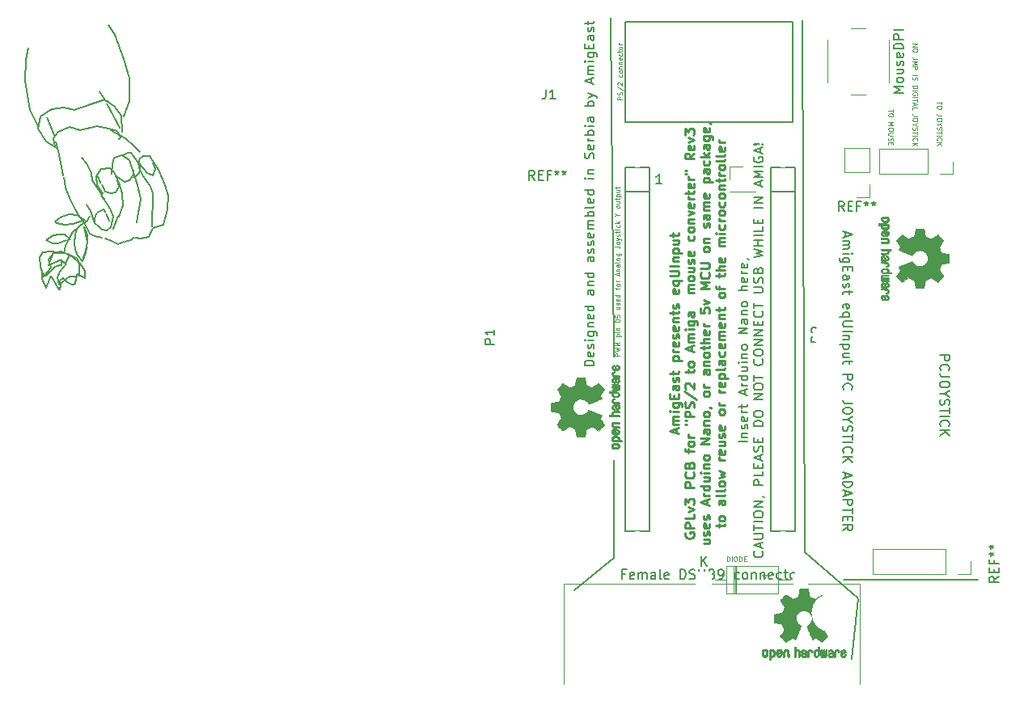
<source format=gbr>
%TF.GenerationSoftware,KiCad,Pcbnew,(6.0.2)*%
%TF.CreationDate,2024-03-24T18:16:07+01:00*%
%TF.ProjectId,amigaps2 revision1.105,616d6967-6170-4733-9220-726576697369,rev?*%
%TF.SameCoordinates,Original*%
%TF.FileFunction,Legend,Top*%
%TF.FilePolarity,Positive*%
%FSLAX46Y46*%
G04 Gerber Fmt 4.6, Leading zero omitted, Abs format (unit mm)*
G04 Created by KiCad (PCBNEW (6.0.2)) date 2024-03-24 18:16:07*
%MOMM*%
%LPD*%
G01*
G04 APERTURE LIST*
%ADD10C,0.150000*%
%ADD11C,0.250000*%
%ADD12C,0.050000*%
%ADD13C,0.100000*%
%ADD14C,0.125000*%
%ADD15C,0.120000*%
%ADD16C,0.010000*%
%ADD17O,2.032000X1.727200*%
%ADD18C,2.540000*%
%ADD19R,1.700000X1.700000*%
%ADD20O,1.700000X1.700000*%
%ADD21C,1.600000*%
%ADD22C,4.000000*%
%ADD23R,1.600000X1.600000*%
%ADD24R,1.800000X1.800000*%
%ADD25O,1.800000X1.800000*%
%ADD26C,1.524000*%
%ADD27C,3.300000*%
%ADD28C,2.000000*%
G04 APERTURE END LIST*
D10*
X84963000Y-70916800D02*
X85775800Y-71526400D01*
X87782400Y-68757800D02*
X87325200Y-69164200D01*
X80746600Y-81610200D02*
X80594200Y-82169000D01*
X83489800Y-62915800D02*
X84074000Y-63017400D01*
X82143600Y-76911200D02*
X81610200Y-75869800D01*
X81635600Y-80848200D02*
X81686400Y-81356200D01*
X87452200Y-77393800D02*
X88366600Y-77241400D01*
X81153000Y-76047600D02*
X80416400Y-76784200D01*
X89357200Y-70231000D02*
X88442800Y-68757800D01*
X82956400Y-71831200D02*
X83515200Y-72694800D01*
X77165200Y-81635600D02*
X77165200Y-81000600D01*
X81864200Y-75565000D02*
X81153000Y-76047600D01*
X87122000Y-69367400D02*
X86512400Y-68453000D01*
X81813400Y-77419200D02*
X81610200Y-76631800D01*
X80924400Y-81203800D02*
X80848200Y-81051400D01*
X81153000Y-66065400D02*
X82905600Y-65633600D01*
X82626200Y-75412600D02*
X82651600Y-75565000D01*
X80797400Y-76377800D02*
X80670400Y-77038200D01*
X88188800Y-70561200D02*
X88798400Y-70789800D01*
X78498700Y-75692000D02*
X79159100Y-75133200D01*
X88442800Y-68757800D02*
X87782400Y-68757800D01*
X137007600Y-110871000D02*
X137007600Y-100609400D01*
X82829400Y-70916800D02*
X82956400Y-71831200D01*
X80314800Y-82270600D02*
X79806800Y-82016600D01*
X83083400Y-76174600D02*
X83413600Y-76479400D01*
X85725000Y-58674000D02*
X84810600Y-56108600D01*
X81381600Y-81381600D02*
X80924400Y-81203800D01*
X84658200Y-63525400D02*
X83743800Y-62915800D01*
X79578200Y-78232000D02*
X79451200Y-78917800D01*
X82702400Y-75793600D02*
X83083400Y-76174600D01*
X83286600Y-71551800D02*
X83032600Y-70942200D01*
X87731600Y-70942200D02*
X88417400Y-71882000D01*
X86868000Y-77317600D02*
X87452200Y-77393800D01*
X86334600Y-71348600D02*
X86741000Y-70713600D01*
X88976200Y-70180200D02*
X88722200Y-69443600D01*
X83794600Y-72542400D02*
X84353400Y-72720200D01*
X82245200Y-74523600D02*
X82423000Y-75082400D01*
X87122000Y-71882000D02*
X86283800Y-69215000D01*
X86995000Y-70916800D02*
X86715600Y-70993000D01*
X81483200Y-79603600D02*
X81432400Y-79806800D01*
X87223600Y-69494400D02*
X87401400Y-70358000D01*
X80594200Y-78587600D02*
X80899000Y-79248000D01*
X84505800Y-69646800D02*
X84480400Y-70637400D01*
X80899000Y-79248000D02*
X81381600Y-79806800D01*
X81788000Y-73863200D02*
X82245200Y-74523600D01*
X88798400Y-70789800D02*
X88976200Y-70180200D01*
X82194400Y-75057000D02*
X81864200Y-75565000D01*
X76733400Y-65887600D02*
X76962000Y-64668400D01*
X81381600Y-79806800D02*
X81508600Y-79425800D01*
X81026000Y-81178400D02*
X81051400Y-80264000D01*
X78308200Y-78943200D02*
X79044800Y-78968600D01*
X85394800Y-66827400D02*
X85166200Y-67030600D01*
X89992200Y-71831200D02*
X89357200Y-70231000D01*
X75438000Y-58750200D02*
X75692000Y-57429400D01*
X78968600Y-82270600D02*
X80010000Y-81407000D01*
X80073500Y-74853800D02*
X80810100Y-75006200D01*
X80848200Y-79527400D02*
X80010000Y-79146400D01*
X175133000Y-113157000D02*
X161036000Y-113157000D01*
X79540100Y-75996800D02*
X78727300Y-75819000D01*
X81635600Y-79197200D02*
X81534000Y-79375000D01*
X80492600Y-74041000D02*
X80137000Y-73406000D01*
X81610200Y-75869800D02*
X80949800Y-75006200D01*
X77546200Y-77622400D02*
X78308200Y-77089000D01*
X83693000Y-73279000D02*
X83693000Y-73228200D01*
X85788500Y-77774800D02*
X86499700Y-77597000D01*
X78308200Y-77089000D02*
X78968600Y-76987400D01*
X85090000Y-78003400D02*
X85674200Y-77774800D01*
X75387200Y-60909200D02*
X75438000Y-58750200D01*
X77165200Y-81000600D02*
X77597000Y-81330800D01*
X86512400Y-68453000D02*
X86131400Y-68453000D01*
X79806800Y-82016600D02*
X79349600Y-81559400D01*
X83413600Y-71729600D02*
X83794600Y-72542400D01*
X84709000Y-70510400D02*
X84251800Y-70104000D01*
X79883000Y-77546200D02*
X80035400Y-77419200D01*
X83362800Y-72974200D02*
X83642200Y-73279000D01*
X83413600Y-77368400D02*
X82651600Y-77190600D01*
X84048600Y-73837800D02*
X83566000Y-73253600D01*
X80594200Y-82169000D02*
X80365600Y-82219800D01*
X82931000Y-74726800D02*
X82753200Y-75057000D01*
X84683600Y-68986400D02*
X84505800Y-69646800D01*
X82372200Y-71374000D02*
X82321400Y-70561200D01*
X80111600Y-77495400D02*
X79883000Y-77546200D01*
X88722200Y-76301600D02*
X89890600Y-75971400D01*
X80810100Y-75006200D02*
X81495900Y-75387200D01*
X81915000Y-77774800D02*
X81559400Y-76149200D01*
X156743400Y-54533800D02*
X157022800Y-110286800D01*
X79730600Y-77622400D02*
X78867000Y-77952600D01*
X81686400Y-81559400D02*
X81381600Y-81381600D01*
X77851000Y-80238600D02*
X78308200Y-78994000D01*
X76962000Y-64668400D02*
X78155800Y-63881000D01*
X84886800Y-72567800D02*
X85191600Y-72009000D01*
X81661000Y-76581000D02*
X81915000Y-77774800D01*
X78994000Y-82753200D02*
X78917800Y-82753200D01*
X87426800Y-68402200D02*
X86842600Y-67767200D01*
X85217000Y-71628000D02*
X84709000Y-70510400D01*
X87503000Y-73304400D02*
X87122000Y-71882000D01*
X83794600Y-77470000D02*
X84480400Y-77724000D01*
X79502000Y-77038200D02*
X80111600Y-77495400D01*
X78968600Y-76987400D02*
X79502000Y-77038200D01*
X83413600Y-76479400D02*
X83947000Y-76606400D01*
X85547200Y-72694800D02*
X85217000Y-71628000D01*
X78943200Y-68656200D02*
X78587600Y-67284600D01*
X78308200Y-66903600D02*
X78892400Y-66217800D01*
X86741000Y-70713600D02*
X86690200Y-70205600D01*
X79019400Y-80924400D02*
X78765400Y-81508600D01*
X81762600Y-78816200D02*
X81635600Y-79197200D01*
X79959200Y-77495400D02*
X79578200Y-78232000D01*
X77368400Y-81407000D02*
X78105000Y-80518000D01*
X78867000Y-77952600D02*
X78232000Y-77952600D01*
X84810600Y-56108600D02*
X84124800Y-55067200D01*
X87401400Y-70358000D02*
X87325200Y-70561200D01*
X78727300Y-75819000D02*
X78498700Y-75692000D01*
X80848200Y-81051400D02*
X80746600Y-81610200D01*
X78613000Y-80340200D02*
X79197200Y-80238600D01*
X89890600Y-75971400D02*
X90271600Y-74422000D01*
X85775800Y-71526400D02*
X86334600Y-71348600D01*
X78892400Y-66217800D02*
X80060800Y-65786000D01*
X84251800Y-70104000D02*
X83337400Y-70154800D01*
X162560000Y-115138200D02*
X161925000Y-121488200D01*
X90271600Y-74422000D02*
X90373200Y-72948800D01*
X81864200Y-77038200D02*
X81915000Y-77774800D01*
X85623400Y-73964800D02*
X85547200Y-72694800D01*
X79197200Y-79654400D02*
X77851000Y-80238600D01*
X83337400Y-70154800D02*
X82829400Y-70916800D01*
X88366600Y-77241400D02*
X88722200Y-76301600D01*
X82753200Y-75057000D02*
X82626200Y-75412600D01*
X79476600Y-63677800D02*
X80568800Y-63957200D01*
X86842600Y-67767200D02*
X85902800Y-66929000D01*
X84175600Y-75590400D02*
X83820000Y-74777600D01*
X80403700Y-75895200D02*
X79540100Y-75996800D01*
X81178400Y-80060800D02*
X81635600Y-80848200D01*
X81559400Y-76149200D02*
X81864200Y-77038200D01*
X78054200Y-81330800D02*
X77622400Y-82600800D01*
X84607400Y-75133200D02*
X84378800Y-74447400D01*
X78447900Y-66624200D02*
X77711300Y-64693800D01*
X86131400Y-68453000D02*
X85648800Y-68707000D01*
X81788000Y-69596000D02*
X81305400Y-68986400D01*
X85255100Y-65836800D02*
X83934300Y-63322200D01*
X78308200Y-78994000D02*
X79197200Y-78765400D01*
X76911200Y-79400400D02*
X77012800Y-80391000D01*
X80746600Y-81432400D02*
X81026000Y-81178400D01*
X82423000Y-75082400D02*
X82702400Y-75793600D01*
X87096600Y-75768200D02*
X87503000Y-73304400D01*
X79159100Y-75133200D02*
X80073500Y-74853800D01*
X85153500Y-75057000D02*
X84594700Y-76454000D01*
X82219800Y-63398400D02*
X83489800Y-62915800D01*
X81889600Y-78359000D02*
X81762600Y-78816200D01*
X136982200Y-89814400D02*
X136702800Y-54279800D01*
X80543400Y-77901800D02*
X80594200Y-78587600D01*
X132892800Y-114300000D02*
X137007600Y-110871000D01*
X81051400Y-80264000D02*
X80848200Y-79527400D01*
X79044800Y-78968600D02*
X79654400Y-78994000D01*
X80365600Y-76708000D02*
X80797400Y-76377800D01*
X77216000Y-78841600D02*
X76911200Y-79400400D01*
X87401400Y-70205600D02*
X87731600Y-70942200D01*
X79197200Y-78765400D02*
X80010000Y-79146400D01*
X84480400Y-77724000D02*
X85090000Y-78003400D01*
X78511400Y-67868800D02*
X78308200Y-66903600D01*
X80670400Y-77038200D02*
X80543400Y-77901800D01*
X85496400Y-64566800D02*
X84658200Y-63525400D01*
X77012800Y-80391000D02*
X77368400Y-81407000D01*
X77546200Y-67259200D02*
X76733400Y-65887600D01*
X80365600Y-82219800D02*
X80314800Y-82270600D01*
X81889600Y-77800200D02*
X81813400Y-77419200D01*
X83566000Y-74371200D02*
X82931000Y-74726800D01*
X78079600Y-78765400D02*
X77216000Y-78841600D01*
X79349600Y-81559400D02*
X79044800Y-81838800D01*
X79654400Y-78994000D02*
X80391000Y-79375000D01*
X81686400Y-81356200D02*
X81686400Y-81559400D01*
X78232000Y-77952600D02*
X77546200Y-77622400D01*
X84124800Y-65887600D02*
X85064600Y-66141600D01*
X85750400Y-64668400D02*
X86334600Y-63068200D01*
X79121000Y-79730600D02*
X79730600Y-80060800D01*
X79730600Y-80060800D02*
X79019400Y-80924400D01*
X83947000Y-76606400D02*
X84328000Y-76225400D01*
X80137000Y-73406000D02*
X79908400Y-72771000D01*
X81711800Y-78740000D02*
X81889600Y-77800200D01*
X79349600Y-70866000D02*
X78943200Y-68656200D01*
X79654400Y-72110600D02*
X79451200Y-71018400D01*
X80568800Y-63957200D02*
X82219800Y-63398400D01*
X83388200Y-72898000D02*
X82372200Y-71374000D01*
X157022800Y-110286800D02*
X162560000Y-115138200D01*
X78917800Y-82753200D02*
X78740000Y-82524600D01*
X85648800Y-68707000D02*
X85598000Y-68757800D01*
X78155800Y-63881000D02*
X79476600Y-63677800D01*
X85902800Y-66929000D02*
X84810600Y-66370200D01*
X80035400Y-77419200D02*
X80365600Y-76708000D01*
X83566000Y-73253600D02*
X83362800Y-72974200D01*
X81534000Y-79375000D02*
X81483200Y-79603600D01*
X77622400Y-82600800D02*
X77165200Y-81635600D01*
X78714600Y-67945000D02*
X77546200Y-67259200D01*
X87325200Y-69164200D02*
X87401400Y-70205600D01*
X87325200Y-70561200D02*
X86995000Y-70916800D01*
X84353400Y-72720200D02*
X84886800Y-72567800D01*
X82651600Y-77190600D02*
X82143600Y-76911200D01*
X86283800Y-69215000D02*
X85547200Y-68707000D01*
X85242400Y-75107800D02*
X85623400Y-73964800D01*
X80010000Y-81407000D02*
X80746600Y-81432400D01*
X79451200Y-78917800D02*
X78079600Y-78765400D01*
X86309200Y-60706000D02*
X85725000Y-58674000D01*
X78105000Y-80518000D02*
X77800200Y-79654400D01*
X80010000Y-79146400D02*
X79603600Y-80060800D01*
X79908400Y-72771000D02*
X79654400Y-72110600D01*
X81610200Y-76631800D02*
X81661000Y-76581000D01*
X84378800Y-74447400D02*
X84048600Y-73837800D01*
X86855300Y-77292200D02*
X86474300Y-77597000D01*
X88760300Y-72745600D02*
X88709500Y-76123800D01*
X80391000Y-79375000D02*
X81178400Y-80060800D01*
X83642200Y-73279000D02*
X83693000Y-73279000D01*
X80060800Y-65786000D02*
X81153000Y-66065400D01*
X90373200Y-72948800D02*
X89992200Y-71831200D01*
X84328000Y-76225400D02*
X84607400Y-75133200D01*
X85064600Y-66141600D02*
X85394800Y-66827400D01*
X81673700Y-75488800D02*
X80403700Y-75895200D01*
X80416400Y-76784200D02*
X79959200Y-77495400D01*
X83743800Y-62915800D02*
X83134200Y-62052200D01*
X82321400Y-70561200D02*
X81788000Y-69596000D01*
X85547200Y-66268600D02*
X85496400Y-64566800D01*
X86334600Y-63068200D02*
X86309200Y-60706000D01*
X82905600Y-65633600D02*
X84124800Y-65887600D01*
X79197200Y-80238600D02*
X79197200Y-79654400D01*
X79603600Y-80060800D02*
X79121000Y-79730600D01*
X77597000Y-81330800D02*
X78613000Y-80340200D01*
X78740000Y-82524600D02*
X78460600Y-81915000D01*
X75895200Y-63982600D02*
X75387200Y-60909200D01*
X88480900Y-71932800D02*
X88760300Y-72745600D01*
X87350600Y-69570600D02*
X88188800Y-70561200D01*
X79121000Y-82346800D02*
X78994000Y-82753200D01*
X85191600Y-72009000D02*
X85064600Y-71348600D01*
X80949800Y-75006200D02*
X80492600Y-74041000D01*
X78765400Y-81508600D02*
X78968600Y-82270600D01*
X81508600Y-79425800D02*
X81711800Y-78740000D01*
X76733400Y-65633600D02*
X75895200Y-63982600D01*
X77800200Y-79654400D02*
X78308200Y-78943200D01*
X81495900Y-75387200D02*
X81673700Y-75488800D01*
X79044800Y-81838800D02*
X79121000Y-82346800D01*
X78460600Y-81915000D02*
X78054200Y-81330800D01*
X83794600Y-74676000D02*
X83566000Y-74371200D01*
X84810600Y-66370200D02*
X84328000Y-66090800D01*
X85547200Y-68707000D02*
X84683600Y-68986400D01*
D11*
X143547666Y-97780761D02*
X143547666Y-97304571D01*
X143833380Y-97876000D02*
X142833380Y-97542666D01*
X143833380Y-97209333D01*
X143833380Y-96876000D02*
X143166714Y-96876000D01*
X143261952Y-96876000D02*
X143214333Y-96828380D01*
X143166714Y-96733142D01*
X143166714Y-96590285D01*
X143214333Y-96495047D01*
X143309571Y-96447428D01*
X143833380Y-96447428D01*
X143309571Y-96447428D02*
X143214333Y-96399809D01*
X143166714Y-96304571D01*
X143166714Y-96161714D01*
X143214333Y-96066476D01*
X143309571Y-96018857D01*
X143833380Y-96018857D01*
X143833380Y-95542666D02*
X143166714Y-95542666D01*
X142833380Y-95542666D02*
X142881000Y-95590285D01*
X142928619Y-95542666D01*
X142881000Y-95495047D01*
X142833380Y-95542666D01*
X142928619Y-95542666D01*
X143166714Y-94637904D02*
X143976238Y-94637904D01*
X144071476Y-94685523D01*
X144119095Y-94733142D01*
X144166714Y-94828380D01*
X144166714Y-94971238D01*
X144119095Y-95066476D01*
X143785761Y-94637904D02*
X143833380Y-94733142D01*
X143833380Y-94923619D01*
X143785761Y-95018857D01*
X143738142Y-95066476D01*
X143642904Y-95114095D01*
X143357190Y-95114095D01*
X143261952Y-95066476D01*
X143214333Y-95018857D01*
X143166714Y-94923619D01*
X143166714Y-94733142D01*
X143214333Y-94637904D01*
X143309571Y-94161714D02*
X143309571Y-93828380D01*
X143833380Y-93685523D02*
X143833380Y-94161714D01*
X142833380Y-94161714D01*
X142833380Y-93685523D01*
X143833380Y-92828380D02*
X143309571Y-92828380D01*
X143214333Y-92876000D01*
X143166714Y-92971238D01*
X143166714Y-93161714D01*
X143214333Y-93256952D01*
X143785761Y-92828380D02*
X143833380Y-92923619D01*
X143833380Y-93161714D01*
X143785761Y-93256952D01*
X143690523Y-93304571D01*
X143595285Y-93304571D01*
X143500047Y-93256952D01*
X143452428Y-93161714D01*
X143452428Y-92923619D01*
X143404809Y-92828380D01*
X143785761Y-92399809D02*
X143833380Y-92304571D01*
X143833380Y-92114095D01*
X143785761Y-92018857D01*
X143690523Y-91971238D01*
X143642904Y-91971238D01*
X143547666Y-92018857D01*
X143500047Y-92114095D01*
X143500047Y-92256952D01*
X143452428Y-92352190D01*
X143357190Y-92399809D01*
X143309571Y-92399809D01*
X143214333Y-92352190D01*
X143166714Y-92256952D01*
X143166714Y-92114095D01*
X143214333Y-92018857D01*
X143166714Y-91685523D02*
X143166714Y-91304571D01*
X142833380Y-91542666D02*
X143690523Y-91542666D01*
X143785761Y-91495047D01*
X143833380Y-91399809D01*
X143833380Y-91304571D01*
X143166714Y-90209333D02*
X144166714Y-90209333D01*
X143214333Y-90209333D02*
X143166714Y-90114095D01*
X143166714Y-89923619D01*
X143214333Y-89828380D01*
X143261952Y-89780761D01*
X143357190Y-89733142D01*
X143642904Y-89733142D01*
X143738142Y-89780761D01*
X143785761Y-89828380D01*
X143833380Y-89923619D01*
X143833380Y-90114095D01*
X143785761Y-90209333D01*
X143833380Y-89304571D02*
X143166714Y-89304571D01*
X143357190Y-89304571D02*
X143261952Y-89256952D01*
X143214333Y-89209333D01*
X143166714Y-89114095D01*
X143166714Y-89018857D01*
X143785761Y-88304571D02*
X143833380Y-88399809D01*
X143833380Y-88590285D01*
X143785761Y-88685523D01*
X143690523Y-88733142D01*
X143309571Y-88733142D01*
X143214333Y-88685523D01*
X143166714Y-88590285D01*
X143166714Y-88399809D01*
X143214333Y-88304571D01*
X143309571Y-88256952D01*
X143404809Y-88256952D01*
X143500047Y-88733142D01*
X143785761Y-87876000D02*
X143833380Y-87780761D01*
X143833380Y-87590285D01*
X143785761Y-87495047D01*
X143690523Y-87447428D01*
X143642904Y-87447428D01*
X143547666Y-87495047D01*
X143500047Y-87590285D01*
X143500047Y-87733142D01*
X143452428Y-87828380D01*
X143357190Y-87876000D01*
X143309571Y-87876000D01*
X143214333Y-87828380D01*
X143166714Y-87733142D01*
X143166714Y-87590285D01*
X143214333Y-87495047D01*
X143785761Y-86637904D02*
X143833380Y-86733142D01*
X143833380Y-86923619D01*
X143785761Y-87018857D01*
X143690523Y-87066476D01*
X143309571Y-87066476D01*
X143214333Y-87018857D01*
X143166714Y-86923619D01*
X143166714Y-86733142D01*
X143214333Y-86637904D01*
X143309571Y-86590285D01*
X143404809Y-86590285D01*
X143500047Y-87066476D01*
X143166714Y-86161714D02*
X143833380Y-86161714D01*
X143261952Y-86161714D02*
X143214333Y-86114095D01*
X143166714Y-86018857D01*
X143166714Y-85876000D01*
X143214333Y-85780761D01*
X143309571Y-85733142D01*
X143833380Y-85733142D01*
X143166714Y-85399809D02*
X143166714Y-85018857D01*
X142833380Y-85256952D02*
X143690523Y-85256952D01*
X143785761Y-85209333D01*
X143833380Y-85114095D01*
X143833380Y-85018857D01*
X143785761Y-84733142D02*
X143833380Y-84637904D01*
X143833380Y-84447428D01*
X143785761Y-84352190D01*
X143690523Y-84304571D01*
X143642904Y-84304571D01*
X143547666Y-84352190D01*
X143500047Y-84447428D01*
X143500047Y-84590285D01*
X143452428Y-84685523D01*
X143357190Y-84733142D01*
X143309571Y-84733142D01*
X143214333Y-84685523D01*
X143166714Y-84590285D01*
X143166714Y-84447428D01*
X143214333Y-84352190D01*
X143785761Y-82733142D02*
X143833380Y-82828380D01*
X143833380Y-83018857D01*
X143785761Y-83114095D01*
X143690523Y-83161714D01*
X143309571Y-83161714D01*
X143214333Y-83114095D01*
X143166714Y-83018857D01*
X143166714Y-82828380D01*
X143214333Y-82733142D01*
X143309571Y-82685523D01*
X143404809Y-82685523D01*
X143500047Y-83161714D01*
X143166714Y-81828380D02*
X144166714Y-81828380D01*
X143785761Y-81828380D02*
X143833380Y-81923619D01*
X143833380Y-82114095D01*
X143785761Y-82209333D01*
X143738142Y-82256952D01*
X143642904Y-82304571D01*
X143357190Y-82304571D01*
X143261952Y-82256952D01*
X143214333Y-82209333D01*
X143166714Y-82114095D01*
X143166714Y-81923619D01*
X143214333Y-81828380D01*
X142833380Y-81352190D02*
X143642904Y-81352190D01*
X143738142Y-81304571D01*
X143785761Y-81256952D01*
X143833380Y-81161714D01*
X143833380Y-80971238D01*
X143785761Y-80876000D01*
X143738142Y-80828380D01*
X143642904Y-80780761D01*
X142833380Y-80780761D01*
X143833380Y-80304571D02*
X142833380Y-80304571D01*
X143166714Y-79828380D02*
X143833380Y-79828380D01*
X143261952Y-79828380D02*
X143214333Y-79780761D01*
X143166714Y-79685523D01*
X143166714Y-79542666D01*
X143214333Y-79447428D01*
X143309571Y-79399809D01*
X143833380Y-79399809D01*
X143166714Y-78923619D02*
X144166714Y-78923619D01*
X143214333Y-78923619D02*
X143166714Y-78828380D01*
X143166714Y-78637904D01*
X143214333Y-78542666D01*
X143261952Y-78495047D01*
X143357190Y-78447428D01*
X143642904Y-78447428D01*
X143738142Y-78495047D01*
X143785761Y-78542666D01*
X143833380Y-78637904D01*
X143833380Y-78828380D01*
X143785761Y-78923619D01*
X143166714Y-77590285D02*
X143833380Y-77590285D01*
X143166714Y-78018857D02*
X143690523Y-78018857D01*
X143785761Y-77971238D01*
X143833380Y-77876000D01*
X143833380Y-77733142D01*
X143785761Y-77637904D01*
X143738142Y-77590285D01*
X143166714Y-77256952D02*
X143166714Y-76876000D01*
X142833380Y-77114095D02*
X143690523Y-77114095D01*
X143785761Y-77066476D01*
X143833380Y-76971238D01*
X143833380Y-76876000D01*
X144491000Y-108233142D02*
X144443380Y-108328380D01*
X144443380Y-108471238D01*
X144491000Y-108614095D01*
X144586238Y-108709333D01*
X144681476Y-108756952D01*
X144871952Y-108804571D01*
X145014809Y-108804571D01*
X145205285Y-108756952D01*
X145300523Y-108709333D01*
X145395761Y-108614095D01*
X145443380Y-108471238D01*
X145443380Y-108376000D01*
X145395761Y-108233142D01*
X145348142Y-108185523D01*
X145014809Y-108185523D01*
X145014809Y-108376000D01*
X145443380Y-107756952D02*
X144443380Y-107756952D01*
X144443380Y-107376000D01*
X144491000Y-107280761D01*
X144538619Y-107233142D01*
X144633857Y-107185523D01*
X144776714Y-107185523D01*
X144871952Y-107233142D01*
X144919571Y-107280761D01*
X144967190Y-107376000D01*
X144967190Y-107756952D01*
X145443380Y-106280761D02*
X145443380Y-106756952D01*
X144443380Y-106756952D01*
X144776714Y-106042666D02*
X145443380Y-105804571D01*
X144776714Y-105566476D01*
X144443380Y-105280761D02*
X144443380Y-104661714D01*
X144824333Y-104995047D01*
X144824333Y-104852190D01*
X144871952Y-104756952D01*
X144919571Y-104709333D01*
X145014809Y-104661714D01*
X145252904Y-104661714D01*
X145348142Y-104709333D01*
X145395761Y-104756952D01*
X145443380Y-104852190D01*
X145443380Y-105137904D01*
X145395761Y-105233142D01*
X145348142Y-105280761D01*
X145443380Y-103471238D02*
X144443380Y-103471238D01*
X144443380Y-103090285D01*
X144491000Y-102995047D01*
X144538619Y-102947428D01*
X144633857Y-102899809D01*
X144776714Y-102899809D01*
X144871952Y-102947428D01*
X144919571Y-102995047D01*
X144967190Y-103090285D01*
X144967190Y-103471238D01*
X145348142Y-101899809D02*
X145395761Y-101947428D01*
X145443380Y-102090285D01*
X145443380Y-102185523D01*
X145395761Y-102328380D01*
X145300523Y-102423619D01*
X145205285Y-102471238D01*
X145014809Y-102518857D01*
X144871952Y-102518857D01*
X144681476Y-102471238D01*
X144586238Y-102423619D01*
X144491000Y-102328380D01*
X144443380Y-102185523D01*
X144443380Y-102090285D01*
X144491000Y-101947428D01*
X144538619Y-101899809D01*
X144919571Y-101137904D02*
X144967190Y-100995047D01*
X145014809Y-100947428D01*
X145110047Y-100899809D01*
X145252904Y-100899809D01*
X145348142Y-100947428D01*
X145395761Y-100995047D01*
X145443380Y-101090285D01*
X145443380Y-101471238D01*
X144443380Y-101471238D01*
X144443380Y-101137904D01*
X144491000Y-101042666D01*
X144538619Y-100995047D01*
X144633857Y-100947428D01*
X144729095Y-100947428D01*
X144824333Y-100995047D01*
X144871952Y-101042666D01*
X144919571Y-101137904D01*
X144919571Y-101471238D01*
X144776714Y-99852190D02*
X144776714Y-99471238D01*
X145443380Y-99709333D02*
X144586238Y-99709333D01*
X144491000Y-99661714D01*
X144443380Y-99566476D01*
X144443380Y-99471238D01*
X145443380Y-98995047D02*
X145395761Y-99090285D01*
X145348142Y-99137904D01*
X145252904Y-99185523D01*
X144967190Y-99185523D01*
X144871952Y-99137904D01*
X144824333Y-99090285D01*
X144776714Y-98995047D01*
X144776714Y-98852190D01*
X144824333Y-98756952D01*
X144871952Y-98709333D01*
X144967190Y-98661714D01*
X145252904Y-98661714D01*
X145348142Y-98709333D01*
X145395761Y-98756952D01*
X145443380Y-98852190D01*
X145443380Y-98995047D01*
X145443380Y-98233142D02*
X144776714Y-98233142D01*
X144967190Y-98233142D02*
X144871952Y-98185523D01*
X144824333Y-98137904D01*
X144776714Y-98042666D01*
X144776714Y-97947428D01*
X144443380Y-96899809D02*
X144633857Y-96899809D01*
X144443380Y-96518857D02*
X144633857Y-96518857D01*
X145443380Y-96090285D02*
X144443380Y-96090285D01*
X144443380Y-95709333D01*
X144491000Y-95614095D01*
X144538619Y-95566476D01*
X144633857Y-95518857D01*
X144776714Y-95518857D01*
X144871952Y-95566476D01*
X144919571Y-95614095D01*
X144967190Y-95709333D01*
X144967190Y-96090285D01*
X145395761Y-95137904D02*
X145443380Y-94995047D01*
X145443380Y-94756952D01*
X145395761Y-94661714D01*
X145348142Y-94614095D01*
X145252904Y-94566476D01*
X145157666Y-94566476D01*
X145062428Y-94614095D01*
X145014809Y-94661714D01*
X144967190Y-94756952D01*
X144919571Y-94947428D01*
X144871952Y-95042666D01*
X144824333Y-95090285D01*
X144729095Y-95137904D01*
X144633857Y-95137904D01*
X144538619Y-95090285D01*
X144491000Y-95042666D01*
X144443380Y-94947428D01*
X144443380Y-94709333D01*
X144491000Y-94566476D01*
X144395761Y-93423619D02*
X145681476Y-94280761D01*
X144538619Y-93137904D02*
X144491000Y-93090285D01*
X144443380Y-92995047D01*
X144443380Y-92756952D01*
X144491000Y-92661714D01*
X144538619Y-92614095D01*
X144633857Y-92566476D01*
X144729095Y-92566476D01*
X144871952Y-92614095D01*
X145443380Y-93185523D01*
X145443380Y-92566476D01*
X144776714Y-91518857D02*
X144776714Y-91137904D01*
X144443380Y-91376000D02*
X145300523Y-91376000D01*
X145395761Y-91328380D01*
X145443380Y-91233142D01*
X145443380Y-91137904D01*
X145443380Y-90661714D02*
X145395761Y-90756952D01*
X145348142Y-90804571D01*
X145252904Y-90852190D01*
X144967190Y-90852190D01*
X144871952Y-90804571D01*
X144824333Y-90756952D01*
X144776714Y-90661714D01*
X144776714Y-90518857D01*
X144824333Y-90423619D01*
X144871952Y-90376000D01*
X144967190Y-90328380D01*
X145252904Y-90328380D01*
X145348142Y-90376000D01*
X145395761Y-90423619D01*
X145443380Y-90518857D01*
X145443380Y-90661714D01*
X145157666Y-89185523D02*
X145157666Y-88709333D01*
X145443380Y-89280761D02*
X144443380Y-88947428D01*
X145443380Y-88614095D01*
X145443380Y-88280761D02*
X144776714Y-88280761D01*
X144871952Y-88280761D02*
X144824333Y-88233142D01*
X144776714Y-88137904D01*
X144776714Y-87995047D01*
X144824333Y-87899809D01*
X144919571Y-87852190D01*
X145443380Y-87852190D01*
X144919571Y-87852190D02*
X144824333Y-87804571D01*
X144776714Y-87709333D01*
X144776714Y-87566476D01*
X144824333Y-87471238D01*
X144919571Y-87423619D01*
X145443380Y-87423619D01*
X145443380Y-86947428D02*
X144776714Y-86947428D01*
X144443380Y-86947428D02*
X144491000Y-86995047D01*
X144538619Y-86947428D01*
X144491000Y-86899809D01*
X144443380Y-86947428D01*
X144538619Y-86947428D01*
X144776714Y-86042666D02*
X145586238Y-86042666D01*
X145681476Y-86090285D01*
X145729095Y-86137904D01*
X145776714Y-86233142D01*
X145776714Y-86376000D01*
X145729095Y-86471238D01*
X145395761Y-86042666D02*
X145443380Y-86137904D01*
X145443380Y-86328380D01*
X145395761Y-86423619D01*
X145348142Y-86471238D01*
X145252904Y-86518857D01*
X144967190Y-86518857D01*
X144871952Y-86471238D01*
X144824333Y-86423619D01*
X144776714Y-86328380D01*
X144776714Y-86137904D01*
X144824333Y-86042666D01*
X145443380Y-85137904D02*
X144919571Y-85137904D01*
X144824333Y-85185523D01*
X144776714Y-85280761D01*
X144776714Y-85471238D01*
X144824333Y-85566476D01*
X145395761Y-85137904D02*
X145443380Y-85233142D01*
X145443380Y-85471238D01*
X145395761Y-85566476D01*
X145300523Y-85614095D01*
X145205285Y-85614095D01*
X145110047Y-85566476D01*
X145062428Y-85471238D01*
X145062428Y-85233142D01*
X145014809Y-85137904D01*
X145443380Y-83137904D02*
X144776714Y-83137904D01*
X144871952Y-83137904D02*
X144824333Y-83090285D01*
X144776714Y-82995047D01*
X144776714Y-82852190D01*
X144824333Y-82756952D01*
X144919571Y-82709333D01*
X145443380Y-82709333D01*
X144919571Y-82709333D02*
X144824333Y-82661714D01*
X144776714Y-82566476D01*
X144776714Y-82423619D01*
X144824333Y-82328380D01*
X144919571Y-82280761D01*
X145443380Y-82280761D01*
X145443380Y-81661714D02*
X145395761Y-81756952D01*
X145348142Y-81804571D01*
X145252904Y-81852190D01*
X144967190Y-81852190D01*
X144871952Y-81804571D01*
X144824333Y-81756952D01*
X144776714Y-81661714D01*
X144776714Y-81518857D01*
X144824333Y-81423619D01*
X144871952Y-81376000D01*
X144967190Y-81328380D01*
X145252904Y-81328380D01*
X145348142Y-81376000D01*
X145395761Y-81423619D01*
X145443380Y-81518857D01*
X145443380Y-81661714D01*
X144776714Y-80471238D02*
X145443380Y-80471238D01*
X144776714Y-80899809D02*
X145300523Y-80899809D01*
X145395761Y-80852190D01*
X145443380Y-80756952D01*
X145443380Y-80614095D01*
X145395761Y-80518857D01*
X145348142Y-80471238D01*
X145395761Y-80042666D02*
X145443380Y-79947428D01*
X145443380Y-79756952D01*
X145395761Y-79661714D01*
X145300523Y-79614095D01*
X145252904Y-79614095D01*
X145157666Y-79661714D01*
X145110047Y-79756952D01*
X145110047Y-79899809D01*
X145062428Y-79995047D01*
X144967190Y-80042666D01*
X144919571Y-80042666D01*
X144824333Y-79995047D01*
X144776714Y-79899809D01*
X144776714Y-79756952D01*
X144824333Y-79661714D01*
X145395761Y-78804571D02*
X145443380Y-78899809D01*
X145443380Y-79090285D01*
X145395761Y-79185523D01*
X145300523Y-79233142D01*
X144919571Y-79233142D01*
X144824333Y-79185523D01*
X144776714Y-79090285D01*
X144776714Y-78899809D01*
X144824333Y-78804571D01*
X144919571Y-78756952D01*
X145014809Y-78756952D01*
X145110047Y-79233142D01*
X145395761Y-77137904D02*
X145443380Y-77233142D01*
X145443380Y-77423619D01*
X145395761Y-77518857D01*
X145348142Y-77566476D01*
X145252904Y-77614095D01*
X144967190Y-77614095D01*
X144871952Y-77566476D01*
X144824333Y-77518857D01*
X144776714Y-77423619D01*
X144776714Y-77233142D01*
X144824333Y-77137904D01*
X145443380Y-76566476D02*
X145395761Y-76661714D01*
X145348142Y-76709333D01*
X145252904Y-76756952D01*
X144967190Y-76756952D01*
X144871952Y-76709333D01*
X144824333Y-76661714D01*
X144776714Y-76566476D01*
X144776714Y-76423619D01*
X144824333Y-76328380D01*
X144871952Y-76280761D01*
X144967190Y-76233142D01*
X145252904Y-76233142D01*
X145348142Y-76280761D01*
X145395761Y-76328380D01*
X145443380Y-76423619D01*
X145443380Y-76566476D01*
X144776714Y-75804571D02*
X145443380Y-75804571D01*
X144871952Y-75804571D02*
X144824333Y-75756952D01*
X144776714Y-75661714D01*
X144776714Y-75518857D01*
X144824333Y-75423619D01*
X144919571Y-75376000D01*
X145443380Y-75376000D01*
X144776714Y-74995047D02*
X145443380Y-74756952D01*
X144776714Y-74518857D01*
X145395761Y-73756952D02*
X145443380Y-73852190D01*
X145443380Y-74042666D01*
X145395761Y-74137904D01*
X145300523Y-74185523D01*
X144919571Y-74185523D01*
X144824333Y-74137904D01*
X144776714Y-74042666D01*
X144776714Y-73852190D01*
X144824333Y-73756952D01*
X144919571Y-73709333D01*
X145014809Y-73709333D01*
X145110047Y-74185523D01*
X145443380Y-73280761D02*
X144776714Y-73280761D01*
X144967190Y-73280761D02*
X144871952Y-73233142D01*
X144824333Y-73185523D01*
X144776714Y-73090285D01*
X144776714Y-72995047D01*
X144776714Y-72804571D02*
X144776714Y-72423619D01*
X144443380Y-72661714D02*
X145300523Y-72661714D01*
X145395761Y-72614095D01*
X145443380Y-72518857D01*
X145443380Y-72423619D01*
X145395761Y-71709333D02*
X145443380Y-71804571D01*
X145443380Y-71995047D01*
X145395761Y-72090285D01*
X145300523Y-72137904D01*
X144919571Y-72137904D01*
X144824333Y-72090285D01*
X144776714Y-71995047D01*
X144776714Y-71804571D01*
X144824333Y-71709333D01*
X144919571Y-71661714D01*
X145014809Y-71661714D01*
X145110047Y-72137904D01*
X145443380Y-71233142D02*
X144776714Y-71233142D01*
X144967190Y-71233142D02*
X144871952Y-71185523D01*
X144824333Y-71137904D01*
X144776714Y-71042666D01*
X144776714Y-70947428D01*
X144443380Y-70661714D02*
X144633857Y-70661714D01*
X144443380Y-70280761D02*
X144633857Y-70280761D01*
X145443380Y-68518857D02*
X144967190Y-68852190D01*
X145443380Y-69090285D02*
X144443380Y-69090285D01*
X144443380Y-68709333D01*
X144491000Y-68614095D01*
X144538619Y-68566476D01*
X144633857Y-68518857D01*
X144776714Y-68518857D01*
X144871952Y-68566476D01*
X144919571Y-68614095D01*
X144967190Y-68709333D01*
X144967190Y-69090285D01*
X145395761Y-67709333D02*
X145443380Y-67804571D01*
X145443380Y-67995047D01*
X145395761Y-68090285D01*
X145300523Y-68137904D01*
X144919571Y-68137904D01*
X144824333Y-68090285D01*
X144776714Y-67995047D01*
X144776714Y-67804571D01*
X144824333Y-67709333D01*
X144919571Y-67661714D01*
X145014809Y-67661714D01*
X145110047Y-68137904D01*
X144776714Y-67328380D02*
X145443380Y-67090285D01*
X144776714Y-66852190D01*
X144443380Y-66566476D02*
X144443380Y-65947428D01*
X144824333Y-66280761D01*
X144824333Y-66137904D01*
X144871952Y-66042666D01*
X144919571Y-65995047D01*
X145014809Y-65947428D01*
X145252904Y-65947428D01*
X145348142Y-65995047D01*
X145395761Y-66042666D01*
X145443380Y-66137904D01*
X145443380Y-66423619D01*
X145395761Y-66518857D01*
X145348142Y-66566476D01*
X146386714Y-108947428D02*
X147053380Y-108947428D01*
X146386714Y-109376000D02*
X146910523Y-109376000D01*
X147005761Y-109328380D01*
X147053380Y-109233142D01*
X147053380Y-109090285D01*
X147005761Y-108995047D01*
X146958142Y-108947428D01*
X147005761Y-108518857D02*
X147053380Y-108423619D01*
X147053380Y-108233142D01*
X147005761Y-108137904D01*
X146910523Y-108090285D01*
X146862904Y-108090285D01*
X146767666Y-108137904D01*
X146720047Y-108233142D01*
X146720047Y-108376000D01*
X146672428Y-108471238D01*
X146577190Y-108518857D01*
X146529571Y-108518857D01*
X146434333Y-108471238D01*
X146386714Y-108376000D01*
X146386714Y-108233142D01*
X146434333Y-108137904D01*
X147005761Y-107280761D02*
X147053380Y-107376000D01*
X147053380Y-107566476D01*
X147005761Y-107661714D01*
X146910523Y-107709333D01*
X146529571Y-107709333D01*
X146434333Y-107661714D01*
X146386714Y-107566476D01*
X146386714Y-107376000D01*
X146434333Y-107280761D01*
X146529571Y-107233142D01*
X146624809Y-107233142D01*
X146720047Y-107709333D01*
X147005761Y-106852190D02*
X147053380Y-106756952D01*
X147053380Y-106566476D01*
X147005761Y-106471238D01*
X146910523Y-106423619D01*
X146862904Y-106423619D01*
X146767666Y-106471238D01*
X146720047Y-106566476D01*
X146720047Y-106709333D01*
X146672428Y-106804571D01*
X146577190Y-106852190D01*
X146529571Y-106852190D01*
X146434333Y-106804571D01*
X146386714Y-106709333D01*
X146386714Y-106566476D01*
X146434333Y-106471238D01*
X146767666Y-105280761D02*
X146767666Y-104804571D01*
X147053380Y-105376000D02*
X146053380Y-105042666D01*
X147053380Y-104709333D01*
X147053380Y-104376000D02*
X146386714Y-104376000D01*
X146577190Y-104376000D02*
X146481952Y-104328380D01*
X146434333Y-104280761D01*
X146386714Y-104185523D01*
X146386714Y-104090285D01*
X147053380Y-103328380D02*
X146053380Y-103328380D01*
X147005761Y-103328380D02*
X147053380Y-103423619D01*
X147053380Y-103614095D01*
X147005761Y-103709333D01*
X146958142Y-103756952D01*
X146862904Y-103804571D01*
X146577190Y-103804571D01*
X146481952Y-103756952D01*
X146434333Y-103709333D01*
X146386714Y-103614095D01*
X146386714Y-103423619D01*
X146434333Y-103328380D01*
X146386714Y-102423619D02*
X147053380Y-102423619D01*
X146386714Y-102852190D02*
X146910523Y-102852190D01*
X147005761Y-102804571D01*
X147053380Y-102709333D01*
X147053380Y-102566476D01*
X147005761Y-102471238D01*
X146958142Y-102423619D01*
X147053380Y-101947428D02*
X146386714Y-101947428D01*
X146053380Y-101947428D02*
X146101000Y-101995047D01*
X146148619Y-101947428D01*
X146101000Y-101899809D01*
X146053380Y-101947428D01*
X146148619Y-101947428D01*
X146386714Y-101471238D02*
X147053380Y-101471238D01*
X146481952Y-101471238D02*
X146434333Y-101423619D01*
X146386714Y-101328380D01*
X146386714Y-101185523D01*
X146434333Y-101090285D01*
X146529571Y-101042666D01*
X147053380Y-101042666D01*
X147053380Y-100423619D02*
X147005761Y-100518857D01*
X146958142Y-100566476D01*
X146862904Y-100614095D01*
X146577190Y-100614095D01*
X146481952Y-100566476D01*
X146434333Y-100518857D01*
X146386714Y-100423619D01*
X146386714Y-100280761D01*
X146434333Y-100185523D01*
X146481952Y-100137904D01*
X146577190Y-100090285D01*
X146862904Y-100090285D01*
X146958142Y-100137904D01*
X147005761Y-100185523D01*
X147053380Y-100280761D01*
X147053380Y-100423619D01*
X147053380Y-98899809D02*
X146053380Y-98899809D01*
X147053380Y-98328380D01*
X146053380Y-98328380D01*
X147053380Y-97423619D02*
X146529571Y-97423619D01*
X146434333Y-97471238D01*
X146386714Y-97566476D01*
X146386714Y-97756952D01*
X146434333Y-97852190D01*
X147005761Y-97423619D02*
X147053380Y-97518857D01*
X147053380Y-97756952D01*
X147005761Y-97852190D01*
X146910523Y-97899809D01*
X146815285Y-97899809D01*
X146720047Y-97852190D01*
X146672428Y-97756952D01*
X146672428Y-97518857D01*
X146624809Y-97423619D01*
X146386714Y-96947428D02*
X147053380Y-96947428D01*
X146481952Y-96947428D02*
X146434333Y-96899809D01*
X146386714Y-96804571D01*
X146386714Y-96661714D01*
X146434333Y-96566476D01*
X146529571Y-96518857D01*
X147053380Y-96518857D01*
X147053380Y-95899809D02*
X147005761Y-95995047D01*
X146958142Y-96042666D01*
X146862904Y-96090285D01*
X146577190Y-96090285D01*
X146481952Y-96042666D01*
X146434333Y-95995047D01*
X146386714Y-95899809D01*
X146386714Y-95756952D01*
X146434333Y-95661714D01*
X146481952Y-95614095D01*
X146577190Y-95566476D01*
X146862904Y-95566476D01*
X146958142Y-95614095D01*
X147005761Y-95661714D01*
X147053380Y-95756952D01*
X147053380Y-95899809D01*
X147005761Y-95090285D02*
X147053380Y-95090285D01*
X147148619Y-95137904D01*
X147196238Y-95185523D01*
X147053380Y-93756952D02*
X147005761Y-93852190D01*
X146958142Y-93899809D01*
X146862904Y-93947428D01*
X146577190Y-93947428D01*
X146481952Y-93899809D01*
X146434333Y-93852190D01*
X146386714Y-93756952D01*
X146386714Y-93614095D01*
X146434333Y-93518857D01*
X146481952Y-93471238D01*
X146577190Y-93423619D01*
X146862904Y-93423619D01*
X146958142Y-93471238D01*
X147005761Y-93518857D01*
X147053380Y-93614095D01*
X147053380Y-93756952D01*
X147053380Y-92995047D02*
X146386714Y-92995047D01*
X146577190Y-92995047D02*
X146481952Y-92947428D01*
X146434333Y-92899809D01*
X146386714Y-92804571D01*
X146386714Y-92709333D01*
X147053380Y-91185523D02*
X146529571Y-91185523D01*
X146434333Y-91233142D01*
X146386714Y-91328380D01*
X146386714Y-91518857D01*
X146434333Y-91614095D01*
X147005761Y-91185523D02*
X147053380Y-91280761D01*
X147053380Y-91518857D01*
X147005761Y-91614095D01*
X146910523Y-91661714D01*
X146815285Y-91661714D01*
X146720047Y-91614095D01*
X146672428Y-91518857D01*
X146672428Y-91280761D01*
X146624809Y-91185523D01*
X146386714Y-90709333D02*
X147053380Y-90709333D01*
X146481952Y-90709333D02*
X146434333Y-90661714D01*
X146386714Y-90566476D01*
X146386714Y-90423619D01*
X146434333Y-90328380D01*
X146529571Y-90280761D01*
X147053380Y-90280761D01*
X147053380Y-89661714D02*
X147005761Y-89756952D01*
X146958142Y-89804571D01*
X146862904Y-89852190D01*
X146577190Y-89852190D01*
X146481952Y-89804571D01*
X146434333Y-89756952D01*
X146386714Y-89661714D01*
X146386714Y-89518857D01*
X146434333Y-89423619D01*
X146481952Y-89376000D01*
X146577190Y-89328380D01*
X146862904Y-89328380D01*
X146958142Y-89376000D01*
X147005761Y-89423619D01*
X147053380Y-89518857D01*
X147053380Y-89661714D01*
X146386714Y-89042666D02*
X146386714Y-88661714D01*
X146053380Y-88899809D02*
X146910523Y-88899809D01*
X147005761Y-88852190D01*
X147053380Y-88756952D01*
X147053380Y-88661714D01*
X147053380Y-88328380D02*
X146053380Y-88328380D01*
X147053380Y-87899809D02*
X146529571Y-87899809D01*
X146434333Y-87947428D01*
X146386714Y-88042666D01*
X146386714Y-88185523D01*
X146434333Y-88280761D01*
X146481952Y-88328380D01*
X147005761Y-87042666D02*
X147053380Y-87137904D01*
X147053380Y-87328380D01*
X147005761Y-87423619D01*
X146910523Y-87471238D01*
X146529571Y-87471238D01*
X146434333Y-87423619D01*
X146386714Y-87328380D01*
X146386714Y-87137904D01*
X146434333Y-87042666D01*
X146529571Y-86995047D01*
X146624809Y-86995047D01*
X146720047Y-87471238D01*
X147053380Y-86566476D02*
X146386714Y-86566476D01*
X146577190Y-86566476D02*
X146481952Y-86518857D01*
X146434333Y-86471238D01*
X146386714Y-86376000D01*
X146386714Y-86280761D01*
X146053380Y-84709333D02*
X146053380Y-85185523D01*
X146529571Y-85233142D01*
X146481952Y-85185523D01*
X146434333Y-85090285D01*
X146434333Y-84852190D01*
X146481952Y-84756952D01*
X146529571Y-84709333D01*
X146624809Y-84661714D01*
X146862904Y-84661714D01*
X146958142Y-84709333D01*
X147005761Y-84756952D01*
X147053380Y-84852190D01*
X147053380Y-85090285D01*
X147005761Y-85185523D01*
X146958142Y-85233142D01*
X146386714Y-84328380D02*
X147053380Y-84090285D01*
X146386714Y-83852190D01*
X147053380Y-82709333D02*
X146053380Y-82709333D01*
X146767666Y-82376000D01*
X146053380Y-82042666D01*
X147053380Y-82042666D01*
X146958142Y-80995047D02*
X147005761Y-81042666D01*
X147053380Y-81185523D01*
X147053380Y-81280761D01*
X147005761Y-81423619D01*
X146910523Y-81518857D01*
X146815285Y-81566476D01*
X146624809Y-81614095D01*
X146481952Y-81614095D01*
X146291476Y-81566476D01*
X146196238Y-81518857D01*
X146101000Y-81423619D01*
X146053380Y-81280761D01*
X146053380Y-81185523D01*
X146101000Y-81042666D01*
X146148619Y-80995047D01*
X146053380Y-80566476D02*
X146862904Y-80566476D01*
X146958142Y-80518857D01*
X147005761Y-80471238D01*
X147053380Y-80376000D01*
X147053380Y-80185523D01*
X147005761Y-80090285D01*
X146958142Y-80042666D01*
X146862904Y-79995047D01*
X146053380Y-79995047D01*
X147053380Y-78614095D02*
X147005761Y-78709333D01*
X146958142Y-78756952D01*
X146862904Y-78804571D01*
X146577190Y-78804571D01*
X146481952Y-78756952D01*
X146434333Y-78709333D01*
X146386714Y-78614095D01*
X146386714Y-78471238D01*
X146434333Y-78376000D01*
X146481952Y-78328380D01*
X146577190Y-78280761D01*
X146862904Y-78280761D01*
X146958142Y-78328380D01*
X147005761Y-78376000D01*
X147053380Y-78471238D01*
X147053380Y-78614095D01*
X146386714Y-77852190D02*
X147053380Y-77852190D01*
X146481952Y-77852190D02*
X146434333Y-77804571D01*
X146386714Y-77709333D01*
X146386714Y-77566476D01*
X146434333Y-77471238D01*
X146529571Y-77423619D01*
X147053380Y-77423619D01*
X147005761Y-76233142D02*
X147053380Y-76137904D01*
X147053380Y-75947428D01*
X147005761Y-75852190D01*
X146910523Y-75804571D01*
X146862904Y-75804571D01*
X146767666Y-75852190D01*
X146720047Y-75947428D01*
X146720047Y-76090285D01*
X146672428Y-76185523D01*
X146577190Y-76233142D01*
X146529571Y-76233142D01*
X146434333Y-76185523D01*
X146386714Y-76090285D01*
X146386714Y-75947428D01*
X146434333Y-75852190D01*
X147053380Y-74947428D02*
X146529571Y-74947428D01*
X146434333Y-74995047D01*
X146386714Y-75090285D01*
X146386714Y-75280761D01*
X146434333Y-75376000D01*
X147005761Y-74947428D02*
X147053380Y-75042666D01*
X147053380Y-75280761D01*
X147005761Y-75376000D01*
X146910523Y-75423619D01*
X146815285Y-75423619D01*
X146720047Y-75376000D01*
X146672428Y-75280761D01*
X146672428Y-75042666D01*
X146624809Y-74947428D01*
X147053380Y-74471238D02*
X146386714Y-74471238D01*
X146481952Y-74471238D02*
X146434333Y-74423619D01*
X146386714Y-74328380D01*
X146386714Y-74185523D01*
X146434333Y-74090285D01*
X146529571Y-74042666D01*
X147053380Y-74042666D01*
X146529571Y-74042666D02*
X146434333Y-73995047D01*
X146386714Y-73899809D01*
X146386714Y-73756952D01*
X146434333Y-73661714D01*
X146529571Y-73614095D01*
X147053380Y-73614095D01*
X147005761Y-72756952D02*
X147053380Y-72852190D01*
X147053380Y-73042666D01*
X147005761Y-73137904D01*
X146910523Y-73185523D01*
X146529571Y-73185523D01*
X146434333Y-73137904D01*
X146386714Y-73042666D01*
X146386714Y-72852190D01*
X146434333Y-72756952D01*
X146529571Y-72709333D01*
X146624809Y-72709333D01*
X146720047Y-73185523D01*
X146386714Y-71518857D02*
X147386714Y-71518857D01*
X146434333Y-71518857D02*
X146386714Y-71423619D01*
X146386714Y-71233142D01*
X146434333Y-71137904D01*
X146481952Y-71090285D01*
X146577190Y-71042666D01*
X146862904Y-71042666D01*
X146958142Y-71090285D01*
X147005761Y-71137904D01*
X147053380Y-71233142D01*
X147053380Y-71423619D01*
X147005761Y-71518857D01*
X147053380Y-70185523D02*
X146529571Y-70185523D01*
X146434333Y-70233142D01*
X146386714Y-70328380D01*
X146386714Y-70518857D01*
X146434333Y-70614095D01*
X147005761Y-70185523D02*
X147053380Y-70280761D01*
X147053380Y-70518857D01*
X147005761Y-70614095D01*
X146910523Y-70661714D01*
X146815285Y-70661714D01*
X146720047Y-70614095D01*
X146672428Y-70518857D01*
X146672428Y-70280761D01*
X146624809Y-70185523D01*
X147005761Y-69280761D02*
X147053380Y-69376000D01*
X147053380Y-69566476D01*
X147005761Y-69661714D01*
X146958142Y-69709333D01*
X146862904Y-69756952D01*
X146577190Y-69756952D01*
X146481952Y-69709333D01*
X146434333Y-69661714D01*
X146386714Y-69566476D01*
X146386714Y-69376000D01*
X146434333Y-69280761D01*
X147053380Y-68852190D02*
X146053380Y-68852190D01*
X146672428Y-68756952D02*
X147053380Y-68471238D01*
X146386714Y-68471238D02*
X146767666Y-68852190D01*
X147053380Y-67614095D02*
X146529571Y-67614095D01*
X146434333Y-67661714D01*
X146386714Y-67756952D01*
X146386714Y-67947428D01*
X146434333Y-68042666D01*
X147005761Y-67614095D02*
X147053380Y-67709333D01*
X147053380Y-67947428D01*
X147005761Y-68042666D01*
X146910523Y-68090285D01*
X146815285Y-68090285D01*
X146720047Y-68042666D01*
X146672428Y-67947428D01*
X146672428Y-67709333D01*
X146624809Y-67614095D01*
X146386714Y-66709333D02*
X147196238Y-66709333D01*
X147291476Y-66756952D01*
X147339095Y-66804571D01*
X147386714Y-66899809D01*
X147386714Y-67042666D01*
X147339095Y-67137904D01*
X147005761Y-66709333D02*
X147053380Y-66804571D01*
X147053380Y-66995047D01*
X147005761Y-67090285D01*
X146958142Y-67137904D01*
X146862904Y-67185523D01*
X146577190Y-67185523D01*
X146481952Y-67137904D01*
X146434333Y-67090285D01*
X146386714Y-66995047D01*
X146386714Y-66804571D01*
X146434333Y-66709333D01*
X147005761Y-65852190D02*
X147053380Y-65947428D01*
X147053380Y-66137904D01*
X147005761Y-66233142D01*
X146910523Y-66280761D01*
X146529571Y-66280761D01*
X146434333Y-66233142D01*
X146386714Y-66137904D01*
X146386714Y-65947428D01*
X146434333Y-65852190D01*
X146529571Y-65804571D01*
X146624809Y-65804571D01*
X146720047Y-66280761D01*
X147005761Y-65328380D02*
X147053380Y-65328380D01*
X147148619Y-65376000D01*
X147196238Y-65423619D01*
X147996714Y-107661714D02*
X147996714Y-107280761D01*
X147663380Y-107518857D02*
X148520523Y-107518857D01*
X148615761Y-107471238D01*
X148663380Y-107376000D01*
X148663380Y-107280761D01*
X148663380Y-106804571D02*
X148615761Y-106899809D01*
X148568142Y-106947428D01*
X148472904Y-106995047D01*
X148187190Y-106995047D01*
X148091952Y-106947428D01*
X148044333Y-106899809D01*
X147996714Y-106804571D01*
X147996714Y-106661714D01*
X148044333Y-106566476D01*
X148091952Y-106518857D01*
X148187190Y-106471238D01*
X148472904Y-106471238D01*
X148568142Y-106518857D01*
X148615761Y-106566476D01*
X148663380Y-106661714D01*
X148663380Y-106804571D01*
X148663380Y-104852190D02*
X148139571Y-104852190D01*
X148044333Y-104899809D01*
X147996714Y-104995047D01*
X147996714Y-105185523D01*
X148044333Y-105280761D01*
X148615761Y-104852190D02*
X148663380Y-104947428D01*
X148663380Y-105185523D01*
X148615761Y-105280761D01*
X148520523Y-105328380D01*
X148425285Y-105328380D01*
X148330047Y-105280761D01*
X148282428Y-105185523D01*
X148282428Y-104947428D01*
X148234809Y-104852190D01*
X148663380Y-104233142D02*
X148615761Y-104328380D01*
X148520523Y-104376000D01*
X147663380Y-104376000D01*
X148663380Y-103709333D02*
X148615761Y-103804571D01*
X148520523Y-103852190D01*
X147663380Y-103852190D01*
X148663380Y-103185523D02*
X148615761Y-103280761D01*
X148568142Y-103328380D01*
X148472904Y-103376000D01*
X148187190Y-103376000D01*
X148091952Y-103328380D01*
X148044333Y-103280761D01*
X147996714Y-103185523D01*
X147996714Y-103042666D01*
X148044333Y-102947428D01*
X148091952Y-102899809D01*
X148187190Y-102852190D01*
X148472904Y-102852190D01*
X148568142Y-102899809D01*
X148615761Y-102947428D01*
X148663380Y-103042666D01*
X148663380Y-103185523D01*
X147996714Y-102518857D02*
X148663380Y-102328380D01*
X148187190Y-102137904D01*
X148663380Y-101947428D01*
X147996714Y-101756952D01*
X148663380Y-100614095D02*
X147996714Y-100614095D01*
X148187190Y-100614095D02*
X148091952Y-100566476D01*
X148044333Y-100518857D01*
X147996714Y-100423619D01*
X147996714Y-100328380D01*
X148615761Y-99614095D02*
X148663380Y-99709333D01*
X148663380Y-99899809D01*
X148615761Y-99995047D01*
X148520523Y-100042666D01*
X148139571Y-100042666D01*
X148044333Y-99995047D01*
X147996714Y-99899809D01*
X147996714Y-99709333D01*
X148044333Y-99614095D01*
X148139571Y-99566476D01*
X148234809Y-99566476D01*
X148330047Y-100042666D01*
X147996714Y-98709333D02*
X148663380Y-98709333D01*
X147996714Y-99137904D02*
X148520523Y-99137904D01*
X148615761Y-99090285D01*
X148663380Y-98995047D01*
X148663380Y-98852190D01*
X148615761Y-98756952D01*
X148568142Y-98709333D01*
X148615761Y-98280761D02*
X148663380Y-98185523D01*
X148663380Y-97995047D01*
X148615761Y-97899809D01*
X148520523Y-97852190D01*
X148472904Y-97852190D01*
X148377666Y-97899809D01*
X148330047Y-97995047D01*
X148330047Y-98137904D01*
X148282428Y-98233142D01*
X148187190Y-98280761D01*
X148139571Y-98280761D01*
X148044333Y-98233142D01*
X147996714Y-98137904D01*
X147996714Y-97995047D01*
X148044333Y-97899809D01*
X148615761Y-97042666D02*
X148663380Y-97137904D01*
X148663380Y-97328380D01*
X148615761Y-97423619D01*
X148520523Y-97471238D01*
X148139571Y-97471238D01*
X148044333Y-97423619D01*
X147996714Y-97328380D01*
X147996714Y-97137904D01*
X148044333Y-97042666D01*
X148139571Y-96995047D01*
X148234809Y-96995047D01*
X148330047Y-97471238D01*
X148663380Y-95661714D02*
X148615761Y-95756952D01*
X148568142Y-95804571D01*
X148472904Y-95852190D01*
X148187190Y-95852190D01*
X148091952Y-95804571D01*
X148044333Y-95756952D01*
X147996714Y-95661714D01*
X147996714Y-95518857D01*
X148044333Y-95423619D01*
X148091952Y-95376000D01*
X148187190Y-95328380D01*
X148472904Y-95328380D01*
X148568142Y-95376000D01*
X148615761Y-95423619D01*
X148663380Y-95518857D01*
X148663380Y-95661714D01*
X148663380Y-94899809D02*
X147996714Y-94899809D01*
X148187190Y-94899809D02*
X148091952Y-94852190D01*
X148044333Y-94804571D01*
X147996714Y-94709333D01*
X147996714Y-94614095D01*
X148663380Y-93518857D02*
X147996714Y-93518857D01*
X148187190Y-93518857D02*
X148091952Y-93471238D01*
X148044333Y-93423619D01*
X147996714Y-93328380D01*
X147996714Y-93233142D01*
X148615761Y-92518857D02*
X148663380Y-92614095D01*
X148663380Y-92804571D01*
X148615761Y-92899809D01*
X148520523Y-92947428D01*
X148139571Y-92947428D01*
X148044333Y-92899809D01*
X147996714Y-92804571D01*
X147996714Y-92614095D01*
X148044333Y-92518857D01*
X148139571Y-92471238D01*
X148234809Y-92471238D01*
X148330047Y-92947428D01*
X147996714Y-92042666D02*
X148996714Y-92042666D01*
X148044333Y-92042666D02*
X147996714Y-91947428D01*
X147996714Y-91756952D01*
X148044333Y-91661714D01*
X148091952Y-91614095D01*
X148187190Y-91566476D01*
X148472904Y-91566476D01*
X148568142Y-91614095D01*
X148615761Y-91661714D01*
X148663380Y-91756952D01*
X148663380Y-91947428D01*
X148615761Y-92042666D01*
X148663380Y-90995047D02*
X148615761Y-91090285D01*
X148520523Y-91137904D01*
X147663380Y-91137904D01*
X148663380Y-90185523D02*
X148139571Y-90185523D01*
X148044333Y-90233142D01*
X147996714Y-90328380D01*
X147996714Y-90518857D01*
X148044333Y-90614095D01*
X148615761Y-90185523D02*
X148663380Y-90280761D01*
X148663380Y-90518857D01*
X148615761Y-90614095D01*
X148520523Y-90661714D01*
X148425285Y-90661714D01*
X148330047Y-90614095D01*
X148282428Y-90518857D01*
X148282428Y-90280761D01*
X148234809Y-90185523D01*
X148615761Y-89280761D02*
X148663380Y-89376000D01*
X148663380Y-89566476D01*
X148615761Y-89661714D01*
X148568142Y-89709333D01*
X148472904Y-89756952D01*
X148187190Y-89756952D01*
X148091952Y-89709333D01*
X148044333Y-89661714D01*
X147996714Y-89566476D01*
X147996714Y-89376000D01*
X148044333Y-89280761D01*
X148615761Y-88471238D02*
X148663380Y-88566476D01*
X148663380Y-88756952D01*
X148615761Y-88852190D01*
X148520523Y-88899809D01*
X148139571Y-88899809D01*
X148044333Y-88852190D01*
X147996714Y-88756952D01*
X147996714Y-88566476D01*
X148044333Y-88471238D01*
X148139571Y-88423619D01*
X148234809Y-88423619D01*
X148330047Y-88899809D01*
X148663380Y-87995047D02*
X147996714Y-87995047D01*
X148091952Y-87995047D02*
X148044333Y-87947428D01*
X147996714Y-87852190D01*
X147996714Y-87709333D01*
X148044333Y-87614095D01*
X148139571Y-87566476D01*
X148663380Y-87566476D01*
X148139571Y-87566476D02*
X148044333Y-87518857D01*
X147996714Y-87423619D01*
X147996714Y-87280761D01*
X148044333Y-87185523D01*
X148139571Y-87137904D01*
X148663380Y-87137904D01*
X148615761Y-86280761D02*
X148663380Y-86376000D01*
X148663380Y-86566476D01*
X148615761Y-86661714D01*
X148520523Y-86709333D01*
X148139571Y-86709333D01*
X148044333Y-86661714D01*
X147996714Y-86566476D01*
X147996714Y-86376000D01*
X148044333Y-86280761D01*
X148139571Y-86233142D01*
X148234809Y-86233142D01*
X148330047Y-86709333D01*
X147996714Y-85804571D02*
X148663380Y-85804571D01*
X148091952Y-85804571D02*
X148044333Y-85756952D01*
X147996714Y-85661714D01*
X147996714Y-85518857D01*
X148044333Y-85423619D01*
X148139571Y-85376000D01*
X148663380Y-85376000D01*
X147996714Y-85042666D02*
X147996714Y-84661714D01*
X147663380Y-84899809D02*
X148520523Y-84899809D01*
X148615761Y-84852190D01*
X148663380Y-84756952D01*
X148663380Y-84661714D01*
X148663380Y-83423619D02*
X148615761Y-83518857D01*
X148568142Y-83566476D01*
X148472904Y-83614095D01*
X148187190Y-83614095D01*
X148091952Y-83566476D01*
X148044333Y-83518857D01*
X147996714Y-83423619D01*
X147996714Y-83280761D01*
X148044333Y-83185523D01*
X148091952Y-83137904D01*
X148187190Y-83090285D01*
X148472904Y-83090285D01*
X148568142Y-83137904D01*
X148615761Y-83185523D01*
X148663380Y-83280761D01*
X148663380Y-83423619D01*
X147996714Y-82804571D02*
X147996714Y-82423619D01*
X148663380Y-82661714D02*
X147806238Y-82661714D01*
X147711000Y-82614095D01*
X147663380Y-82518857D01*
X147663380Y-82423619D01*
X147996714Y-81471238D02*
X147996714Y-81090285D01*
X147663380Y-81328380D02*
X148520523Y-81328380D01*
X148615761Y-81280761D01*
X148663380Y-81185523D01*
X148663380Y-81090285D01*
X148663380Y-80756952D02*
X147663380Y-80756952D01*
X148663380Y-80328380D02*
X148139571Y-80328380D01*
X148044333Y-80376000D01*
X147996714Y-80471238D01*
X147996714Y-80614095D01*
X148044333Y-80709333D01*
X148091952Y-80756952D01*
X148615761Y-79471238D02*
X148663380Y-79566476D01*
X148663380Y-79756952D01*
X148615761Y-79852190D01*
X148520523Y-79899809D01*
X148139571Y-79899809D01*
X148044333Y-79852190D01*
X147996714Y-79756952D01*
X147996714Y-79566476D01*
X148044333Y-79471238D01*
X148139571Y-79423619D01*
X148234809Y-79423619D01*
X148330047Y-79899809D01*
X148663380Y-78233142D02*
X147996714Y-78233142D01*
X148091952Y-78233142D02*
X148044333Y-78185523D01*
X147996714Y-78090285D01*
X147996714Y-77947428D01*
X148044333Y-77852190D01*
X148139571Y-77804571D01*
X148663380Y-77804571D01*
X148139571Y-77804571D02*
X148044333Y-77756952D01*
X147996714Y-77661714D01*
X147996714Y-77518857D01*
X148044333Y-77423619D01*
X148139571Y-77376000D01*
X148663380Y-77376000D01*
X148663380Y-76899809D02*
X147996714Y-76899809D01*
X147663380Y-76899809D02*
X147711000Y-76947428D01*
X147758619Y-76899809D01*
X147711000Y-76852190D01*
X147663380Y-76899809D01*
X147758619Y-76899809D01*
X148615761Y-75995047D02*
X148663380Y-76090285D01*
X148663380Y-76280761D01*
X148615761Y-76376000D01*
X148568142Y-76423619D01*
X148472904Y-76471238D01*
X148187190Y-76471238D01*
X148091952Y-76423619D01*
X148044333Y-76376000D01*
X147996714Y-76280761D01*
X147996714Y-76090285D01*
X148044333Y-75995047D01*
X148663380Y-75566476D02*
X147996714Y-75566476D01*
X148187190Y-75566476D02*
X148091952Y-75518857D01*
X148044333Y-75471238D01*
X147996714Y-75376000D01*
X147996714Y-75280761D01*
X148663380Y-74804571D02*
X148615761Y-74899809D01*
X148568142Y-74947428D01*
X148472904Y-74995047D01*
X148187190Y-74995047D01*
X148091952Y-74947428D01*
X148044333Y-74899809D01*
X147996714Y-74804571D01*
X147996714Y-74661714D01*
X148044333Y-74566476D01*
X148091952Y-74518857D01*
X148187190Y-74471238D01*
X148472904Y-74471238D01*
X148568142Y-74518857D01*
X148615761Y-74566476D01*
X148663380Y-74661714D01*
X148663380Y-74804571D01*
X148615761Y-73614095D02*
X148663380Y-73709333D01*
X148663380Y-73899809D01*
X148615761Y-73995047D01*
X148568142Y-74042666D01*
X148472904Y-74090285D01*
X148187190Y-74090285D01*
X148091952Y-74042666D01*
X148044333Y-73995047D01*
X147996714Y-73899809D01*
X147996714Y-73709333D01*
X148044333Y-73614095D01*
X148663380Y-73042666D02*
X148615761Y-73137904D01*
X148568142Y-73185523D01*
X148472904Y-73233142D01*
X148187190Y-73233142D01*
X148091952Y-73185523D01*
X148044333Y-73137904D01*
X147996714Y-73042666D01*
X147996714Y-72899809D01*
X148044333Y-72804571D01*
X148091952Y-72756952D01*
X148187190Y-72709333D01*
X148472904Y-72709333D01*
X148568142Y-72756952D01*
X148615761Y-72804571D01*
X148663380Y-72899809D01*
X148663380Y-73042666D01*
X147996714Y-72280761D02*
X148663380Y-72280761D01*
X148091952Y-72280761D02*
X148044333Y-72233142D01*
X147996714Y-72137904D01*
X147996714Y-71995047D01*
X148044333Y-71899809D01*
X148139571Y-71852190D01*
X148663380Y-71852190D01*
X147996714Y-71518857D02*
X147996714Y-71137904D01*
X147663380Y-71376000D02*
X148520523Y-71376000D01*
X148615761Y-71328380D01*
X148663380Y-71233142D01*
X148663380Y-71137904D01*
X148663380Y-70804571D02*
X147996714Y-70804571D01*
X148187190Y-70804571D02*
X148091952Y-70756952D01*
X148044333Y-70709333D01*
X147996714Y-70614095D01*
X147996714Y-70518857D01*
X148663380Y-70042666D02*
X148615761Y-70137904D01*
X148568142Y-70185523D01*
X148472904Y-70233142D01*
X148187190Y-70233142D01*
X148091952Y-70185523D01*
X148044333Y-70137904D01*
X147996714Y-70042666D01*
X147996714Y-69899809D01*
X148044333Y-69804571D01*
X148091952Y-69756952D01*
X148187190Y-69709333D01*
X148472904Y-69709333D01*
X148568142Y-69756952D01*
X148615761Y-69804571D01*
X148663380Y-69899809D01*
X148663380Y-70042666D01*
X148663380Y-69137904D02*
X148615761Y-69233142D01*
X148520523Y-69280761D01*
X147663380Y-69280761D01*
X148663380Y-68614095D02*
X148615761Y-68709333D01*
X148520523Y-68756952D01*
X147663380Y-68756952D01*
X148615761Y-67852190D02*
X148663380Y-67947428D01*
X148663380Y-68137904D01*
X148615761Y-68233142D01*
X148520523Y-68280761D01*
X148139571Y-68280761D01*
X148044333Y-68233142D01*
X147996714Y-68137904D01*
X147996714Y-67947428D01*
X148044333Y-67852190D01*
X148139571Y-67804571D01*
X148234809Y-67804571D01*
X148330047Y-68280761D01*
X148663380Y-67376000D02*
X147996714Y-67376000D01*
X148187190Y-67376000D02*
X148091952Y-67328380D01*
X148044333Y-67280761D01*
X147996714Y-67185523D01*
X147996714Y-67090285D01*
D12*
X168302809Y-57047476D02*
X168802809Y-57047476D01*
X168302809Y-57333190D01*
X168802809Y-57333190D01*
X168802809Y-57666523D02*
X168802809Y-57761761D01*
X168779000Y-57809380D01*
X168731380Y-57857000D01*
X168636142Y-57880809D01*
X168469476Y-57880809D01*
X168374238Y-57857000D01*
X168326619Y-57809380D01*
X168302809Y-57761761D01*
X168302809Y-57666523D01*
X168326619Y-57618904D01*
X168374238Y-57571285D01*
X168469476Y-57547476D01*
X168636142Y-57547476D01*
X168731380Y-57571285D01*
X168779000Y-57618904D01*
X168802809Y-57666523D01*
X168802809Y-58618904D02*
X168445666Y-58618904D01*
X168374238Y-58595095D01*
X168326619Y-58547476D01*
X168302809Y-58476047D01*
X168302809Y-58428428D01*
X168302809Y-58857000D02*
X168802809Y-58857000D01*
X168445666Y-59023666D01*
X168802809Y-59190333D01*
X168302809Y-59190333D01*
X168302809Y-59428428D02*
X168802809Y-59428428D01*
X168802809Y-59618904D01*
X168779000Y-59666523D01*
X168755190Y-59690333D01*
X168707571Y-59714142D01*
X168636142Y-59714142D01*
X168588523Y-59690333D01*
X168564714Y-59666523D01*
X168540904Y-59618904D01*
X168540904Y-59428428D01*
X168302809Y-60309380D02*
X168802809Y-60309380D01*
X168326619Y-60523666D02*
X168302809Y-60595095D01*
X168302809Y-60714142D01*
X168326619Y-60761761D01*
X168350428Y-60785571D01*
X168398047Y-60809380D01*
X168445666Y-60809380D01*
X168493285Y-60785571D01*
X168517095Y-60761761D01*
X168540904Y-60714142D01*
X168564714Y-60618904D01*
X168588523Y-60571285D01*
X168612333Y-60547476D01*
X168659952Y-60523666D01*
X168707571Y-60523666D01*
X168755190Y-60547476D01*
X168779000Y-60571285D01*
X168802809Y-60618904D01*
X168802809Y-60737952D01*
X168779000Y-60809380D01*
X168302809Y-61404619D02*
X168802809Y-61404619D01*
X168802809Y-61523666D01*
X168779000Y-61595095D01*
X168731380Y-61642714D01*
X168683761Y-61666523D01*
X168588523Y-61690333D01*
X168517095Y-61690333D01*
X168421857Y-61666523D01*
X168374238Y-61642714D01*
X168326619Y-61595095D01*
X168302809Y-61523666D01*
X168302809Y-61404619D01*
X168302809Y-61904619D02*
X168802809Y-61904619D01*
X168779000Y-62404619D02*
X168802809Y-62357000D01*
X168802809Y-62285571D01*
X168779000Y-62214142D01*
X168731380Y-62166523D01*
X168683761Y-62142714D01*
X168588523Y-62118904D01*
X168517095Y-62118904D01*
X168421857Y-62142714D01*
X168374238Y-62166523D01*
X168326619Y-62214142D01*
X168302809Y-62285571D01*
X168302809Y-62333190D01*
X168326619Y-62404619D01*
X168350428Y-62428428D01*
X168517095Y-62428428D01*
X168517095Y-62333190D01*
X168302809Y-62642714D02*
X168802809Y-62642714D01*
X168802809Y-62809380D02*
X168802809Y-63095095D01*
X168302809Y-62952238D02*
X168802809Y-62952238D01*
X168445666Y-63237952D02*
X168445666Y-63476047D01*
X168302809Y-63190333D02*
X168802809Y-63357000D01*
X168302809Y-63523666D01*
X168302809Y-63928428D02*
X168302809Y-63690333D01*
X168802809Y-63690333D01*
X168802809Y-64618904D02*
X168445666Y-64618904D01*
X168374238Y-64595095D01*
X168326619Y-64547476D01*
X168302809Y-64476047D01*
X168302809Y-64428428D01*
X168802809Y-64952238D02*
X168802809Y-65047476D01*
X168779000Y-65095095D01*
X168731380Y-65142714D01*
X168636142Y-65166523D01*
X168469476Y-65166523D01*
X168374238Y-65142714D01*
X168326619Y-65095095D01*
X168302809Y-65047476D01*
X168302809Y-64952238D01*
X168326619Y-64904619D01*
X168374238Y-64857000D01*
X168469476Y-64833190D01*
X168636142Y-64833190D01*
X168731380Y-64857000D01*
X168779000Y-64904619D01*
X168802809Y-64952238D01*
X168540904Y-65476047D02*
X168302809Y-65476047D01*
X168802809Y-65309380D02*
X168540904Y-65476047D01*
X168802809Y-65642714D01*
X168326619Y-65785571D02*
X168302809Y-65857000D01*
X168302809Y-65976047D01*
X168326619Y-66023666D01*
X168350428Y-66047476D01*
X168398047Y-66071285D01*
X168445666Y-66071285D01*
X168493285Y-66047476D01*
X168517095Y-66023666D01*
X168540904Y-65976047D01*
X168564714Y-65880809D01*
X168588523Y-65833190D01*
X168612333Y-65809380D01*
X168659952Y-65785571D01*
X168707571Y-65785571D01*
X168755190Y-65809380D01*
X168779000Y-65833190D01*
X168802809Y-65880809D01*
X168802809Y-65999857D01*
X168779000Y-66071285D01*
X168802809Y-66214142D02*
X168802809Y-66499857D01*
X168302809Y-66357000D02*
X168802809Y-66357000D01*
X168302809Y-66666523D02*
X168802809Y-66666523D01*
X168350428Y-67190333D02*
X168326619Y-67166523D01*
X168302809Y-67095095D01*
X168302809Y-67047476D01*
X168326619Y-66976047D01*
X168374238Y-66928428D01*
X168421857Y-66904619D01*
X168517095Y-66880809D01*
X168588523Y-66880809D01*
X168683761Y-66904619D01*
X168731380Y-66928428D01*
X168779000Y-66976047D01*
X168802809Y-67047476D01*
X168802809Y-67095095D01*
X168779000Y-67166523D01*
X168755190Y-67190333D01*
X168302809Y-67404619D02*
X168802809Y-67404619D01*
X168302809Y-67690333D02*
X168588523Y-67476047D01*
X168802809Y-67690333D02*
X168517095Y-67404619D01*
X166262809Y-63916952D02*
X166262809Y-64202666D01*
X165762809Y-64059809D02*
X166262809Y-64059809D01*
X166262809Y-64464571D02*
X166262809Y-64559809D01*
X166239000Y-64607428D01*
X166191380Y-64655047D01*
X166096142Y-64678857D01*
X165929476Y-64678857D01*
X165834238Y-64655047D01*
X165786619Y-64607428D01*
X165762809Y-64559809D01*
X165762809Y-64464571D01*
X165786619Y-64416952D01*
X165834238Y-64369333D01*
X165929476Y-64345523D01*
X166096142Y-64345523D01*
X166191380Y-64369333D01*
X166239000Y-64416952D01*
X166262809Y-64464571D01*
X165762809Y-65274095D02*
X166262809Y-65274095D01*
X165905666Y-65440761D01*
X166262809Y-65607428D01*
X165762809Y-65607428D01*
X166262809Y-65940761D02*
X166262809Y-66036000D01*
X166239000Y-66083619D01*
X166191380Y-66131238D01*
X166096142Y-66155047D01*
X165929476Y-66155047D01*
X165834238Y-66131238D01*
X165786619Y-66083619D01*
X165762809Y-66036000D01*
X165762809Y-65940761D01*
X165786619Y-65893142D01*
X165834238Y-65845523D01*
X165929476Y-65821714D01*
X166096142Y-65821714D01*
X166191380Y-65845523D01*
X166239000Y-65893142D01*
X166262809Y-65940761D01*
X166262809Y-66369333D02*
X165858047Y-66369333D01*
X165810428Y-66393142D01*
X165786619Y-66416952D01*
X165762809Y-66464571D01*
X165762809Y-66559809D01*
X165786619Y-66607428D01*
X165810428Y-66631238D01*
X165858047Y-66655047D01*
X166262809Y-66655047D01*
X165786619Y-66869333D02*
X165762809Y-66940761D01*
X165762809Y-67059809D01*
X165786619Y-67107428D01*
X165810428Y-67131238D01*
X165858047Y-67155047D01*
X165905666Y-67155047D01*
X165953285Y-67131238D01*
X165977095Y-67107428D01*
X166000904Y-67059809D01*
X166024714Y-66964571D01*
X166048523Y-66916952D01*
X166072333Y-66893142D01*
X166119952Y-66869333D01*
X166167571Y-66869333D01*
X166215190Y-66893142D01*
X166239000Y-66916952D01*
X166262809Y-66964571D01*
X166262809Y-67083619D01*
X166239000Y-67155047D01*
X166024714Y-67369333D02*
X166024714Y-67536000D01*
X165762809Y-67607428D02*
X165762809Y-67369333D01*
X166262809Y-67369333D01*
X166262809Y-67607428D01*
D13*
X137640190Y-89720428D02*
X137140190Y-89720428D01*
X137140190Y-89529952D01*
X137164000Y-89482333D01*
X137187809Y-89458523D01*
X137235428Y-89434714D01*
X137306857Y-89434714D01*
X137354476Y-89458523D01*
X137378285Y-89482333D01*
X137402095Y-89529952D01*
X137402095Y-89720428D01*
X137140190Y-89268047D02*
X137640190Y-89149000D01*
X137283047Y-89053761D01*
X137640190Y-88958523D01*
X137140190Y-88839476D01*
X137640190Y-88649000D02*
X137140190Y-88649000D01*
X137497333Y-88482333D01*
X137140190Y-88315666D01*
X137640190Y-88315666D01*
X137306857Y-87696619D02*
X137806857Y-87696619D01*
X137330666Y-87696619D02*
X137306857Y-87649000D01*
X137306857Y-87553761D01*
X137330666Y-87506142D01*
X137354476Y-87482333D01*
X137402095Y-87458523D01*
X137544952Y-87458523D01*
X137592571Y-87482333D01*
X137616380Y-87506142D01*
X137640190Y-87553761D01*
X137640190Y-87649000D01*
X137616380Y-87696619D01*
X137640190Y-87244238D02*
X137306857Y-87244238D01*
X137140190Y-87244238D02*
X137164000Y-87268047D01*
X137187809Y-87244238D01*
X137164000Y-87220428D01*
X137140190Y-87244238D01*
X137187809Y-87244238D01*
X137306857Y-87006142D02*
X137640190Y-87006142D01*
X137354476Y-87006142D02*
X137330666Y-86982333D01*
X137306857Y-86934714D01*
X137306857Y-86863285D01*
X137330666Y-86815666D01*
X137378285Y-86791857D01*
X137640190Y-86791857D01*
X137640190Y-86172809D02*
X137140190Y-86172809D01*
X137140190Y-86053761D01*
X137164000Y-85982333D01*
X137211619Y-85934714D01*
X137259238Y-85910904D01*
X137354476Y-85887095D01*
X137425904Y-85887095D01*
X137521142Y-85910904D01*
X137568761Y-85934714D01*
X137616380Y-85982333D01*
X137640190Y-86053761D01*
X137640190Y-86172809D01*
X137140190Y-85434714D02*
X137140190Y-85672809D01*
X137378285Y-85696619D01*
X137354476Y-85672809D01*
X137330666Y-85625190D01*
X137330666Y-85506142D01*
X137354476Y-85458523D01*
X137378285Y-85434714D01*
X137425904Y-85410904D01*
X137544952Y-85410904D01*
X137592571Y-85434714D01*
X137616380Y-85458523D01*
X137640190Y-85506142D01*
X137640190Y-85625190D01*
X137616380Y-85672809D01*
X137592571Y-85696619D01*
X137306857Y-84601380D02*
X137640190Y-84601380D01*
X137306857Y-84815666D02*
X137568761Y-84815666D01*
X137616380Y-84791857D01*
X137640190Y-84744238D01*
X137640190Y-84672809D01*
X137616380Y-84625190D01*
X137592571Y-84601380D01*
X137616380Y-84387095D02*
X137640190Y-84339476D01*
X137640190Y-84244238D01*
X137616380Y-84196619D01*
X137568761Y-84172809D01*
X137544952Y-84172809D01*
X137497333Y-84196619D01*
X137473523Y-84244238D01*
X137473523Y-84315666D01*
X137449714Y-84363285D01*
X137402095Y-84387095D01*
X137378285Y-84387095D01*
X137330666Y-84363285D01*
X137306857Y-84315666D01*
X137306857Y-84244238D01*
X137330666Y-84196619D01*
X137616380Y-83768047D02*
X137640190Y-83815666D01*
X137640190Y-83910904D01*
X137616380Y-83958523D01*
X137568761Y-83982333D01*
X137378285Y-83982333D01*
X137330666Y-83958523D01*
X137306857Y-83910904D01*
X137306857Y-83815666D01*
X137330666Y-83768047D01*
X137378285Y-83744238D01*
X137425904Y-83744238D01*
X137473523Y-83982333D01*
X137640190Y-83315666D02*
X137140190Y-83315666D01*
X137616380Y-83315666D02*
X137640190Y-83363285D01*
X137640190Y-83458523D01*
X137616380Y-83506142D01*
X137592571Y-83529952D01*
X137544952Y-83553761D01*
X137402095Y-83553761D01*
X137354476Y-83529952D01*
X137330666Y-83506142D01*
X137306857Y-83458523D01*
X137306857Y-83363285D01*
X137330666Y-83315666D01*
X137306857Y-82768047D02*
X137306857Y-82577571D01*
X137640190Y-82696619D02*
X137211619Y-82696619D01*
X137164000Y-82672809D01*
X137140190Y-82625190D01*
X137140190Y-82577571D01*
X137640190Y-82339476D02*
X137616380Y-82387095D01*
X137592571Y-82410904D01*
X137544952Y-82434714D01*
X137402095Y-82434714D01*
X137354476Y-82410904D01*
X137330666Y-82387095D01*
X137306857Y-82339476D01*
X137306857Y-82268047D01*
X137330666Y-82220428D01*
X137354476Y-82196619D01*
X137402095Y-82172809D01*
X137544952Y-82172809D01*
X137592571Y-82196619D01*
X137616380Y-82220428D01*
X137640190Y-82268047D01*
X137640190Y-82339476D01*
X137640190Y-81958523D02*
X137306857Y-81958523D01*
X137402095Y-81958523D02*
X137354476Y-81934714D01*
X137330666Y-81910904D01*
X137306857Y-81863285D01*
X137306857Y-81815666D01*
X137497333Y-81291857D02*
X137497333Y-81053761D01*
X137640190Y-81339476D02*
X137140190Y-81172809D01*
X137640190Y-81006142D01*
X137306857Y-80839476D02*
X137640190Y-80839476D01*
X137354476Y-80839476D02*
X137330666Y-80815666D01*
X137306857Y-80768047D01*
X137306857Y-80696619D01*
X137330666Y-80649000D01*
X137378285Y-80625190D01*
X137640190Y-80625190D01*
X137640190Y-80172809D02*
X137378285Y-80172809D01*
X137330666Y-80196619D01*
X137306857Y-80244238D01*
X137306857Y-80339476D01*
X137330666Y-80387095D01*
X137616380Y-80172809D02*
X137640190Y-80220428D01*
X137640190Y-80339476D01*
X137616380Y-80387095D01*
X137568761Y-80410904D01*
X137521142Y-80410904D01*
X137473523Y-80387095D01*
X137449714Y-80339476D01*
X137449714Y-80220428D01*
X137425904Y-80172809D01*
X137640190Y-79863285D02*
X137616380Y-79910904D01*
X137568761Y-79934714D01*
X137140190Y-79934714D01*
X137640190Y-79601380D02*
X137616380Y-79649000D01*
X137592571Y-79672809D01*
X137544952Y-79696619D01*
X137402095Y-79696619D01*
X137354476Y-79672809D01*
X137330666Y-79649000D01*
X137306857Y-79601380D01*
X137306857Y-79529952D01*
X137330666Y-79482333D01*
X137354476Y-79458523D01*
X137402095Y-79434714D01*
X137544952Y-79434714D01*
X137592571Y-79458523D01*
X137616380Y-79482333D01*
X137640190Y-79529952D01*
X137640190Y-79601380D01*
X137306857Y-79006142D02*
X137711619Y-79006142D01*
X137759238Y-79029952D01*
X137783047Y-79053761D01*
X137806857Y-79101380D01*
X137806857Y-79172809D01*
X137783047Y-79220428D01*
X137616380Y-79006142D02*
X137640190Y-79053761D01*
X137640190Y-79149000D01*
X137616380Y-79196619D01*
X137592571Y-79220428D01*
X137544952Y-79244238D01*
X137402095Y-79244238D01*
X137354476Y-79220428D01*
X137330666Y-79196619D01*
X137306857Y-79149000D01*
X137306857Y-79053761D01*
X137330666Y-79006142D01*
X137140190Y-78244238D02*
X137497333Y-78244238D01*
X137568761Y-78268047D01*
X137616380Y-78315666D01*
X137640190Y-78387095D01*
X137640190Y-78434714D01*
X137640190Y-77934714D02*
X137616380Y-77982333D01*
X137592571Y-78006142D01*
X137544952Y-78029952D01*
X137402095Y-78029952D01*
X137354476Y-78006142D01*
X137330666Y-77982333D01*
X137306857Y-77934714D01*
X137306857Y-77863285D01*
X137330666Y-77815666D01*
X137354476Y-77791857D01*
X137402095Y-77768047D01*
X137544952Y-77768047D01*
X137592571Y-77791857D01*
X137616380Y-77815666D01*
X137640190Y-77863285D01*
X137640190Y-77934714D01*
X137306857Y-77601380D02*
X137640190Y-77482333D01*
X137306857Y-77363285D02*
X137640190Y-77482333D01*
X137759238Y-77529952D01*
X137783047Y-77553761D01*
X137806857Y-77601380D01*
X137616380Y-77196619D02*
X137640190Y-77149000D01*
X137640190Y-77053761D01*
X137616380Y-77006142D01*
X137568761Y-76982333D01*
X137544952Y-76982333D01*
X137497333Y-77006142D01*
X137473523Y-77053761D01*
X137473523Y-77125190D01*
X137449714Y-77172809D01*
X137402095Y-77196619D01*
X137378285Y-77196619D01*
X137330666Y-77172809D01*
X137306857Y-77125190D01*
X137306857Y-77053761D01*
X137330666Y-77006142D01*
X137306857Y-76839476D02*
X137306857Y-76649000D01*
X137140190Y-76768047D02*
X137568761Y-76768047D01*
X137616380Y-76744238D01*
X137640190Y-76696619D01*
X137640190Y-76649000D01*
X137640190Y-76482333D02*
X137306857Y-76482333D01*
X137140190Y-76482333D02*
X137164000Y-76506142D01*
X137187809Y-76482333D01*
X137164000Y-76458523D01*
X137140190Y-76482333D01*
X137187809Y-76482333D01*
X137616380Y-76029952D02*
X137640190Y-76077571D01*
X137640190Y-76172809D01*
X137616380Y-76220428D01*
X137592571Y-76244238D01*
X137544952Y-76268047D01*
X137402095Y-76268047D01*
X137354476Y-76244238D01*
X137330666Y-76220428D01*
X137306857Y-76172809D01*
X137306857Y-76077571D01*
X137330666Y-76029952D01*
X137640190Y-75815666D02*
X137140190Y-75815666D01*
X137449714Y-75768047D02*
X137640190Y-75625190D01*
X137306857Y-75625190D02*
X137497333Y-75815666D01*
X137402095Y-74934714D02*
X137640190Y-74934714D01*
X137140190Y-75101380D02*
X137402095Y-74934714D01*
X137140190Y-74768047D01*
X137640190Y-74149000D02*
X137616380Y-74196619D01*
X137592571Y-74220428D01*
X137544952Y-74244238D01*
X137402095Y-74244238D01*
X137354476Y-74220428D01*
X137330666Y-74196619D01*
X137306857Y-74149000D01*
X137306857Y-74077571D01*
X137330666Y-74029952D01*
X137354476Y-74006142D01*
X137402095Y-73982333D01*
X137544952Y-73982333D01*
X137592571Y-74006142D01*
X137616380Y-74029952D01*
X137640190Y-74077571D01*
X137640190Y-74149000D01*
X137306857Y-73553761D02*
X137640190Y-73553761D01*
X137306857Y-73768047D02*
X137568761Y-73768047D01*
X137616380Y-73744238D01*
X137640190Y-73696619D01*
X137640190Y-73625190D01*
X137616380Y-73577571D01*
X137592571Y-73553761D01*
X137306857Y-73387095D02*
X137306857Y-73196619D01*
X137140190Y-73315666D02*
X137568761Y-73315666D01*
X137616380Y-73291857D01*
X137640190Y-73244238D01*
X137640190Y-73196619D01*
X137306857Y-73029952D02*
X137806857Y-73029952D01*
X137330666Y-73029952D02*
X137306857Y-72982333D01*
X137306857Y-72887095D01*
X137330666Y-72839476D01*
X137354476Y-72815666D01*
X137402095Y-72791857D01*
X137544952Y-72791857D01*
X137592571Y-72815666D01*
X137616380Y-72839476D01*
X137640190Y-72887095D01*
X137640190Y-72982333D01*
X137616380Y-73029952D01*
X137306857Y-72363285D02*
X137640190Y-72363285D01*
X137306857Y-72577571D02*
X137568761Y-72577571D01*
X137616380Y-72553761D01*
X137640190Y-72506142D01*
X137640190Y-72434714D01*
X137616380Y-72387095D01*
X137592571Y-72363285D01*
X137306857Y-72196619D02*
X137306857Y-72006142D01*
X137140190Y-72125190D02*
X137568761Y-72125190D01*
X137616380Y-72101380D01*
X137640190Y-72053761D01*
X137640190Y-72006142D01*
D10*
X171150019Y-89662523D02*
X172150019Y-89662523D01*
X172150019Y-90043476D01*
X172102400Y-90138714D01*
X172054780Y-90186333D01*
X171959542Y-90233952D01*
X171816685Y-90233952D01*
X171721447Y-90186333D01*
X171673828Y-90138714D01*
X171626209Y-90043476D01*
X171626209Y-89662523D01*
X171245257Y-91233952D02*
X171197638Y-91186333D01*
X171150019Y-91043476D01*
X171150019Y-90948238D01*
X171197638Y-90805380D01*
X171292876Y-90710142D01*
X171388114Y-90662523D01*
X171578590Y-90614904D01*
X171721447Y-90614904D01*
X171911923Y-90662523D01*
X172007161Y-90710142D01*
X172102400Y-90805380D01*
X172150019Y-90948238D01*
X172150019Y-91043476D01*
X172102400Y-91186333D01*
X172054780Y-91233952D01*
X172150019Y-91948238D02*
X171435733Y-91948238D01*
X171292876Y-91900619D01*
X171197638Y-91805380D01*
X171150019Y-91662523D01*
X171150019Y-91567285D01*
X172150019Y-92614904D02*
X172150019Y-92805380D01*
X172102400Y-92900619D01*
X172007161Y-92995857D01*
X171816685Y-93043476D01*
X171483352Y-93043476D01*
X171292876Y-92995857D01*
X171197638Y-92900619D01*
X171150019Y-92805380D01*
X171150019Y-92614904D01*
X171197638Y-92519666D01*
X171292876Y-92424428D01*
X171483352Y-92376809D01*
X171816685Y-92376809D01*
X172007161Y-92424428D01*
X172102400Y-92519666D01*
X172150019Y-92614904D01*
X171626209Y-93662523D02*
X171150019Y-93662523D01*
X172150019Y-93329190D02*
X171626209Y-93662523D01*
X172150019Y-93995857D01*
X171197638Y-94281571D02*
X171150019Y-94424428D01*
X171150019Y-94662523D01*
X171197638Y-94757761D01*
X171245257Y-94805380D01*
X171340495Y-94853000D01*
X171435733Y-94853000D01*
X171530971Y-94805380D01*
X171578590Y-94757761D01*
X171626209Y-94662523D01*
X171673828Y-94472047D01*
X171721447Y-94376809D01*
X171769066Y-94329190D01*
X171864304Y-94281571D01*
X171959542Y-94281571D01*
X172054780Y-94329190D01*
X172102400Y-94376809D01*
X172150019Y-94472047D01*
X172150019Y-94710142D01*
X172102400Y-94853000D01*
X172150019Y-95138714D02*
X172150019Y-95710142D01*
X171150019Y-95424428D02*
X172150019Y-95424428D01*
X171150019Y-96043476D02*
X172150019Y-96043476D01*
X171245257Y-97091095D02*
X171197638Y-97043476D01*
X171150019Y-96900619D01*
X171150019Y-96805380D01*
X171197638Y-96662523D01*
X171292876Y-96567285D01*
X171388114Y-96519666D01*
X171578590Y-96472047D01*
X171721447Y-96472047D01*
X171911923Y-96519666D01*
X172007161Y-96567285D01*
X172102400Y-96662523D01*
X172150019Y-96805380D01*
X172150019Y-96900619D01*
X172102400Y-97043476D01*
X172054780Y-97091095D01*
X171150019Y-97519666D02*
X172150019Y-97519666D01*
X171150019Y-98091095D02*
X171721447Y-97662523D01*
X172150019Y-98091095D02*
X171578590Y-97519666D01*
X134945380Y-90747190D02*
X133945380Y-90747190D01*
X133945380Y-90509095D01*
X133993000Y-90366238D01*
X134088238Y-90271000D01*
X134183476Y-90223380D01*
X134373952Y-90175761D01*
X134516809Y-90175761D01*
X134707285Y-90223380D01*
X134802523Y-90271000D01*
X134897761Y-90366238D01*
X134945380Y-90509095D01*
X134945380Y-90747190D01*
X134897761Y-89366238D02*
X134945380Y-89461476D01*
X134945380Y-89651952D01*
X134897761Y-89747190D01*
X134802523Y-89794809D01*
X134421571Y-89794809D01*
X134326333Y-89747190D01*
X134278714Y-89651952D01*
X134278714Y-89461476D01*
X134326333Y-89366238D01*
X134421571Y-89318619D01*
X134516809Y-89318619D01*
X134612047Y-89794809D01*
X134897761Y-88937666D02*
X134945380Y-88842428D01*
X134945380Y-88651952D01*
X134897761Y-88556714D01*
X134802523Y-88509095D01*
X134754904Y-88509095D01*
X134659666Y-88556714D01*
X134612047Y-88651952D01*
X134612047Y-88794809D01*
X134564428Y-88890047D01*
X134469190Y-88937666D01*
X134421571Y-88937666D01*
X134326333Y-88890047D01*
X134278714Y-88794809D01*
X134278714Y-88651952D01*
X134326333Y-88556714D01*
X134945380Y-88080523D02*
X134278714Y-88080523D01*
X133945380Y-88080523D02*
X133993000Y-88128142D01*
X134040619Y-88080523D01*
X133993000Y-88032904D01*
X133945380Y-88080523D01*
X134040619Y-88080523D01*
X134278714Y-87175761D02*
X135088238Y-87175761D01*
X135183476Y-87223380D01*
X135231095Y-87271000D01*
X135278714Y-87366238D01*
X135278714Y-87509095D01*
X135231095Y-87604333D01*
X134897761Y-87175761D02*
X134945380Y-87271000D01*
X134945380Y-87461476D01*
X134897761Y-87556714D01*
X134850142Y-87604333D01*
X134754904Y-87651952D01*
X134469190Y-87651952D01*
X134373952Y-87604333D01*
X134326333Y-87556714D01*
X134278714Y-87461476D01*
X134278714Y-87271000D01*
X134326333Y-87175761D01*
X134278714Y-86699571D02*
X134945380Y-86699571D01*
X134373952Y-86699571D02*
X134326333Y-86651952D01*
X134278714Y-86556714D01*
X134278714Y-86413857D01*
X134326333Y-86318619D01*
X134421571Y-86271000D01*
X134945380Y-86271000D01*
X134897761Y-85413857D02*
X134945380Y-85509095D01*
X134945380Y-85699571D01*
X134897761Y-85794809D01*
X134802523Y-85842428D01*
X134421571Y-85842428D01*
X134326333Y-85794809D01*
X134278714Y-85699571D01*
X134278714Y-85509095D01*
X134326333Y-85413857D01*
X134421571Y-85366238D01*
X134516809Y-85366238D01*
X134612047Y-85842428D01*
X134945380Y-84509095D02*
X133945380Y-84509095D01*
X134897761Y-84509095D02*
X134945380Y-84604333D01*
X134945380Y-84794809D01*
X134897761Y-84890047D01*
X134850142Y-84937666D01*
X134754904Y-84985285D01*
X134469190Y-84985285D01*
X134373952Y-84937666D01*
X134326333Y-84890047D01*
X134278714Y-84794809D01*
X134278714Y-84604333D01*
X134326333Y-84509095D01*
X134945380Y-82842428D02*
X134421571Y-82842428D01*
X134326333Y-82890047D01*
X134278714Y-82985285D01*
X134278714Y-83175761D01*
X134326333Y-83271000D01*
X134897761Y-82842428D02*
X134945380Y-82937666D01*
X134945380Y-83175761D01*
X134897761Y-83271000D01*
X134802523Y-83318619D01*
X134707285Y-83318619D01*
X134612047Y-83271000D01*
X134564428Y-83175761D01*
X134564428Y-82937666D01*
X134516809Y-82842428D01*
X134278714Y-82366238D02*
X134945380Y-82366238D01*
X134373952Y-82366238D02*
X134326333Y-82318619D01*
X134278714Y-82223380D01*
X134278714Y-82080523D01*
X134326333Y-81985285D01*
X134421571Y-81937666D01*
X134945380Y-81937666D01*
X134945380Y-81032904D02*
X133945380Y-81032904D01*
X134897761Y-81032904D02*
X134945380Y-81128142D01*
X134945380Y-81318619D01*
X134897761Y-81413857D01*
X134850142Y-81461476D01*
X134754904Y-81509095D01*
X134469190Y-81509095D01*
X134373952Y-81461476D01*
X134326333Y-81413857D01*
X134278714Y-81318619D01*
X134278714Y-81128142D01*
X134326333Y-81032904D01*
X134945380Y-79366238D02*
X134421571Y-79366238D01*
X134326333Y-79413857D01*
X134278714Y-79509095D01*
X134278714Y-79699571D01*
X134326333Y-79794809D01*
X134897761Y-79366238D02*
X134945380Y-79461476D01*
X134945380Y-79699571D01*
X134897761Y-79794809D01*
X134802523Y-79842428D01*
X134707285Y-79842428D01*
X134612047Y-79794809D01*
X134564428Y-79699571D01*
X134564428Y-79461476D01*
X134516809Y-79366238D01*
X134897761Y-78937666D02*
X134945380Y-78842428D01*
X134945380Y-78651952D01*
X134897761Y-78556714D01*
X134802523Y-78509095D01*
X134754904Y-78509095D01*
X134659666Y-78556714D01*
X134612047Y-78651952D01*
X134612047Y-78794809D01*
X134564428Y-78890047D01*
X134469190Y-78937666D01*
X134421571Y-78937666D01*
X134326333Y-78890047D01*
X134278714Y-78794809D01*
X134278714Y-78651952D01*
X134326333Y-78556714D01*
X134897761Y-78128142D02*
X134945380Y-78032904D01*
X134945380Y-77842428D01*
X134897761Y-77747190D01*
X134802523Y-77699571D01*
X134754904Y-77699571D01*
X134659666Y-77747190D01*
X134612047Y-77842428D01*
X134612047Y-77985285D01*
X134564428Y-78080523D01*
X134469190Y-78128142D01*
X134421571Y-78128142D01*
X134326333Y-78080523D01*
X134278714Y-77985285D01*
X134278714Y-77842428D01*
X134326333Y-77747190D01*
X134897761Y-76890047D02*
X134945380Y-76985285D01*
X134945380Y-77175761D01*
X134897761Y-77271000D01*
X134802523Y-77318619D01*
X134421571Y-77318619D01*
X134326333Y-77271000D01*
X134278714Y-77175761D01*
X134278714Y-76985285D01*
X134326333Y-76890047D01*
X134421571Y-76842428D01*
X134516809Y-76842428D01*
X134612047Y-77318619D01*
X134945380Y-76413857D02*
X134278714Y-76413857D01*
X134373952Y-76413857D02*
X134326333Y-76366238D01*
X134278714Y-76271000D01*
X134278714Y-76128142D01*
X134326333Y-76032904D01*
X134421571Y-75985285D01*
X134945380Y-75985285D01*
X134421571Y-75985285D02*
X134326333Y-75937666D01*
X134278714Y-75842428D01*
X134278714Y-75699571D01*
X134326333Y-75604333D01*
X134421571Y-75556714D01*
X134945380Y-75556714D01*
X134945380Y-75080523D02*
X133945380Y-75080523D01*
X134326333Y-75080523D02*
X134278714Y-74985285D01*
X134278714Y-74794809D01*
X134326333Y-74699571D01*
X134373952Y-74651952D01*
X134469190Y-74604333D01*
X134754904Y-74604333D01*
X134850142Y-74651952D01*
X134897761Y-74699571D01*
X134945380Y-74794809D01*
X134945380Y-74985285D01*
X134897761Y-75080523D01*
X134945380Y-74032904D02*
X134897761Y-74128142D01*
X134802523Y-74175761D01*
X133945380Y-74175761D01*
X134897761Y-73271000D02*
X134945380Y-73366238D01*
X134945380Y-73556714D01*
X134897761Y-73651952D01*
X134802523Y-73699571D01*
X134421571Y-73699571D01*
X134326333Y-73651952D01*
X134278714Y-73556714D01*
X134278714Y-73366238D01*
X134326333Y-73271000D01*
X134421571Y-73223380D01*
X134516809Y-73223380D01*
X134612047Y-73699571D01*
X134945380Y-72366238D02*
X133945380Y-72366238D01*
X134897761Y-72366238D02*
X134945380Y-72461476D01*
X134945380Y-72651952D01*
X134897761Y-72747190D01*
X134850142Y-72794809D01*
X134754904Y-72842428D01*
X134469190Y-72842428D01*
X134373952Y-72794809D01*
X134326333Y-72747190D01*
X134278714Y-72651952D01*
X134278714Y-72461476D01*
X134326333Y-72366238D01*
X134945380Y-71128142D02*
X134278714Y-71128142D01*
X133945380Y-71128142D02*
X133993000Y-71175761D01*
X134040619Y-71128142D01*
X133993000Y-71080523D01*
X133945380Y-71128142D01*
X134040619Y-71128142D01*
X134278714Y-70651952D02*
X134945380Y-70651952D01*
X134373952Y-70651952D02*
X134326333Y-70604333D01*
X134278714Y-70509095D01*
X134278714Y-70366238D01*
X134326333Y-70271000D01*
X134421571Y-70223380D01*
X134945380Y-70223380D01*
X134897761Y-69032904D02*
X134945380Y-68890047D01*
X134945380Y-68651952D01*
X134897761Y-68556714D01*
X134850142Y-68509095D01*
X134754904Y-68461476D01*
X134659666Y-68461476D01*
X134564428Y-68509095D01*
X134516809Y-68556714D01*
X134469190Y-68651952D01*
X134421571Y-68842428D01*
X134373952Y-68937666D01*
X134326333Y-68985285D01*
X134231095Y-69032904D01*
X134135857Y-69032904D01*
X134040619Y-68985285D01*
X133993000Y-68937666D01*
X133945380Y-68842428D01*
X133945380Y-68604333D01*
X133993000Y-68461476D01*
X134897761Y-67651952D02*
X134945380Y-67747190D01*
X134945380Y-67937666D01*
X134897761Y-68032904D01*
X134802523Y-68080523D01*
X134421571Y-68080523D01*
X134326333Y-68032904D01*
X134278714Y-67937666D01*
X134278714Y-67747190D01*
X134326333Y-67651952D01*
X134421571Y-67604333D01*
X134516809Y-67604333D01*
X134612047Y-68080523D01*
X134945380Y-67175761D02*
X134278714Y-67175761D01*
X134469190Y-67175761D02*
X134373952Y-67128142D01*
X134326333Y-67080523D01*
X134278714Y-66985285D01*
X134278714Y-66890047D01*
X134945380Y-66556714D02*
X133945380Y-66556714D01*
X134326333Y-66556714D02*
X134278714Y-66461476D01*
X134278714Y-66271000D01*
X134326333Y-66175761D01*
X134373952Y-66128142D01*
X134469190Y-66080523D01*
X134754904Y-66080523D01*
X134850142Y-66128142D01*
X134897761Y-66175761D01*
X134945380Y-66271000D01*
X134945380Y-66461476D01*
X134897761Y-66556714D01*
X134945380Y-65651952D02*
X134278714Y-65651952D01*
X133945380Y-65651952D02*
X133993000Y-65699571D01*
X134040619Y-65651952D01*
X133993000Y-65604333D01*
X133945380Y-65651952D01*
X134040619Y-65651952D01*
X134945380Y-64747190D02*
X134421571Y-64747190D01*
X134326333Y-64794809D01*
X134278714Y-64890047D01*
X134278714Y-65080523D01*
X134326333Y-65175761D01*
X134897761Y-64747190D02*
X134945380Y-64842428D01*
X134945380Y-65080523D01*
X134897761Y-65175761D01*
X134802523Y-65223380D01*
X134707285Y-65223380D01*
X134612047Y-65175761D01*
X134564428Y-65080523D01*
X134564428Y-64842428D01*
X134516809Y-64747190D01*
X134945380Y-63509095D02*
X133945380Y-63509095D01*
X134326333Y-63509095D02*
X134278714Y-63413857D01*
X134278714Y-63223380D01*
X134326333Y-63128142D01*
X134373952Y-63080523D01*
X134469190Y-63032904D01*
X134754904Y-63032904D01*
X134850142Y-63080523D01*
X134897761Y-63128142D01*
X134945380Y-63223380D01*
X134945380Y-63413857D01*
X134897761Y-63509095D01*
X134278714Y-62699571D02*
X134945380Y-62461476D01*
X134278714Y-62223380D02*
X134945380Y-62461476D01*
X135183476Y-62556714D01*
X135231095Y-62604333D01*
X135278714Y-62699571D01*
X134659666Y-61128142D02*
X134659666Y-60651952D01*
X134945380Y-61223380D02*
X133945380Y-60890047D01*
X134945380Y-60556714D01*
X134945380Y-60223380D02*
X134278714Y-60223380D01*
X134373952Y-60223380D02*
X134326333Y-60175761D01*
X134278714Y-60080523D01*
X134278714Y-59937666D01*
X134326333Y-59842428D01*
X134421571Y-59794809D01*
X134945380Y-59794809D01*
X134421571Y-59794809D02*
X134326333Y-59747190D01*
X134278714Y-59651952D01*
X134278714Y-59509095D01*
X134326333Y-59413857D01*
X134421571Y-59366238D01*
X134945380Y-59366238D01*
X134945380Y-58890047D02*
X134278714Y-58890047D01*
X133945380Y-58890047D02*
X133993000Y-58937666D01*
X134040619Y-58890047D01*
X133993000Y-58842428D01*
X133945380Y-58890047D01*
X134040619Y-58890047D01*
X134278714Y-57985285D02*
X135088238Y-57985285D01*
X135183476Y-58032904D01*
X135231095Y-58080523D01*
X135278714Y-58175761D01*
X135278714Y-58318619D01*
X135231095Y-58413857D01*
X134897761Y-57985285D02*
X134945380Y-58080523D01*
X134945380Y-58271000D01*
X134897761Y-58366238D01*
X134850142Y-58413857D01*
X134754904Y-58461476D01*
X134469190Y-58461476D01*
X134373952Y-58413857D01*
X134326333Y-58366238D01*
X134278714Y-58271000D01*
X134278714Y-58080523D01*
X134326333Y-57985285D01*
X134421571Y-57509095D02*
X134421571Y-57175761D01*
X134945380Y-57032904D02*
X134945380Y-57509095D01*
X133945380Y-57509095D01*
X133945380Y-57032904D01*
X134945380Y-56175761D02*
X134421571Y-56175761D01*
X134326333Y-56223380D01*
X134278714Y-56318619D01*
X134278714Y-56509095D01*
X134326333Y-56604333D01*
X134897761Y-56175761D02*
X134945380Y-56271000D01*
X134945380Y-56509095D01*
X134897761Y-56604333D01*
X134802523Y-56651952D01*
X134707285Y-56651952D01*
X134612047Y-56604333D01*
X134564428Y-56509095D01*
X134564428Y-56271000D01*
X134516809Y-56175761D01*
X134897761Y-55747190D02*
X134945380Y-55651952D01*
X134945380Y-55461476D01*
X134897761Y-55366238D01*
X134802523Y-55318619D01*
X134754904Y-55318619D01*
X134659666Y-55366238D01*
X134612047Y-55461476D01*
X134612047Y-55604333D01*
X134564428Y-55699571D01*
X134469190Y-55747190D01*
X134421571Y-55747190D01*
X134326333Y-55699571D01*
X134278714Y-55604333D01*
X134278714Y-55461476D01*
X134326333Y-55366238D01*
X134278714Y-55032904D02*
X134278714Y-54651952D01*
X133945380Y-54890047D02*
X134802523Y-54890047D01*
X134897761Y-54842428D01*
X134945380Y-54747190D01*
X134945380Y-54651952D01*
X161275733Y-76760752D02*
X161275733Y-77236942D01*
X160990019Y-76665514D02*
X161990019Y-76998847D01*
X160990019Y-77332180D01*
X160990019Y-77665514D02*
X161656685Y-77665514D01*
X161561447Y-77665514D02*
X161609066Y-77713133D01*
X161656685Y-77808371D01*
X161656685Y-77951228D01*
X161609066Y-78046466D01*
X161513828Y-78094085D01*
X160990019Y-78094085D01*
X161513828Y-78094085D02*
X161609066Y-78141704D01*
X161656685Y-78236942D01*
X161656685Y-78379800D01*
X161609066Y-78475038D01*
X161513828Y-78522657D01*
X160990019Y-78522657D01*
X160990019Y-78998847D02*
X161656685Y-78998847D01*
X161990019Y-78998847D02*
X161942400Y-78951228D01*
X161894780Y-78998847D01*
X161942400Y-79046466D01*
X161990019Y-78998847D01*
X161894780Y-78998847D01*
X161656685Y-79903609D02*
X160847161Y-79903609D01*
X160751923Y-79855990D01*
X160704304Y-79808371D01*
X160656685Y-79713133D01*
X160656685Y-79570276D01*
X160704304Y-79475038D01*
X161037638Y-79903609D02*
X160990019Y-79808371D01*
X160990019Y-79617895D01*
X161037638Y-79522657D01*
X161085257Y-79475038D01*
X161180495Y-79427419D01*
X161466209Y-79427419D01*
X161561447Y-79475038D01*
X161609066Y-79522657D01*
X161656685Y-79617895D01*
X161656685Y-79808371D01*
X161609066Y-79903609D01*
X161513828Y-80379800D02*
X161513828Y-80713133D01*
X160990019Y-80855990D02*
X160990019Y-80379800D01*
X161990019Y-80379800D01*
X161990019Y-80855990D01*
X160990019Y-81713133D02*
X161513828Y-81713133D01*
X161609066Y-81665514D01*
X161656685Y-81570276D01*
X161656685Y-81379800D01*
X161609066Y-81284561D01*
X161037638Y-81713133D02*
X160990019Y-81617895D01*
X160990019Y-81379800D01*
X161037638Y-81284561D01*
X161132876Y-81236942D01*
X161228114Y-81236942D01*
X161323352Y-81284561D01*
X161370971Y-81379800D01*
X161370971Y-81617895D01*
X161418590Y-81713133D01*
X161037638Y-82141704D02*
X160990019Y-82236942D01*
X160990019Y-82427419D01*
X161037638Y-82522657D01*
X161132876Y-82570276D01*
X161180495Y-82570276D01*
X161275733Y-82522657D01*
X161323352Y-82427419D01*
X161323352Y-82284561D01*
X161370971Y-82189323D01*
X161466209Y-82141704D01*
X161513828Y-82141704D01*
X161609066Y-82189323D01*
X161656685Y-82284561D01*
X161656685Y-82427419D01*
X161609066Y-82522657D01*
X161656685Y-82855990D02*
X161656685Y-83236942D01*
X161990019Y-82998847D02*
X161132876Y-82998847D01*
X161037638Y-83046466D01*
X160990019Y-83141704D01*
X160990019Y-83236942D01*
X161037638Y-84713133D02*
X160990019Y-84617895D01*
X160990019Y-84427419D01*
X161037638Y-84332180D01*
X161132876Y-84284561D01*
X161513828Y-84284561D01*
X161609066Y-84332180D01*
X161656685Y-84427419D01*
X161656685Y-84617895D01*
X161609066Y-84713133D01*
X161513828Y-84760752D01*
X161418590Y-84760752D01*
X161323352Y-84284561D01*
X161656685Y-85617895D02*
X160656685Y-85617895D01*
X161037638Y-85617895D02*
X160990019Y-85522657D01*
X160990019Y-85332180D01*
X161037638Y-85236942D01*
X161085257Y-85189323D01*
X161180495Y-85141704D01*
X161466209Y-85141704D01*
X161561447Y-85189323D01*
X161609066Y-85236942D01*
X161656685Y-85332180D01*
X161656685Y-85522657D01*
X161609066Y-85617895D01*
X161990019Y-86094085D02*
X161180495Y-86094085D01*
X161085257Y-86141704D01*
X161037638Y-86189323D01*
X160990019Y-86284561D01*
X160990019Y-86475038D01*
X161037638Y-86570276D01*
X161085257Y-86617895D01*
X161180495Y-86665514D01*
X161990019Y-86665514D01*
X160990019Y-87141704D02*
X161990019Y-87141704D01*
X161656685Y-87617895D02*
X160990019Y-87617895D01*
X161561447Y-87617895D02*
X161609066Y-87665514D01*
X161656685Y-87760752D01*
X161656685Y-87903609D01*
X161609066Y-87998847D01*
X161513828Y-88046466D01*
X160990019Y-88046466D01*
X161656685Y-88522657D02*
X160656685Y-88522657D01*
X161609066Y-88522657D02*
X161656685Y-88617895D01*
X161656685Y-88808371D01*
X161609066Y-88903609D01*
X161561447Y-88951228D01*
X161466209Y-88998847D01*
X161180495Y-88998847D01*
X161085257Y-88951228D01*
X161037638Y-88903609D01*
X160990019Y-88808371D01*
X160990019Y-88617895D01*
X161037638Y-88522657D01*
X161656685Y-89855990D02*
X160990019Y-89855990D01*
X161656685Y-89427419D02*
X161132876Y-89427419D01*
X161037638Y-89475038D01*
X160990019Y-89570276D01*
X160990019Y-89713133D01*
X161037638Y-89808371D01*
X161085257Y-89855990D01*
X161656685Y-90189323D02*
X161656685Y-90570276D01*
X161990019Y-90332180D02*
X161132876Y-90332180D01*
X161037638Y-90379800D01*
X160990019Y-90475038D01*
X160990019Y-90570276D01*
X160990019Y-91665514D02*
X161990019Y-91665514D01*
X161990019Y-92046466D01*
X161942400Y-92141704D01*
X161894780Y-92189323D01*
X161799542Y-92236942D01*
X161656685Y-92236942D01*
X161561447Y-92189323D01*
X161513828Y-92141704D01*
X161466209Y-92046466D01*
X161466209Y-91665514D01*
X161085257Y-93236942D02*
X161037638Y-93189323D01*
X160990019Y-93046466D01*
X160990019Y-92951228D01*
X161037638Y-92808371D01*
X161132876Y-92713133D01*
X161228114Y-92665514D01*
X161418590Y-92617895D01*
X161561447Y-92617895D01*
X161751923Y-92665514D01*
X161847161Y-92713133D01*
X161942400Y-92808371D01*
X161990019Y-92951228D01*
X161990019Y-93046466D01*
X161942400Y-93189323D01*
X161894780Y-93236942D01*
X161990019Y-94713133D02*
X161275733Y-94713133D01*
X161132876Y-94665514D01*
X161037638Y-94570276D01*
X160990019Y-94427419D01*
X160990019Y-94332180D01*
X161990019Y-95379800D02*
X161990019Y-95570276D01*
X161942400Y-95665514D01*
X161847161Y-95760752D01*
X161656685Y-95808371D01*
X161323352Y-95808371D01*
X161132876Y-95760752D01*
X161037638Y-95665514D01*
X160990019Y-95570276D01*
X160990019Y-95379800D01*
X161037638Y-95284561D01*
X161132876Y-95189323D01*
X161323352Y-95141704D01*
X161656685Y-95141704D01*
X161847161Y-95189323D01*
X161942400Y-95284561D01*
X161990019Y-95379800D01*
X161466209Y-96427419D02*
X160990019Y-96427419D01*
X161990019Y-96094085D02*
X161466209Y-96427419D01*
X161990019Y-96760752D01*
X161037638Y-97046466D02*
X160990019Y-97189323D01*
X160990019Y-97427419D01*
X161037638Y-97522657D01*
X161085257Y-97570276D01*
X161180495Y-97617895D01*
X161275733Y-97617895D01*
X161370971Y-97570276D01*
X161418590Y-97522657D01*
X161466209Y-97427419D01*
X161513828Y-97236942D01*
X161561447Y-97141704D01*
X161609066Y-97094085D01*
X161704304Y-97046466D01*
X161799542Y-97046466D01*
X161894780Y-97094085D01*
X161942400Y-97141704D01*
X161990019Y-97236942D01*
X161990019Y-97475038D01*
X161942400Y-97617895D01*
X161990019Y-97903609D02*
X161990019Y-98475038D01*
X160990019Y-98189323D02*
X161990019Y-98189323D01*
X160990019Y-98808371D02*
X161990019Y-98808371D01*
X161085257Y-99855990D02*
X161037638Y-99808371D01*
X160990019Y-99665514D01*
X160990019Y-99570276D01*
X161037638Y-99427419D01*
X161132876Y-99332180D01*
X161228114Y-99284561D01*
X161418590Y-99236942D01*
X161561447Y-99236942D01*
X161751923Y-99284561D01*
X161847161Y-99332180D01*
X161942400Y-99427419D01*
X161990019Y-99570276D01*
X161990019Y-99665514D01*
X161942400Y-99808371D01*
X161894780Y-99855990D01*
X160990019Y-100284561D02*
X161990019Y-100284561D01*
X160990019Y-100855990D02*
X161561447Y-100427419D01*
X161990019Y-100855990D02*
X161418590Y-100284561D01*
X161275733Y-101998847D02*
X161275733Y-102475038D01*
X160990019Y-101903609D02*
X161990019Y-102236942D01*
X160990019Y-102570276D01*
X160990019Y-102903609D02*
X161990019Y-102903609D01*
X161990019Y-103141704D01*
X161942400Y-103284561D01*
X161847161Y-103379800D01*
X161751923Y-103427419D01*
X161561447Y-103475038D01*
X161418590Y-103475038D01*
X161228114Y-103427419D01*
X161132876Y-103379800D01*
X161037638Y-103284561D01*
X160990019Y-103141704D01*
X160990019Y-102903609D01*
X161275733Y-103855990D02*
X161275733Y-104332180D01*
X160990019Y-103760752D02*
X161990019Y-104094085D01*
X160990019Y-104427419D01*
X160990019Y-104760752D02*
X161990019Y-104760752D01*
X161990019Y-105141704D01*
X161942400Y-105236942D01*
X161894780Y-105284561D01*
X161799542Y-105332180D01*
X161656685Y-105332180D01*
X161561447Y-105284561D01*
X161513828Y-105236942D01*
X161466209Y-105141704D01*
X161466209Y-104760752D01*
X161990019Y-105617895D02*
X161990019Y-106189323D01*
X160990019Y-105903609D02*
X161990019Y-105903609D01*
X161513828Y-106522657D02*
X161513828Y-106855990D01*
X160990019Y-106998847D02*
X160990019Y-106522657D01*
X161990019Y-106522657D01*
X161990019Y-106998847D01*
X160990019Y-107998847D02*
X161466209Y-107665514D01*
X160990019Y-107427419D02*
X161990019Y-107427419D01*
X161990019Y-107808371D01*
X161942400Y-107903609D01*
X161894780Y-107951228D01*
X161799542Y-107998847D01*
X161656685Y-107998847D01*
X161561447Y-107951228D01*
X161513828Y-107903609D01*
X161466209Y-107808371D01*
X161466209Y-107427419D01*
D12*
X171342809Y-63095476D02*
X171342809Y-63381190D01*
X170842809Y-63238333D02*
X171342809Y-63238333D01*
X171342809Y-63643095D02*
X171342809Y-63738333D01*
X171319000Y-63785952D01*
X171271380Y-63833571D01*
X171176142Y-63857380D01*
X171009476Y-63857380D01*
X170914238Y-63833571D01*
X170866619Y-63785952D01*
X170842809Y-63738333D01*
X170842809Y-63643095D01*
X170866619Y-63595476D01*
X170914238Y-63547857D01*
X171009476Y-63524047D01*
X171176142Y-63524047D01*
X171271380Y-63547857D01*
X171319000Y-63595476D01*
X171342809Y-63643095D01*
X171342809Y-64595476D02*
X170985666Y-64595476D01*
X170914238Y-64571666D01*
X170866619Y-64524047D01*
X170842809Y-64452619D01*
X170842809Y-64405000D01*
X171342809Y-64928809D02*
X171342809Y-65024047D01*
X171319000Y-65071666D01*
X171271380Y-65119285D01*
X171176142Y-65143095D01*
X171009476Y-65143095D01*
X170914238Y-65119285D01*
X170866619Y-65071666D01*
X170842809Y-65024047D01*
X170842809Y-64928809D01*
X170866619Y-64881190D01*
X170914238Y-64833571D01*
X171009476Y-64809761D01*
X171176142Y-64809761D01*
X171271380Y-64833571D01*
X171319000Y-64881190D01*
X171342809Y-64928809D01*
X171080904Y-65452619D02*
X170842809Y-65452619D01*
X171342809Y-65285952D02*
X171080904Y-65452619D01*
X171342809Y-65619285D01*
X170866619Y-65762142D02*
X170842809Y-65833571D01*
X170842809Y-65952619D01*
X170866619Y-66000238D01*
X170890428Y-66024047D01*
X170938047Y-66047857D01*
X170985666Y-66047857D01*
X171033285Y-66024047D01*
X171057095Y-66000238D01*
X171080904Y-65952619D01*
X171104714Y-65857380D01*
X171128523Y-65809761D01*
X171152333Y-65785952D01*
X171199952Y-65762142D01*
X171247571Y-65762142D01*
X171295190Y-65785952D01*
X171319000Y-65809761D01*
X171342809Y-65857380D01*
X171342809Y-65976428D01*
X171319000Y-66047857D01*
X171342809Y-66190714D02*
X171342809Y-66476428D01*
X170842809Y-66333571D02*
X171342809Y-66333571D01*
X170842809Y-66643095D02*
X171342809Y-66643095D01*
X170890428Y-67166904D02*
X170866619Y-67143095D01*
X170842809Y-67071666D01*
X170842809Y-67024047D01*
X170866619Y-66952619D01*
X170914238Y-66905000D01*
X170961857Y-66881190D01*
X171057095Y-66857380D01*
X171128523Y-66857380D01*
X171223761Y-66881190D01*
X171271380Y-66905000D01*
X171319000Y-66952619D01*
X171342809Y-67024047D01*
X171342809Y-67071666D01*
X171319000Y-67143095D01*
X171295190Y-67166904D01*
X170842809Y-67381190D02*
X171342809Y-67381190D01*
X170842809Y-67666904D02*
X171128523Y-67452619D01*
X171342809Y-67666904D02*
X171057095Y-67381190D01*
D10*
X142017714Y-71699380D02*
X141446285Y-71699380D01*
X141732000Y-71699380D02*
X141732000Y-70699380D01*
X141636761Y-70842238D01*
X141541523Y-70937476D01*
X141446285Y-70985095D01*
X151031380Y-98701619D02*
X150031380Y-98701619D01*
X150364714Y-98225428D02*
X151031380Y-98225428D01*
X150459952Y-98225428D02*
X150412333Y-98177809D01*
X150364714Y-98082571D01*
X150364714Y-97939714D01*
X150412333Y-97844476D01*
X150507571Y-97796857D01*
X151031380Y-97796857D01*
X150983761Y-97368285D02*
X151031380Y-97273047D01*
X151031380Y-97082571D01*
X150983761Y-96987333D01*
X150888523Y-96939714D01*
X150840904Y-96939714D01*
X150745666Y-96987333D01*
X150698047Y-97082571D01*
X150698047Y-97225428D01*
X150650428Y-97320666D01*
X150555190Y-97368285D01*
X150507571Y-97368285D01*
X150412333Y-97320666D01*
X150364714Y-97225428D01*
X150364714Y-97082571D01*
X150412333Y-96987333D01*
X150983761Y-96130190D02*
X151031380Y-96225428D01*
X151031380Y-96415904D01*
X150983761Y-96511142D01*
X150888523Y-96558761D01*
X150507571Y-96558761D01*
X150412333Y-96511142D01*
X150364714Y-96415904D01*
X150364714Y-96225428D01*
X150412333Y-96130190D01*
X150507571Y-96082571D01*
X150602809Y-96082571D01*
X150698047Y-96558761D01*
X151031380Y-95654000D02*
X150364714Y-95654000D01*
X150555190Y-95654000D02*
X150459952Y-95606380D01*
X150412333Y-95558761D01*
X150364714Y-95463523D01*
X150364714Y-95368285D01*
X150364714Y-95177809D02*
X150364714Y-94796857D01*
X150031380Y-95034952D02*
X150888523Y-95034952D01*
X150983761Y-94987333D01*
X151031380Y-94892095D01*
X151031380Y-94796857D01*
X150745666Y-93749238D02*
X150745666Y-93273047D01*
X151031380Y-93844476D02*
X150031380Y-93511142D01*
X151031380Y-93177809D01*
X151031380Y-92844476D02*
X150364714Y-92844476D01*
X150555190Y-92844476D02*
X150459952Y-92796857D01*
X150412333Y-92749238D01*
X150364714Y-92654000D01*
X150364714Y-92558761D01*
X151031380Y-91796857D02*
X150031380Y-91796857D01*
X150983761Y-91796857D02*
X151031380Y-91892095D01*
X151031380Y-92082571D01*
X150983761Y-92177809D01*
X150936142Y-92225428D01*
X150840904Y-92273047D01*
X150555190Y-92273047D01*
X150459952Y-92225428D01*
X150412333Y-92177809D01*
X150364714Y-92082571D01*
X150364714Y-91892095D01*
X150412333Y-91796857D01*
X150364714Y-90892095D02*
X151031380Y-90892095D01*
X150364714Y-91320666D02*
X150888523Y-91320666D01*
X150983761Y-91273047D01*
X151031380Y-91177809D01*
X151031380Y-91034952D01*
X150983761Y-90939714D01*
X150936142Y-90892095D01*
X151031380Y-90415904D02*
X150364714Y-90415904D01*
X150031380Y-90415904D02*
X150079000Y-90463523D01*
X150126619Y-90415904D01*
X150079000Y-90368285D01*
X150031380Y-90415904D01*
X150126619Y-90415904D01*
X150364714Y-89939714D02*
X151031380Y-89939714D01*
X150459952Y-89939714D02*
X150412333Y-89892095D01*
X150364714Y-89796857D01*
X150364714Y-89654000D01*
X150412333Y-89558761D01*
X150507571Y-89511142D01*
X151031380Y-89511142D01*
X151031380Y-88892095D02*
X150983761Y-88987333D01*
X150936142Y-89034952D01*
X150840904Y-89082571D01*
X150555190Y-89082571D01*
X150459952Y-89034952D01*
X150412333Y-88987333D01*
X150364714Y-88892095D01*
X150364714Y-88749238D01*
X150412333Y-88654000D01*
X150459952Y-88606380D01*
X150555190Y-88558761D01*
X150840904Y-88558761D01*
X150936142Y-88606380D01*
X150983761Y-88654000D01*
X151031380Y-88749238D01*
X151031380Y-88892095D01*
X151031380Y-87368285D02*
X150031380Y-87368285D01*
X151031380Y-86796857D01*
X150031380Y-86796857D01*
X151031380Y-85892095D02*
X150507571Y-85892095D01*
X150412333Y-85939714D01*
X150364714Y-86034952D01*
X150364714Y-86225428D01*
X150412333Y-86320666D01*
X150983761Y-85892095D02*
X151031380Y-85987333D01*
X151031380Y-86225428D01*
X150983761Y-86320666D01*
X150888523Y-86368285D01*
X150793285Y-86368285D01*
X150698047Y-86320666D01*
X150650428Y-86225428D01*
X150650428Y-85987333D01*
X150602809Y-85892095D01*
X150364714Y-85415904D02*
X151031380Y-85415904D01*
X150459952Y-85415904D02*
X150412333Y-85368285D01*
X150364714Y-85273047D01*
X150364714Y-85130190D01*
X150412333Y-85034952D01*
X150507571Y-84987333D01*
X151031380Y-84987333D01*
X151031380Y-84368285D02*
X150983761Y-84463523D01*
X150936142Y-84511142D01*
X150840904Y-84558761D01*
X150555190Y-84558761D01*
X150459952Y-84511142D01*
X150412333Y-84463523D01*
X150364714Y-84368285D01*
X150364714Y-84225428D01*
X150412333Y-84130190D01*
X150459952Y-84082571D01*
X150555190Y-84034952D01*
X150840904Y-84034952D01*
X150936142Y-84082571D01*
X150983761Y-84130190D01*
X151031380Y-84225428D01*
X151031380Y-84368285D01*
X151031380Y-82844476D02*
X150031380Y-82844476D01*
X151031380Y-82415904D02*
X150507571Y-82415904D01*
X150412333Y-82463523D01*
X150364714Y-82558761D01*
X150364714Y-82701619D01*
X150412333Y-82796857D01*
X150459952Y-82844476D01*
X150983761Y-81558761D02*
X151031380Y-81654000D01*
X151031380Y-81844476D01*
X150983761Y-81939714D01*
X150888523Y-81987333D01*
X150507571Y-81987333D01*
X150412333Y-81939714D01*
X150364714Y-81844476D01*
X150364714Y-81654000D01*
X150412333Y-81558761D01*
X150507571Y-81511142D01*
X150602809Y-81511142D01*
X150698047Y-81987333D01*
X151031380Y-81082571D02*
X150364714Y-81082571D01*
X150555190Y-81082571D02*
X150459952Y-81034952D01*
X150412333Y-80987333D01*
X150364714Y-80892095D01*
X150364714Y-80796857D01*
X150983761Y-80082571D02*
X151031380Y-80177809D01*
X151031380Y-80368285D01*
X150983761Y-80463523D01*
X150888523Y-80511142D01*
X150507571Y-80511142D01*
X150412333Y-80463523D01*
X150364714Y-80368285D01*
X150364714Y-80177809D01*
X150412333Y-80082571D01*
X150507571Y-80034952D01*
X150602809Y-80034952D01*
X150698047Y-80511142D01*
X150983761Y-79558761D02*
X151031380Y-79558761D01*
X151126619Y-79606380D01*
X151174238Y-79654000D01*
X152546142Y-110177809D02*
X152593761Y-110225428D01*
X152641380Y-110368285D01*
X152641380Y-110463523D01*
X152593761Y-110606380D01*
X152498523Y-110701619D01*
X152403285Y-110749238D01*
X152212809Y-110796857D01*
X152069952Y-110796857D01*
X151879476Y-110749238D01*
X151784238Y-110701619D01*
X151689000Y-110606380D01*
X151641380Y-110463523D01*
X151641380Y-110368285D01*
X151689000Y-110225428D01*
X151736619Y-110177809D01*
X152355666Y-109796857D02*
X152355666Y-109320666D01*
X152641380Y-109892095D02*
X151641380Y-109558761D01*
X152641380Y-109225428D01*
X151641380Y-108892095D02*
X152450904Y-108892095D01*
X152546142Y-108844476D01*
X152593761Y-108796857D01*
X152641380Y-108701619D01*
X152641380Y-108511142D01*
X152593761Y-108415904D01*
X152546142Y-108368285D01*
X152450904Y-108320666D01*
X151641380Y-108320666D01*
X151641380Y-107987333D02*
X151641380Y-107415904D01*
X152641380Y-107701619D02*
X151641380Y-107701619D01*
X152641380Y-107082571D02*
X151641380Y-107082571D01*
X151641380Y-106415904D02*
X151641380Y-106225428D01*
X151689000Y-106130190D01*
X151784238Y-106034952D01*
X151974714Y-105987333D01*
X152308047Y-105987333D01*
X152498523Y-106034952D01*
X152593761Y-106130190D01*
X152641380Y-106225428D01*
X152641380Y-106415904D01*
X152593761Y-106511142D01*
X152498523Y-106606380D01*
X152308047Y-106654000D01*
X151974714Y-106654000D01*
X151784238Y-106606380D01*
X151689000Y-106511142D01*
X151641380Y-106415904D01*
X152641380Y-105558761D02*
X151641380Y-105558761D01*
X152641380Y-104987333D01*
X151641380Y-104987333D01*
X152593761Y-104463523D02*
X152641380Y-104463523D01*
X152736619Y-104511142D01*
X152784238Y-104558761D01*
X152641380Y-103273047D02*
X151641380Y-103273047D01*
X151641380Y-102892095D01*
X151689000Y-102796857D01*
X151736619Y-102749238D01*
X151831857Y-102701619D01*
X151974714Y-102701619D01*
X152069952Y-102749238D01*
X152117571Y-102796857D01*
X152165190Y-102892095D01*
X152165190Y-103273047D01*
X152641380Y-101796857D02*
X152641380Y-102273047D01*
X151641380Y-102273047D01*
X152117571Y-101463523D02*
X152117571Y-101130190D01*
X152641380Y-100987333D02*
X152641380Y-101463523D01*
X151641380Y-101463523D01*
X151641380Y-100987333D01*
X152355666Y-100606380D02*
X152355666Y-100130190D01*
X152641380Y-100701619D02*
X151641380Y-100368285D01*
X152641380Y-100034952D01*
X152593761Y-99749238D02*
X152641380Y-99606380D01*
X152641380Y-99368285D01*
X152593761Y-99273047D01*
X152546142Y-99225428D01*
X152450904Y-99177809D01*
X152355666Y-99177809D01*
X152260428Y-99225428D01*
X152212809Y-99273047D01*
X152165190Y-99368285D01*
X152117571Y-99558761D01*
X152069952Y-99654000D01*
X152022333Y-99701619D01*
X151927095Y-99749238D01*
X151831857Y-99749238D01*
X151736619Y-99701619D01*
X151689000Y-99654000D01*
X151641380Y-99558761D01*
X151641380Y-99320666D01*
X151689000Y-99177809D01*
X152117571Y-98749238D02*
X152117571Y-98415904D01*
X152641380Y-98273047D02*
X152641380Y-98749238D01*
X151641380Y-98749238D01*
X151641380Y-98273047D01*
X152641380Y-97082571D02*
X151641380Y-97082571D01*
X151641380Y-96844476D01*
X151689000Y-96701619D01*
X151784238Y-96606380D01*
X151879476Y-96558761D01*
X152069952Y-96511142D01*
X152212809Y-96511142D01*
X152403285Y-96558761D01*
X152498523Y-96606380D01*
X152593761Y-96701619D01*
X152641380Y-96844476D01*
X152641380Y-97082571D01*
X151641380Y-95892095D02*
X151641380Y-95701619D01*
X151689000Y-95606380D01*
X151784238Y-95511142D01*
X151974714Y-95463523D01*
X152308047Y-95463523D01*
X152498523Y-95511142D01*
X152593761Y-95606380D01*
X152641380Y-95701619D01*
X152641380Y-95892095D01*
X152593761Y-95987333D01*
X152498523Y-96082571D01*
X152308047Y-96130190D01*
X151974714Y-96130190D01*
X151784238Y-96082571D01*
X151689000Y-95987333D01*
X151641380Y-95892095D01*
X152641380Y-94273047D02*
X151641380Y-94273047D01*
X152641380Y-93701619D01*
X151641380Y-93701619D01*
X151641380Y-93034952D02*
X151641380Y-92844476D01*
X151689000Y-92749238D01*
X151784238Y-92654000D01*
X151974714Y-92606380D01*
X152308047Y-92606380D01*
X152498523Y-92654000D01*
X152593761Y-92749238D01*
X152641380Y-92844476D01*
X152641380Y-93034952D01*
X152593761Y-93130190D01*
X152498523Y-93225428D01*
X152308047Y-93273047D01*
X151974714Y-93273047D01*
X151784238Y-93225428D01*
X151689000Y-93130190D01*
X151641380Y-93034952D01*
X151641380Y-92320666D02*
X151641380Y-91749238D01*
X152641380Y-92034952D02*
X151641380Y-92034952D01*
X152546142Y-90082571D02*
X152593761Y-90130190D01*
X152641380Y-90273047D01*
X152641380Y-90368285D01*
X152593761Y-90511142D01*
X152498523Y-90606380D01*
X152403285Y-90654000D01*
X152212809Y-90701619D01*
X152069952Y-90701619D01*
X151879476Y-90654000D01*
X151784238Y-90606380D01*
X151689000Y-90511142D01*
X151641380Y-90368285D01*
X151641380Y-90273047D01*
X151689000Y-90130190D01*
X151736619Y-90082571D01*
X151641380Y-89463523D02*
X151641380Y-89273047D01*
X151689000Y-89177809D01*
X151784238Y-89082571D01*
X151974714Y-89034952D01*
X152308047Y-89034952D01*
X152498523Y-89082571D01*
X152593761Y-89177809D01*
X152641380Y-89273047D01*
X152641380Y-89463523D01*
X152593761Y-89558761D01*
X152498523Y-89654000D01*
X152308047Y-89701619D01*
X151974714Y-89701619D01*
X151784238Y-89654000D01*
X151689000Y-89558761D01*
X151641380Y-89463523D01*
X152641380Y-88606380D02*
X151641380Y-88606380D01*
X152641380Y-88034952D01*
X151641380Y-88034952D01*
X152641380Y-87558761D02*
X151641380Y-87558761D01*
X152641380Y-86987333D01*
X151641380Y-86987333D01*
X152117571Y-86511142D02*
X152117571Y-86177809D01*
X152641380Y-86034952D02*
X152641380Y-86511142D01*
X151641380Y-86511142D01*
X151641380Y-86034952D01*
X152546142Y-85034952D02*
X152593761Y-85082571D01*
X152641380Y-85225428D01*
X152641380Y-85320666D01*
X152593761Y-85463523D01*
X152498523Y-85558761D01*
X152403285Y-85606380D01*
X152212809Y-85654000D01*
X152069952Y-85654000D01*
X151879476Y-85606380D01*
X151784238Y-85558761D01*
X151689000Y-85463523D01*
X151641380Y-85320666D01*
X151641380Y-85225428D01*
X151689000Y-85082571D01*
X151736619Y-85034952D01*
X151641380Y-84749238D02*
X151641380Y-84177809D01*
X152641380Y-84463523D02*
X151641380Y-84463523D01*
X151641380Y-83082571D02*
X152450904Y-83082571D01*
X152546142Y-83034952D01*
X152593761Y-82987333D01*
X152641380Y-82892095D01*
X152641380Y-82701619D01*
X152593761Y-82606380D01*
X152546142Y-82558761D01*
X152450904Y-82511142D01*
X151641380Y-82511142D01*
X152593761Y-82082571D02*
X152641380Y-81939714D01*
X152641380Y-81701619D01*
X152593761Y-81606380D01*
X152546142Y-81558761D01*
X152450904Y-81511142D01*
X152355666Y-81511142D01*
X152260428Y-81558761D01*
X152212809Y-81606380D01*
X152165190Y-81701619D01*
X152117571Y-81892095D01*
X152069952Y-81987333D01*
X152022333Y-82034952D01*
X151927095Y-82082571D01*
X151831857Y-82082571D01*
X151736619Y-82034952D01*
X151689000Y-81987333D01*
X151641380Y-81892095D01*
X151641380Y-81654000D01*
X151689000Y-81511142D01*
X152117571Y-80749238D02*
X152165190Y-80606380D01*
X152212809Y-80558761D01*
X152308047Y-80511142D01*
X152450904Y-80511142D01*
X152546142Y-80558761D01*
X152593761Y-80606380D01*
X152641380Y-80701619D01*
X152641380Y-81082571D01*
X151641380Y-81082571D01*
X151641380Y-80749238D01*
X151689000Y-80654000D01*
X151736619Y-80606380D01*
X151831857Y-80558761D01*
X151927095Y-80558761D01*
X152022333Y-80606380D01*
X152069952Y-80654000D01*
X152117571Y-80749238D01*
X152117571Y-81082571D01*
X151641380Y-79415904D02*
X152641380Y-79177809D01*
X151927095Y-78987333D01*
X152641380Y-78796857D01*
X151641380Y-78558761D01*
X152641380Y-78177809D02*
X151641380Y-78177809D01*
X152117571Y-78177809D02*
X152117571Y-77606380D01*
X152641380Y-77606380D02*
X151641380Y-77606380D01*
X152641380Y-77130190D02*
X151641380Y-77130190D01*
X152641380Y-76177809D02*
X152641380Y-76654000D01*
X151641380Y-76654000D01*
X152117571Y-75844476D02*
X152117571Y-75511142D01*
X152641380Y-75368285D02*
X152641380Y-75844476D01*
X151641380Y-75844476D01*
X151641380Y-75368285D01*
X152641380Y-74177809D02*
X151641380Y-74177809D01*
X152641380Y-73701619D02*
X151641380Y-73701619D01*
X152641380Y-73130190D01*
X151641380Y-73130190D01*
X152355666Y-71939714D02*
X152355666Y-71463523D01*
X152641380Y-72034952D02*
X151641380Y-71701619D01*
X152641380Y-71368285D01*
X152641380Y-71034952D02*
X151641380Y-71034952D01*
X152355666Y-70701619D01*
X151641380Y-70368285D01*
X152641380Y-70368285D01*
X152641380Y-69892095D02*
X151641380Y-69892095D01*
X151689000Y-68892095D02*
X151641380Y-68987333D01*
X151641380Y-69130190D01*
X151689000Y-69273047D01*
X151784238Y-69368285D01*
X151879476Y-69415904D01*
X152069952Y-69463523D01*
X152212809Y-69463523D01*
X152403285Y-69415904D01*
X152498523Y-69368285D01*
X152593761Y-69273047D01*
X152641380Y-69130190D01*
X152641380Y-69034952D01*
X152593761Y-68892095D01*
X152546142Y-68844476D01*
X152212809Y-68844476D01*
X152212809Y-69034952D01*
X152355666Y-68463523D02*
X152355666Y-67987333D01*
X152641380Y-68558761D02*
X151641380Y-68225428D01*
X152641380Y-67892095D01*
X152546142Y-67558761D02*
X152593761Y-67511142D01*
X152641380Y-67558761D01*
X152593761Y-67606380D01*
X152546142Y-67558761D01*
X152641380Y-67558761D01*
X152260428Y-67558761D02*
X151689000Y-67606380D01*
X151641380Y-67558761D01*
X151689000Y-67511142D01*
X152260428Y-67558761D01*
X151641380Y-67558761D01*
D14*
X137894190Y-62848761D02*
X137394190Y-62848761D01*
X137394190Y-62658285D01*
X137418000Y-62610666D01*
X137441809Y-62586857D01*
X137489428Y-62563047D01*
X137560857Y-62563047D01*
X137608476Y-62586857D01*
X137632285Y-62610666D01*
X137656095Y-62658285D01*
X137656095Y-62848761D01*
X137870380Y-62372571D02*
X137894190Y-62301142D01*
X137894190Y-62182095D01*
X137870380Y-62134476D01*
X137846571Y-62110666D01*
X137798952Y-62086857D01*
X137751333Y-62086857D01*
X137703714Y-62110666D01*
X137679904Y-62134476D01*
X137656095Y-62182095D01*
X137632285Y-62277333D01*
X137608476Y-62324952D01*
X137584666Y-62348761D01*
X137537047Y-62372571D01*
X137489428Y-62372571D01*
X137441809Y-62348761D01*
X137418000Y-62324952D01*
X137394190Y-62277333D01*
X137394190Y-62158285D01*
X137418000Y-62086857D01*
X137370380Y-61515428D02*
X138013238Y-61944000D01*
X137441809Y-61372571D02*
X137418000Y-61348761D01*
X137394190Y-61301142D01*
X137394190Y-61182095D01*
X137418000Y-61134476D01*
X137441809Y-61110666D01*
X137489428Y-61086857D01*
X137537047Y-61086857D01*
X137608476Y-61110666D01*
X137894190Y-61396380D01*
X137894190Y-61086857D01*
X137870380Y-60277333D02*
X137894190Y-60324952D01*
X137894190Y-60420190D01*
X137870380Y-60467809D01*
X137846571Y-60491619D01*
X137798952Y-60515428D01*
X137656095Y-60515428D01*
X137608476Y-60491619D01*
X137584666Y-60467809D01*
X137560857Y-60420190D01*
X137560857Y-60324952D01*
X137584666Y-60277333D01*
X137894190Y-59991619D02*
X137870380Y-60039238D01*
X137846571Y-60063047D01*
X137798952Y-60086857D01*
X137656095Y-60086857D01*
X137608476Y-60063047D01*
X137584666Y-60039238D01*
X137560857Y-59991619D01*
X137560857Y-59920190D01*
X137584666Y-59872571D01*
X137608476Y-59848761D01*
X137656095Y-59824952D01*
X137798952Y-59824952D01*
X137846571Y-59848761D01*
X137870380Y-59872571D01*
X137894190Y-59920190D01*
X137894190Y-59991619D01*
X137560857Y-59610666D02*
X137894190Y-59610666D01*
X137608476Y-59610666D02*
X137584666Y-59586857D01*
X137560857Y-59539238D01*
X137560857Y-59467809D01*
X137584666Y-59420190D01*
X137632285Y-59396380D01*
X137894190Y-59396380D01*
X137560857Y-59158285D02*
X137894190Y-59158285D01*
X137608476Y-59158285D02*
X137584666Y-59134476D01*
X137560857Y-59086857D01*
X137560857Y-59015428D01*
X137584666Y-58967809D01*
X137632285Y-58944000D01*
X137894190Y-58944000D01*
X137870380Y-58515428D02*
X137894190Y-58563047D01*
X137894190Y-58658285D01*
X137870380Y-58705904D01*
X137822761Y-58729714D01*
X137632285Y-58729714D01*
X137584666Y-58705904D01*
X137560857Y-58658285D01*
X137560857Y-58563047D01*
X137584666Y-58515428D01*
X137632285Y-58491619D01*
X137679904Y-58491619D01*
X137727523Y-58729714D01*
X137870380Y-58063047D02*
X137894190Y-58110666D01*
X137894190Y-58205904D01*
X137870380Y-58253523D01*
X137846571Y-58277333D01*
X137798952Y-58301142D01*
X137656095Y-58301142D01*
X137608476Y-58277333D01*
X137584666Y-58253523D01*
X137560857Y-58205904D01*
X137560857Y-58110666D01*
X137584666Y-58063047D01*
X137560857Y-57920190D02*
X137560857Y-57729714D01*
X137394190Y-57848761D02*
X137822761Y-57848761D01*
X137870380Y-57824952D01*
X137894190Y-57777333D01*
X137894190Y-57729714D01*
X137894190Y-57491619D02*
X137870380Y-57539238D01*
X137846571Y-57563047D01*
X137798952Y-57586857D01*
X137656095Y-57586857D01*
X137608476Y-57563047D01*
X137584666Y-57539238D01*
X137560857Y-57491619D01*
X137560857Y-57420190D01*
X137584666Y-57372571D01*
X137608476Y-57348761D01*
X137656095Y-57324952D01*
X137798952Y-57324952D01*
X137846571Y-57348761D01*
X137870380Y-57372571D01*
X137894190Y-57420190D01*
X137894190Y-57491619D01*
X137894190Y-57110666D02*
X137560857Y-57110666D01*
X137656095Y-57110666D02*
X137608476Y-57086857D01*
X137584666Y-57063047D01*
X137560857Y-57015428D01*
X137560857Y-56967809D01*
D10*
%TO.C,P1*%
X124531380Y-88495095D02*
X123531380Y-88495095D01*
X123531380Y-88114142D01*
X123579000Y-88018904D01*
X123626619Y-87971285D01*
X123721857Y-87923666D01*
X123864714Y-87923666D01*
X123959952Y-87971285D01*
X124007571Y-88018904D01*
X124055190Y-88114142D01*
X124055190Y-88495095D01*
X124531380Y-86971285D02*
X124531380Y-87542714D01*
X124531380Y-87257000D02*
X123531380Y-87257000D01*
X123674238Y-87352238D01*
X123769476Y-87447476D01*
X123817095Y-87542714D01*
%TO.C,P2*%
X158694380Y-88241095D02*
X157694380Y-88241095D01*
X157694380Y-87860142D01*
X157742000Y-87764904D01*
X157789619Y-87717285D01*
X157884857Y-87669666D01*
X158027714Y-87669666D01*
X158122952Y-87717285D01*
X158170571Y-87764904D01*
X158218190Y-87860142D01*
X158218190Y-88241095D01*
X157789619Y-87288714D02*
X157742000Y-87241095D01*
X157694380Y-87145857D01*
X157694380Y-86907761D01*
X157742000Y-86812523D01*
X157789619Y-86764904D01*
X157884857Y-86717285D01*
X157980095Y-86717285D01*
X158122952Y-86764904D01*
X158694380Y-87336333D01*
X158694380Y-86717285D01*
%TO.C,*%
%TO.C,REF\u002A\u002A*%
X161125066Y-74562780D02*
X160791733Y-74086590D01*
X160553638Y-74562780D02*
X160553638Y-73562780D01*
X160934590Y-73562780D01*
X161029828Y-73610400D01*
X161077447Y-73658019D01*
X161125066Y-73753257D01*
X161125066Y-73896114D01*
X161077447Y-73991352D01*
X161029828Y-74038971D01*
X160934590Y-74086590D01*
X160553638Y-74086590D01*
X161553638Y-74038971D02*
X161886971Y-74038971D01*
X162029828Y-74562780D02*
X161553638Y-74562780D01*
X161553638Y-73562780D01*
X162029828Y-73562780D01*
X162791733Y-74038971D02*
X162458400Y-74038971D01*
X162458400Y-74562780D02*
X162458400Y-73562780D01*
X162934590Y-73562780D01*
X163458400Y-73562780D02*
X163458400Y-73800876D01*
X163220304Y-73705638D02*
X163458400Y-73800876D01*
X163696495Y-73705638D01*
X163315542Y-73991352D02*
X163458400Y-73800876D01*
X163601257Y-73991352D01*
X164220304Y-73562780D02*
X164220304Y-73800876D01*
X163982209Y-73705638D02*
X164220304Y-73800876D01*
X164458400Y-73705638D01*
X164077447Y-73991352D02*
X164220304Y-73800876D01*
X164363161Y-73991352D01*
%TO.C,*%
%TO.C,Female DSUB9 connector*%
X138217190Y-112560571D02*
X137883857Y-112560571D01*
X137883857Y-113084380D02*
X137883857Y-112084380D01*
X138360047Y-112084380D01*
X139121952Y-113036761D02*
X139026714Y-113084380D01*
X138836238Y-113084380D01*
X138741000Y-113036761D01*
X138693380Y-112941523D01*
X138693380Y-112560571D01*
X138741000Y-112465333D01*
X138836238Y-112417714D01*
X139026714Y-112417714D01*
X139121952Y-112465333D01*
X139169571Y-112560571D01*
X139169571Y-112655809D01*
X138693380Y-112751047D01*
X139598142Y-113084380D02*
X139598142Y-112417714D01*
X139598142Y-112512952D02*
X139645761Y-112465333D01*
X139741000Y-112417714D01*
X139883857Y-112417714D01*
X139979095Y-112465333D01*
X140026714Y-112560571D01*
X140026714Y-113084380D01*
X140026714Y-112560571D02*
X140074333Y-112465333D01*
X140169571Y-112417714D01*
X140312428Y-112417714D01*
X140407666Y-112465333D01*
X140455285Y-112560571D01*
X140455285Y-113084380D01*
X141360047Y-113084380D02*
X141360047Y-112560571D01*
X141312428Y-112465333D01*
X141217190Y-112417714D01*
X141026714Y-112417714D01*
X140931476Y-112465333D01*
X141360047Y-113036761D02*
X141264809Y-113084380D01*
X141026714Y-113084380D01*
X140931476Y-113036761D01*
X140883857Y-112941523D01*
X140883857Y-112846285D01*
X140931476Y-112751047D01*
X141026714Y-112703428D01*
X141264809Y-112703428D01*
X141360047Y-112655809D01*
X141979095Y-113084380D02*
X141883857Y-113036761D01*
X141836238Y-112941523D01*
X141836238Y-112084380D01*
X142741000Y-113036761D02*
X142645761Y-113084380D01*
X142455285Y-113084380D01*
X142360047Y-113036761D01*
X142312428Y-112941523D01*
X142312428Y-112560571D01*
X142360047Y-112465333D01*
X142455285Y-112417714D01*
X142645761Y-112417714D01*
X142741000Y-112465333D01*
X142788619Y-112560571D01*
X142788619Y-112655809D01*
X142312428Y-112751047D01*
X143979095Y-113084380D02*
X143979095Y-112084380D01*
X144217190Y-112084380D01*
X144360047Y-112132000D01*
X144455285Y-112227238D01*
X144502904Y-112322476D01*
X144550523Y-112512952D01*
X144550523Y-112655809D01*
X144502904Y-112846285D01*
X144455285Y-112941523D01*
X144360047Y-113036761D01*
X144217190Y-113084380D01*
X143979095Y-113084380D01*
X144931476Y-113036761D02*
X145074333Y-113084380D01*
X145312428Y-113084380D01*
X145407666Y-113036761D01*
X145455285Y-112989142D01*
X145502904Y-112893904D01*
X145502904Y-112798666D01*
X145455285Y-112703428D01*
X145407666Y-112655809D01*
X145312428Y-112608190D01*
X145121952Y-112560571D01*
X145026714Y-112512952D01*
X144979095Y-112465333D01*
X144931476Y-112370095D01*
X144931476Y-112274857D01*
X144979095Y-112179619D01*
X145026714Y-112132000D01*
X145121952Y-112084380D01*
X145360047Y-112084380D01*
X145502904Y-112132000D01*
X145931476Y-112084380D02*
X145931476Y-112893904D01*
X145979095Y-112989142D01*
X146026714Y-113036761D01*
X146121952Y-113084380D01*
X146312428Y-113084380D01*
X146407666Y-113036761D01*
X146455285Y-112989142D01*
X146502904Y-112893904D01*
X146502904Y-112084380D01*
X147312428Y-112560571D02*
X147455285Y-112608190D01*
X147502904Y-112655809D01*
X147550523Y-112751047D01*
X147550523Y-112893904D01*
X147502904Y-112989142D01*
X147455285Y-113036761D01*
X147360047Y-113084380D01*
X146979095Y-113084380D01*
X146979095Y-112084380D01*
X147312428Y-112084380D01*
X147407666Y-112132000D01*
X147455285Y-112179619D01*
X147502904Y-112274857D01*
X147502904Y-112370095D01*
X147455285Y-112465333D01*
X147407666Y-112512952D01*
X147312428Y-112560571D01*
X146979095Y-112560571D01*
X148026714Y-113084380D02*
X148217190Y-113084380D01*
X148312428Y-113036761D01*
X148360047Y-112989142D01*
X148455285Y-112846285D01*
X148502904Y-112655809D01*
X148502904Y-112274857D01*
X148455285Y-112179619D01*
X148407666Y-112132000D01*
X148312428Y-112084380D01*
X148121952Y-112084380D01*
X148026714Y-112132000D01*
X147979095Y-112179619D01*
X147931476Y-112274857D01*
X147931476Y-112512952D01*
X147979095Y-112608190D01*
X148026714Y-112655809D01*
X148121952Y-112703428D01*
X148312428Y-112703428D01*
X148407666Y-112655809D01*
X148455285Y-112608190D01*
X148502904Y-112512952D01*
X150121952Y-113036761D02*
X150026714Y-113084380D01*
X149836238Y-113084380D01*
X149741000Y-113036761D01*
X149693380Y-112989142D01*
X149645761Y-112893904D01*
X149645761Y-112608190D01*
X149693380Y-112512952D01*
X149741000Y-112465333D01*
X149836238Y-112417714D01*
X150026714Y-112417714D01*
X150121952Y-112465333D01*
X150693380Y-113084380D02*
X150598142Y-113036761D01*
X150550523Y-112989142D01*
X150502904Y-112893904D01*
X150502904Y-112608190D01*
X150550523Y-112512952D01*
X150598142Y-112465333D01*
X150693380Y-112417714D01*
X150836238Y-112417714D01*
X150931476Y-112465333D01*
X150979095Y-112512952D01*
X151026714Y-112608190D01*
X151026714Y-112893904D01*
X150979095Y-112989142D01*
X150931476Y-113036761D01*
X150836238Y-113084380D01*
X150693380Y-113084380D01*
X151455285Y-112417714D02*
X151455285Y-113084380D01*
X151455285Y-112512952D02*
X151502904Y-112465333D01*
X151598142Y-112417714D01*
X151741000Y-112417714D01*
X151836238Y-112465333D01*
X151883857Y-112560571D01*
X151883857Y-113084380D01*
X152360047Y-112417714D02*
X152360047Y-113084380D01*
X152360047Y-112512952D02*
X152407666Y-112465333D01*
X152502904Y-112417714D01*
X152645761Y-112417714D01*
X152741000Y-112465333D01*
X152788619Y-112560571D01*
X152788619Y-113084380D01*
X153645761Y-113036761D02*
X153550523Y-113084380D01*
X153360047Y-113084380D01*
X153264809Y-113036761D01*
X153217190Y-112941523D01*
X153217190Y-112560571D01*
X153264809Y-112465333D01*
X153360047Y-112417714D01*
X153550523Y-112417714D01*
X153645761Y-112465333D01*
X153693380Y-112560571D01*
X153693380Y-112655809D01*
X153217190Y-112751047D01*
X154550523Y-113036761D02*
X154455285Y-113084380D01*
X154264809Y-113084380D01*
X154169571Y-113036761D01*
X154121952Y-112989142D01*
X154074333Y-112893904D01*
X154074333Y-112608190D01*
X154121952Y-112512952D01*
X154169571Y-112465333D01*
X154264809Y-112417714D01*
X154455285Y-112417714D01*
X154550523Y-112465333D01*
X154836238Y-112417714D02*
X155217190Y-112417714D01*
X154979095Y-112084380D02*
X154979095Y-112941523D01*
X155026714Y-113036761D01*
X155121952Y-113084380D01*
X155217190Y-113084380D01*
X155693380Y-113084380D02*
X155598142Y-113036761D01*
X155550523Y-112989142D01*
X155502904Y-112893904D01*
X155502904Y-112608190D01*
X155550523Y-112512952D01*
X155598142Y-112465333D01*
X155693380Y-112417714D01*
X155836238Y-112417714D01*
X155931476Y-112465333D01*
X155979095Y-112512952D01*
X156026714Y-112608190D01*
X156026714Y-112893904D01*
X155979095Y-112989142D01*
X155931476Y-113036761D01*
X155836238Y-113084380D01*
X155693380Y-113084380D01*
X156455285Y-113084380D02*
X156455285Y-112417714D01*
X156455285Y-112608190D02*
X156502904Y-112512952D01*
X156550523Y-112465333D01*
X156645761Y-112417714D01*
X156741000Y-112417714D01*
D14*
%TO.C,DIODE*%
X148871904Y-111224190D02*
X148871904Y-110724190D01*
X148990952Y-110724190D01*
X149062380Y-110748000D01*
X149110000Y-110795619D01*
X149133809Y-110843238D01*
X149157619Y-110938476D01*
X149157619Y-111009904D01*
X149133809Y-111105142D01*
X149110000Y-111152761D01*
X149062380Y-111200380D01*
X148990952Y-111224190D01*
X148871904Y-111224190D01*
X149371904Y-111224190D02*
X149371904Y-110724190D01*
X149705238Y-110724190D02*
X149800476Y-110724190D01*
X149848095Y-110748000D01*
X149895714Y-110795619D01*
X149919523Y-110890857D01*
X149919523Y-111057523D01*
X149895714Y-111152761D01*
X149848095Y-111200380D01*
X149800476Y-111224190D01*
X149705238Y-111224190D01*
X149657619Y-111200380D01*
X149610000Y-111152761D01*
X149586190Y-111057523D01*
X149586190Y-110890857D01*
X149610000Y-110795619D01*
X149657619Y-110748000D01*
X149705238Y-110724190D01*
X150133809Y-111224190D02*
X150133809Y-110724190D01*
X150252857Y-110724190D01*
X150324285Y-110748000D01*
X150371904Y-110795619D01*
X150395714Y-110843238D01*
X150419523Y-110938476D01*
X150419523Y-111009904D01*
X150395714Y-111105142D01*
X150371904Y-111152761D01*
X150324285Y-111200380D01*
X150252857Y-111224190D01*
X150133809Y-111224190D01*
X150633809Y-110962285D02*
X150800476Y-110962285D01*
X150871904Y-111224190D02*
X150633809Y-111224190D01*
X150633809Y-110724190D01*
X150871904Y-110724190D01*
D10*
X146169095Y-111709380D02*
X146169095Y-110709380D01*
X146740523Y-111709380D02*
X146311952Y-111137952D01*
X146740523Y-110709380D02*
X146169095Y-111280809D01*
%TO.C,*%
%TO.C,J1*%
X129896066Y-61818380D02*
X129896066Y-62532666D01*
X129848447Y-62675523D01*
X129753209Y-62770761D01*
X129610352Y-62818380D01*
X129515114Y-62818380D01*
X130896066Y-62818380D02*
X130324638Y-62818380D01*
X130610352Y-62818380D02*
X130610352Y-61818380D01*
X130515114Y-61961238D01*
X130419876Y-62056476D01*
X130324638Y-62104095D01*
%TO.C,*%
%TO.C,REF\u002A\u002A*%
X177304780Y-112821733D02*
X176828590Y-113155066D01*
X177304780Y-113393161D02*
X176304780Y-113393161D01*
X176304780Y-113012209D01*
X176352400Y-112916971D01*
X176400019Y-112869352D01*
X176495257Y-112821733D01*
X176638114Y-112821733D01*
X176733352Y-112869352D01*
X176780971Y-112916971D01*
X176828590Y-113012209D01*
X176828590Y-113393161D01*
X176780971Y-112393161D02*
X176780971Y-112059828D01*
X177304780Y-111916971D02*
X177304780Y-112393161D01*
X176304780Y-112393161D01*
X176304780Y-111916971D01*
X176780971Y-111155066D02*
X176780971Y-111488400D01*
X177304780Y-111488400D02*
X176304780Y-111488400D01*
X176304780Y-111012209D01*
X176304780Y-110488400D02*
X176542876Y-110488400D01*
X176447638Y-110726495D02*
X176542876Y-110488400D01*
X176447638Y-110250304D01*
X176733352Y-110631257D02*
X176542876Y-110488400D01*
X176733352Y-110345542D01*
X176304780Y-109726495D02*
X176542876Y-109726495D01*
X176447638Y-109964590D02*
X176542876Y-109726495D01*
X176447638Y-109488400D01*
X176733352Y-109869352D02*
X176542876Y-109726495D01*
X176733352Y-109583638D01*
%TO.C,*%
%TO.C,MouseDPI*%
X167298380Y-62185523D02*
X166298380Y-62185523D01*
X167012666Y-61852190D01*
X166298380Y-61518857D01*
X167298380Y-61518857D01*
X167298380Y-60899809D02*
X167250761Y-60995047D01*
X167203142Y-61042666D01*
X167107904Y-61090285D01*
X166822190Y-61090285D01*
X166726952Y-61042666D01*
X166679333Y-60995047D01*
X166631714Y-60899809D01*
X166631714Y-60756952D01*
X166679333Y-60661714D01*
X166726952Y-60614095D01*
X166822190Y-60566476D01*
X167107904Y-60566476D01*
X167203142Y-60614095D01*
X167250761Y-60661714D01*
X167298380Y-60756952D01*
X167298380Y-60899809D01*
X166631714Y-59709333D02*
X167298380Y-59709333D01*
X166631714Y-60137904D02*
X167155523Y-60137904D01*
X167250761Y-60090285D01*
X167298380Y-59995047D01*
X167298380Y-59852190D01*
X167250761Y-59756952D01*
X167203142Y-59709333D01*
X167250761Y-59280761D02*
X167298380Y-59185523D01*
X167298380Y-58995047D01*
X167250761Y-58899809D01*
X167155523Y-58852190D01*
X167107904Y-58852190D01*
X167012666Y-58899809D01*
X166965047Y-58995047D01*
X166965047Y-59137904D01*
X166917428Y-59233142D01*
X166822190Y-59280761D01*
X166774571Y-59280761D01*
X166679333Y-59233142D01*
X166631714Y-59137904D01*
X166631714Y-58995047D01*
X166679333Y-58899809D01*
X167250761Y-58042666D02*
X167298380Y-58137904D01*
X167298380Y-58328380D01*
X167250761Y-58423619D01*
X167155523Y-58471238D01*
X166774571Y-58471238D01*
X166679333Y-58423619D01*
X166631714Y-58328380D01*
X166631714Y-58137904D01*
X166679333Y-58042666D01*
X166774571Y-57995047D01*
X166869809Y-57995047D01*
X166965047Y-58471238D01*
X167298380Y-57566476D02*
X166298380Y-57566476D01*
X166298380Y-57328380D01*
X166346000Y-57185523D01*
X166441238Y-57090285D01*
X166536476Y-57042666D01*
X166726952Y-56995047D01*
X166869809Y-56995047D01*
X167060285Y-57042666D01*
X167155523Y-57090285D01*
X167250761Y-57185523D01*
X167298380Y-57328380D01*
X167298380Y-57566476D01*
X167298380Y-56566476D02*
X166298380Y-56566476D01*
X166298380Y-56185523D01*
X166346000Y-56090285D01*
X166393619Y-56042666D01*
X166488857Y-55995047D01*
X166631714Y-55995047D01*
X166726952Y-56042666D01*
X166774571Y-56090285D01*
X166822190Y-56185523D01*
X166822190Y-56566476D01*
X167298380Y-55566476D02*
X166298380Y-55566476D01*
%TO.C,REF\u002A\u002A*%
X128714666Y-71292980D02*
X128381333Y-70816790D01*
X128143238Y-71292980D02*
X128143238Y-70292980D01*
X128524190Y-70292980D01*
X128619428Y-70340600D01*
X128667047Y-70388219D01*
X128714666Y-70483457D01*
X128714666Y-70626314D01*
X128667047Y-70721552D01*
X128619428Y-70769171D01*
X128524190Y-70816790D01*
X128143238Y-70816790D01*
X129143238Y-70769171D02*
X129476571Y-70769171D01*
X129619428Y-71292980D02*
X129143238Y-71292980D01*
X129143238Y-70292980D01*
X129619428Y-70292980D01*
X130381333Y-70769171D02*
X130048000Y-70769171D01*
X130048000Y-71292980D02*
X130048000Y-70292980D01*
X130524190Y-70292980D01*
X131048000Y-70292980D02*
X131048000Y-70531076D01*
X130809904Y-70435838D02*
X131048000Y-70531076D01*
X131286095Y-70435838D01*
X130905142Y-70721552D02*
X131048000Y-70531076D01*
X131190857Y-70721552D01*
X131809904Y-70292980D02*
X131809904Y-70531076D01*
X131571809Y-70435838D02*
X131809904Y-70531076D01*
X132048000Y-70435838D01*
X131667047Y-70721552D02*
X131809904Y-70531076D01*
X131952761Y-70721552D01*
%TO.C,*%
%TO.C,P1*%
X140716000Y-72517000D02*
X140716000Y-108077000D01*
X138176000Y-69977000D02*
X138176000Y-72517000D01*
X138176000Y-108077000D02*
X138176000Y-72517000D01*
X140716000Y-108077000D02*
X138176000Y-108077000D01*
X140716000Y-72517000D02*
X140716000Y-69977000D01*
X140716000Y-69977000D02*
X138176000Y-69977000D01*
X138176000Y-72517000D02*
X140716000Y-72517000D01*
%TO.C,P2*%
X155956000Y-69977000D02*
X153416000Y-69977000D01*
X155956000Y-72517000D02*
X155956000Y-69977000D01*
X155956000Y-108077000D02*
X153416000Y-108077000D01*
X155956000Y-72517000D02*
X155956000Y-108077000D01*
X153416000Y-72517000D02*
X155956000Y-72517000D01*
X153416000Y-69977000D02*
X153416000Y-72517000D01*
X153416000Y-108077000D02*
X153416000Y-72517000D01*
D15*
%TO.C,REF\u002A\u002A*%
X163788400Y-70510400D02*
X163788400Y-67910400D01*
X163788400Y-70510400D02*
X161128400Y-70510400D01*
X163788400Y-73110400D02*
X162458400Y-73110400D01*
X163788400Y-71780400D02*
X163788400Y-73110400D01*
X163788400Y-67910400D02*
X161128400Y-67910400D01*
X161128400Y-70510400D02*
X161128400Y-67910400D01*
%TO.C,CONFIG*%
X169911000Y-68037000D02*
X169911000Y-70697000D01*
X164771000Y-68037000D02*
X164771000Y-70697000D01*
X169911000Y-70697000D02*
X164771000Y-70697000D01*
X172511000Y-70697000D02*
X171181000Y-70697000D01*
X172511000Y-69367000D02*
X172511000Y-70697000D01*
X169911000Y-68037000D02*
X164771000Y-68037000D01*
%TO.C,Female DSUB9 connector*%
X131756000Y-124052000D02*
X131756000Y-113572000D01*
X152531000Y-112677662D02*
X153031000Y-112677662D01*
X162726000Y-113572000D02*
X162726000Y-124052000D01*
X152781000Y-113110675D02*
X152531000Y-112677662D01*
X153031000Y-112677662D02*
X152781000Y-113110675D01*
X131756000Y-113572000D02*
X162726000Y-113572000D01*
%TO.C,DIODE*%
X148791000Y-114627000D02*
X154231000Y-114627000D01*
X149691000Y-111687000D02*
X149691000Y-114627000D01*
X155451000Y-113157000D02*
X154231000Y-113157000D01*
X147571000Y-113157000D02*
X148791000Y-113157000D01*
X149571000Y-111687000D02*
X149571000Y-114627000D01*
X149811000Y-111687000D02*
X149811000Y-114627000D01*
X154231000Y-114627000D02*
X154231000Y-111687000D01*
X154231000Y-111687000D02*
X148791000Y-111687000D01*
X148791000Y-111687000D02*
X148791000Y-114627000D01*
D10*
%TO.C,J1*%
X155768000Y-65206000D02*
X138168000Y-65206000D01*
X138168000Y-65206000D02*
X138168000Y-54706000D01*
X138168000Y-54706000D02*
X155768000Y-54706000D01*
X155768000Y-54706000D02*
X155768000Y-65206000D01*
D16*
%TO.C,REF\u002A\u002A*%
X155167464Y-120425689D02*
X155230167Y-120461958D01*
X155230167Y-120461958D02*
X155273761Y-120497958D01*
X155273761Y-120497958D02*
X155305645Y-120535675D01*
X155305645Y-120535675D02*
X155327610Y-120581799D01*
X155327610Y-120581799D02*
X155341449Y-120643021D01*
X155341449Y-120643021D02*
X155348953Y-120726031D01*
X155348953Y-120726031D02*
X155351917Y-120837519D01*
X155351917Y-120837519D02*
X155352261Y-120917662D01*
X155352261Y-120917662D02*
X155352261Y-121212665D01*
X155352261Y-121212665D02*
X155186185Y-121287115D01*
X155186185Y-121287115D02*
X155176415Y-120964002D01*
X155176415Y-120964002D02*
X155172379Y-120843329D01*
X155172379Y-120843329D02*
X155168144Y-120755741D01*
X155168144Y-120755741D02*
X155162897Y-120695250D01*
X155162897Y-120695250D02*
X155155825Y-120655868D01*
X155155825Y-120655868D02*
X155146111Y-120631607D01*
X155146111Y-120631607D02*
X155132944Y-120616480D01*
X155132944Y-120616480D02*
X155128719Y-120613206D01*
X155128719Y-120613206D02*
X155064709Y-120587634D01*
X155064709Y-120587634D02*
X155000008Y-120597753D01*
X155000008Y-120597753D02*
X154961492Y-120624600D01*
X154961492Y-120624600D02*
X154945825Y-120643624D01*
X154945825Y-120643624D02*
X154934980Y-120668588D01*
X154934980Y-120668588D02*
X154928088Y-120706434D01*
X154928088Y-120706434D02*
X154924279Y-120764102D01*
X154924279Y-120764102D02*
X154922683Y-120848535D01*
X154922683Y-120848535D02*
X154922415Y-120936528D01*
X154922415Y-120936528D02*
X154922363Y-121046923D01*
X154922363Y-121046923D02*
X154920472Y-121125063D01*
X154920472Y-121125063D02*
X154914145Y-121177765D01*
X154914145Y-121177765D02*
X154900783Y-121211842D01*
X154900783Y-121211842D02*
X154877785Y-121234111D01*
X154877785Y-121234111D02*
X154842554Y-121251387D01*
X154842554Y-121251387D02*
X154795497Y-121269338D01*
X154795497Y-121269338D02*
X154744103Y-121288878D01*
X154744103Y-121288878D02*
X154750221Y-120942085D01*
X154750221Y-120942085D02*
X154752684Y-120817068D01*
X154752684Y-120817068D02*
X154755567Y-120724682D01*
X154755567Y-120724682D02*
X154759698Y-120658481D01*
X154759698Y-120658481D02*
X154765907Y-120612020D01*
X154765907Y-120612020D02*
X154775026Y-120578856D01*
X154775026Y-120578856D02*
X154787883Y-120552544D01*
X154787883Y-120552544D02*
X154803384Y-120529329D01*
X154803384Y-120529329D02*
X154878171Y-120455169D01*
X154878171Y-120455169D02*
X154969428Y-120412284D01*
X154969428Y-120412284D02*
X155068683Y-120402012D01*
X155068683Y-120402012D02*
X155167464Y-120425689D01*
X155167464Y-120425689D02*
X155167464Y-120425689D01*
G36*
X155167464Y-120425689D02*
G01*
X155230167Y-120461958D01*
X155273761Y-120497958D01*
X155305645Y-120535675D01*
X155327610Y-120581799D01*
X155341449Y-120643021D01*
X155348953Y-120726031D01*
X155351917Y-120837519D01*
X155352261Y-120917662D01*
X155352261Y-121212665D01*
X155186185Y-121287115D01*
X155176415Y-120964002D01*
X155172379Y-120843329D01*
X155168144Y-120755741D01*
X155162897Y-120695250D01*
X155155825Y-120655868D01*
X155146111Y-120631607D01*
X155132944Y-120616480D01*
X155128719Y-120613206D01*
X155064709Y-120587634D01*
X155000008Y-120597753D01*
X154961492Y-120624600D01*
X154945825Y-120643624D01*
X154934980Y-120668588D01*
X154928088Y-120706434D01*
X154924279Y-120764102D01*
X154922683Y-120848535D01*
X154922415Y-120936528D01*
X154922363Y-121046923D01*
X154920472Y-121125063D01*
X154914145Y-121177765D01*
X154900783Y-121211842D01*
X154877785Y-121234111D01*
X154842554Y-121251387D01*
X154795497Y-121269338D01*
X154744103Y-121288878D01*
X154750221Y-120942085D01*
X154752684Y-120817068D01*
X154755567Y-120724682D01*
X154759698Y-120658481D01*
X154765907Y-120612020D01*
X154775026Y-120578856D01*
X154787883Y-120552544D01*
X154803384Y-120529329D01*
X154878171Y-120455169D01*
X154969428Y-120412284D01*
X155068683Y-120402012D01*
X155167464Y-120425689D01*
G37*
X155167464Y-120425689D02*
X155230167Y-120461958D01*
X155273761Y-120497958D01*
X155305645Y-120535675D01*
X155327610Y-120581799D01*
X155341449Y-120643021D01*
X155348953Y-120726031D01*
X155351917Y-120837519D01*
X155352261Y-120917662D01*
X155352261Y-121212665D01*
X155186185Y-121287115D01*
X155176415Y-120964002D01*
X155172379Y-120843329D01*
X155168144Y-120755741D01*
X155162897Y-120695250D01*
X155155825Y-120655868D01*
X155146111Y-120631607D01*
X155132944Y-120616480D01*
X155128719Y-120613206D01*
X155064709Y-120587634D01*
X155000008Y-120597753D01*
X154961492Y-120624600D01*
X154945825Y-120643624D01*
X154934980Y-120668588D01*
X154928088Y-120706434D01*
X154924279Y-120764102D01*
X154922683Y-120848535D01*
X154922415Y-120936528D01*
X154922363Y-121046923D01*
X154920472Y-121125063D01*
X154914145Y-121177765D01*
X154900783Y-121211842D01*
X154877785Y-121234111D01*
X154842554Y-121251387D01*
X154795497Y-121269338D01*
X154744103Y-121288878D01*
X154750221Y-120942085D01*
X154752684Y-120817068D01*
X154755567Y-120724682D01*
X154759698Y-120658481D01*
X154765907Y-120612020D01*
X154775026Y-120578856D01*
X154787883Y-120552544D01*
X154803384Y-120529329D01*
X154878171Y-120455169D01*
X154969428Y-120412284D01*
X155068683Y-120402012D01*
X155167464Y-120425689D01*
X156949301Y-120456903D02*
X157025860Y-120485333D01*
X157025860Y-120485333D02*
X157026736Y-120485879D01*
X157026736Y-120485879D02*
X157074085Y-120520727D01*
X157074085Y-120520727D02*
X157109041Y-120561452D01*
X157109041Y-120561452D02*
X157133625Y-120614525D01*
X157133625Y-120614525D02*
X157149862Y-120686414D01*
X157149862Y-120686414D02*
X157159775Y-120783592D01*
X157159775Y-120783592D02*
X157165386Y-120912528D01*
X157165386Y-120912528D02*
X157165877Y-120930898D01*
X157165877Y-120930898D02*
X157172941Y-121207887D01*
X157172941Y-121207887D02*
X157113495Y-121238628D01*
X157113495Y-121238628D02*
X157070481Y-121259402D01*
X157070481Y-121259402D02*
X157044510Y-121269246D01*
X157044510Y-121269246D02*
X157043309Y-121269369D01*
X157043309Y-121269369D02*
X157038814Y-121251206D01*
X157038814Y-121251206D02*
X157035244Y-121202212D01*
X157035244Y-121202212D02*
X157033048Y-121130631D01*
X157033048Y-121130631D02*
X157032569Y-121072668D01*
X157032569Y-121072668D02*
X157032558Y-120978770D01*
X157032558Y-120978770D02*
X157028266Y-120919803D01*
X157028266Y-120919803D02*
X157013303Y-120891679D01*
X157013303Y-120891679D02*
X156981282Y-120890306D01*
X156981282Y-120890306D02*
X156925814Y-120911598D01*
X156925814Y-120911598D02*
X156842069Y-120950736D01*
X156842069Y-120950736D02*
X156780489Y-120983243D01*
X156780489Y-120983243D02*
X156748817Y-121011445D01*
X156748817Y-121011445D02*
X156739506Y-121042182D01*
X156739506Y-121042182D02*
X156739492Y-121043704D01*
X156739492Y-121043704D02*
X156754857Y-121096654D01*
X156754857Y-121096654D02*
X156800347Y-121125260D01*
X156800347Y-121125260D02*
X156869966Y-121129403D01*
X156869966Y-121129403D02*
X156920113Y-121128684D01*
X156920113Y-121128684D02*
X156946554Y-121143127D01*
X156946554Y-121143127D02*
X156963043Y-121177818D01*
X156963043Y-121177818D02*
X156972533Y-121222016D01*
X156972533Y-121222016D02*
X156958857Y-121247093D01*
X156958857Y-121247093D02*
X156953707Y-121250682D01*
X156953707Y-121250682D02*
X156905225Y-121265096D01*
X156905225Y-121265096D02*
X156837331Y-121267137D01*
X156837331Y-121267137D02*
X156767412Y-121257583D01*
X156767412Y-121257583D02*
X156717868Y-121240122D01*
X156717868Y-121240122D02*
X156649370Y-121181964D01*
X156649370Y-121181964D02*
X156610434Y-121101008D01*
X156610434Y-121101008D02*
X156602723Y-121037760D01*
X156602723Y-121037760D02*
X156608607Y-120980711D01*
X156608607Y-120980711D02*
X156629901Y-120934142D01*
X156629901Y-120934142D02*
X156672065Y-120892781D01*
X156672065Y-120892781D02*
X156740559Y-120851355D01*
X156740559Y-120851355D02*
X156840844Y-120804593D01*
X156840844Y-120804593D02*
X156846954Y-120801950D01*
X156846954Y-120801950D02*
X156937290Y-120760217D01*
X156937290Y-120760217D02*
X156993035Y-120725991D01*
X156993035Y-120725991D02*
X157016929Y-120695235D01*
X157016929Y-120695235D02*
X157011713Y-120663911D01*
X157011713Y-120663911D02*
X156980128Y-120627983D01*
X156980128Y-120627983D02*
X156970683Y-120619716D01*
X156970683Y-120619716D02*
X156907417Y-120587658D01*
X156907417Y-120587658D02*
X156841864Y-120589007D01*
X156841864Y-120589007D02*
X156784772Y-120620438D01*
X156784772Y-120620438D02*
X156746893Y-120678624D01*
X156746893Y-120678624D02*
X156743374Y-120690046D01*
X156743374Y-120690046D02*
X156709100Y-120745437D01*
X156709100Y-120745437D02*
X156665609Y-120772118D01*
X156665609Y-120772118D02*
X156602723Y-120798560D01*
X156602723Y-120798560D02*
X156602723Y-120730148D01*
X156602723Y-120730148D02*
X156621852Y-120630710D01*
X156621852Y-120630710D02*
X156678631Y-120539502D01*
X156678631Y-120539502D02*
X156708178Y-120508989D01*
X156708178Y-120508989D02*
X156775342Y-120469828D01*
X156775342Y-120469828D02*
X156860756Y-120452100D01*
X156860756Y-120452100D02*
X156949301Y-120456903D01*
X156949301Y-120456903D02*
X156949301Y-120456903D01*
G36*
X156949301Y-120456903D02*
G01*
X157025860Y-120485333D01*
X157026736Y-120485879D01*
X157074085Y-120520727D01*
X157109041Y-120561452D01*
X157133625Y-120614525D01*
X157149862Y-120686414D01*
X157159775Y-120783592D01*
X157165386Y-120912528D01*
X157165877Y-120930898D01*
X157172941Y-121207887D01*
X157113495Y-121238628D01*
X157070481Y-121259402D01*
X157044510Y-121269246D01*
X157043309Y-121269369D01*
X157038814Y-121251206D01*
X157035244Y-121202212D01*
X157033048Y-121130631D01*
X157032569Y-121072668D01*
X157032558Y-120978770D01*
X157028266Y-120919803D01*
X157013303Y-120891679D01*
X156981282Y-120890306D01*
X156925814Y-120911598D01*
X156842069Y-120950736D01*
X156780489Y-120983243D01*
X156748817Y-121011445D01*
X156739506Y-121042182D01*
X156739492Y-121043704D01*
X156754857Y-121096654D01*
X156800347Y-121125260D01*
X156869966Y-121129403D01*
X156920113Y-121128684D01*
X156946554Y-121143127D01*
X156963043Y-121177818D01*
X156972533Y-121222016D01*
X156958857Y-121247093D01*
X156953707Y-121250682D01*
X156905225Y-121265096D01*
X156837331Y-121267137D01*
X156767412Y-121257583D01*
X156717868Y-121240122D01*
X156649370Y-121181964D01*
X156610434Y-121101008D01*
X156602723Y-121037760D01*
X156608607Y-120980711D01*
X156629901Y-120934142D01*
X156672065Y-120892781D01*
X156740559Y-120851355D01*
X156840844Y-120804593D01*
X156846954Y-120801950D01*
X156937290Y-120760217D01*
X156993035Y-120725991D01*
X157016929Y-120695235D01*
X157011713Y-120663911D01*
X156980128Y-120627983D01*
X156970683Y-120619716D01*
X156907417Y-120587658D01*
X156841864Y-120589007D01*
X156784772Y-120620438D01*
X156746893Y-120678624D01*
X156743374Y-120690046D01*
X156709100Y-120745437D01*
X156665609Y-120772118D01*
X156602723Y-120798560D01*
X156602723Y-120730148D01*
X156621852Y-120630710D01*
X156678631Y-120539502D01*
X156708178Y-120508989D01*
X156775342Y-120469828D01*
X156860756Y-120452100D01*
X156949301Y-120456903D01*
G37*
X156949301Y-120456903D02*
X157025860Y-120485333D01*
X157026736Y-120485879D01*
X157074085Y-120520727D01*
X157109041Y-120561452D01*
X157133625Y-120614525D01*
X157149862Y-120686414D01*
X157159775Y-120783592D01*
X157165386Y-120912528D01*
X157165877Y-120930898D01*
X157172941Y-121207887D01*
X157113495Y-121238628D01*
X157070481Y-121259402D01*
X157044510Y-121269246D01*
X157043309Y-121269369D01*
X157038814Y-121251206D01*
X157035244Y-121202212D01*
X157033048Y-121130631D01*
X157032569Y-121072668D01*
X157032558Y-120978770D01*
X157028266Y-120919803D01*
X157013303Y-120891679D01*
X156981282Y-120890306D01*
X156925814Y-120911598D01*
X156842069Y-120950736D01*
X156780489Y-120983243D01*
X156748817Y-121011445D01*
X156739506Y-121042182D01*
X156739492Y-121043704D01*
X156754857Y-121096654D01*
X156800347Y-121125260D01*
X156869966Y-121129403D01*
X156920113Y-121128684D01*
X156946554Y-121143127D01*
X156963043Y-121177818D01*
X156972533Y-121222016D01*
X156958857Y-121247093D01*
X156953707Y-121250682D01*
X156905225Y-121265096D01*
X156837331Y-121267137D01*
X156767412Y-121257583D01*
X156717868Y-121240122D01*
X156649370Y-121181964D01*
X156610434Y-121101008D01*
X156602723Y-121037760D01*
X156608607Y-120980711D01*
X156629901Y-120934142D01*
X156672065Y-120892781D01*
X156740559Y-120851355D01*
X156840844Y-120804593D01*
X156846954Y-120801950D01*
X156937290Y-120760217D01*
X156993035Y-120725991D01*
X157016929Y-120695235D01*
X157011713Y-120663911D01*
X156980128Y-120627983D01*
X156970683Y-120619716D01*
X156907417Y-120587658D01*
X156841864Y-120589007D01*
X156784772Y-120620438D01*
X156746893Y-120678624D01*
X156743374Y-120690046D01*
X156709100Y-120745437D01*
X156665609Y-120772118D01*
X156602723Y-120798560D01*
X156602723Y-120730148D01*
X156621852Y-120630710D01*
X156678631Y-120539502D01*
X156708178Y-120508989D01*
X156775342Y-120469828D01*
X156860756Y-120452100D01*
X156949301Y-120456903D01*
X158497881Y-120610889D02*
X158497633Y-120756920D01*
X158497633Y-120756920D02*
X158496672Y-120869255D01*
X158496672Y-120869255D02*
X158494594Y-120953278D01*
X158494594Y-120953278D02*
X158490993Y-121014369D01*
X158490993Y-121014369D02*
X158485465Y-121057909D01*
X158485465Y-121057909D02*
X158477604Y-121089279D01*
X158477604Y-121089279D02*
X158467007Y-121113862D01*
X158467007Y-121113862D02*
X158458982Y-121127894D01*
X158458982Y-121127894D02*
X158392528Y-121203988D01*
X158392528Y-121203988D02*
X158308270Y-121251684D01*
X158308270Y-121251684D02*
X158215049Y-121268799D01*
X158215049Y-121268799D02*
X158121700Y-121253146D01*
X158121700Y-121253146D02*
X158066112Y-121225018D01*
X158066112Y-121225018D02*
X158007757Y-121176360D01*
X158007757Y-121176360D02*
X157967986Y-121116933D01*
X157967986Y-121116933D02*
X157943990Y-121039107D01*
X157943990Y-121039107D02*
X157932961Y-120935252D01*
X157932961Y-120935252D02*
X157931399Y-120859062D01*
X157931399Y-120859062D02*
X157931609Y-120853586D01*
X157931609Y-120853586D02*
X158068108Y-120853586D01*
X158068108Y-120853586D02*
X158068941Y-120940955D01*
X158068941Y-120940955D02*
X158072761Y-120998792D01*
X158072761Y-120998792D02*
X158081546Y-121036629D01*
X158081546Y-121036629D02*
X158097274Y-121063998D01*
X158097274Y-121063998D02*
X158116066Y-121084642D01*
X158116066Y-121084642D02*
X158179175Y-121124490D01*
X158179175Y-121124490D02*
X158246937Y-121127895D01*
X158246937Y-121127895D02*
X158310979Y-121094625D01*
X158310979Y-121094625D02*
X158315964Y-121090117D01*
X158315964Y-121090117D02*
X158337239Y-121066667D01*
X158337239Y-121066667D02*
X158350579Y-121038766D01*
X158350579Y-121038766D02*
X158357801Y-120997241D01*
X158357801Y-120997241D02*
X158360723Y-120932916D01*
X158360723Y-120932916D02*
X158361185Y-120861800D01*
X158361185Y-120861800D02*
X158360183Y-120772458D01*
X158360183Y-120772458D02*
X158356038Y-120712858D01*
X158356038Y-120712858D02*
X158347036Y-120673689D01*
X158347036Y-120673689D02*
X158331467Y-120645640D01*
X158331467Y-120645640D02*
X158318702Y-120630744D01*
X158318702Y-120630744D02*
X158259400Y-120593175D01*
X158259400Y-120593175D02*
X158191101Y-120588657D01*
X158191101Y-120588657D02*
X158125910Y-120617353D01*
X158125910Y-120617353D02*
X158113328Y-120628006D01*
X158113328Y-120628006D02*
X158091911Y-120651663D01*
X158091911Y-120651663D02*
X158078544Y-120679851D01*
X158078544Y-120679851D02*
X158071366Y-120721845D01*
X158071366Y-120721845D02*
X158068519Y-120786919D01*
X158068519Y-120786919D02*
X158068108Y-120853586D01*
X158068108Y-120853586D02*
X157931609Y-120853586D01*
X157931609Y-120853586D02*
X157936122Y-120736365D01*
X157936122Y-120736365D02*
X157952162Y-120644177D01*
X157952162Y-120644177D02*
X157982328Y-120574869D01*
X157982328Y-120574869D02*
X158029429Y-120520811D01*
X158029429Y-120520811D02*
X158066112Y-120493105D01*
X158066112Y-120493105D02*
X158132790Y-120463172D01*
X158132790Y-120463172D02*
X158210072Y-120449278D01*
X158210072Y-120449278D02*
X158281910Y-120452997D01*
X158281910Y-120452997D02*
X158322108Y-120468000D01*
X158322108Y-120468000D02*
X158337882Y-120472270D01*
X158337882Y-120472270D02*
X158348350Y-120456350D01*
X158348350Y-120456350D02*
X158355656Y-120413689D01*
X158355656Y-120413689D02*
X158361185Y-120348706D01*
X158361185Y-120348706D02*
X158367237Y-120276332D01*
X158367237Y-120276332D02*
X158375644Y-120232787D01*
X158375644Y-120232787D02*
X158390941Y-120207887D01*
X158390941Y-120207887D02*
X158417664Y-120191445D01*
X158417664Y-120191445D02*
X158434454Y-120184164D01*
X158434454Y-120184164D02*
X158497954Y-120157563D01*
X158497954Y-120157563D02*
X158497881Y-120610889D01*
X158497881Y-120610889D02*
X158497881Y-120610889D01*
G36*
X157952162Y-120644177D02*
G01*
X157982328Y-120574869D01*
X158029429Y-120520811D01*
X158066112Y-120493105D01*
X158132790Y-120463172D01*
X158210072Y-120449278D01*
X158281910Y-120452997D01*
X158322108Y-120468000D01*
X158337882Y-120472270D01*
X158348350Y-120456350D01*
X158355656Y-120413689D01*
X158361185Y-120348706D01*
X158367237Y-120276332D01*
X158375644Y-120232787D01*
X158390941Y-120207887D01*
X158417664Y-120191445D01*
X158434454Y-120184164D01*
X158497954Y-120157563D01*
X158497881Y-120610889D01*
X158497633Y-120756920D01*
X158496672Y-120869255D01*
X158494594Y-120953278D01*
X158490993Y-121014369D01*
X158485465Y-121057909D01*
X158477604Y-121089279D01*
X158467007Y-121113862D01*
X158458982Y-121127894D01*
X158392528Y-121203988D01*
X158308270Y-121251684D01*
X158215049Y-121268799D01*
X158121700Y-121253146D01*
X158066112Y-121225018D01*
X158007757Y-121176360D01*
X157967986Y-121116933D01*
X157943990Y-121039107D01*
X157932961Y-120935252D01*
X157931399Y-120859062D01*
X157931609Y-120853586D01*
X158068108Y-120853586D01*
X158068941Y-120940955D01*
X158072761Y-120998792D01*
X158081546Y-121036629D01*
X158097274Y-121063998D01*
X158116066Y-121084642D01*
X158179175Y-121124490D01*
X158246937Y-121127895D01*
X158310979Y-121094625D01*
X158315964Y-121090117D01*
X158337239Y-121066667D01*
X158350579Y-121038766D01*
X158357801Y-120997241D01*
X158360723Y-120932916D01*
X158361185Y-120861800D01*
X158360183Y-120772458D01*
X158356038Y-120712858D01*
X158347036Y-120673689D01*
X158331467Y-120645640D01*
X158318702Y-120630744D01*
X158259400Y-120593175D01*
X158191101Y-120588657D01*
X158125910Y-120617353D01*
X158113328Y-120628006D01*
X158091911Y-120651663D01*
X158078544Y-120679851D01*
X158071366Y-120721845D01*
X158068519Y-120786919D01*
X158068108Y-120853586D01*
X157931609Y-120853586D01*
X157936122Y-120736365D01*
X157952162Y-120644177D01*
G37*
X157952162Y-120644177D02*
X157982328Y-120574869D01*
X158029429Y-120520811D01*
X158066112Y-120493105D01*
X158132790Y-120463172D01*
X158210072Y-120449278D01*
X158281910Y-120452997D01*
X158322108Y-120468000D01*
X158337882Y-120472270D01*
X158348350Y-120456350D01*
X158355656Y-120413689D01*
X158361185Y-120348706D01*
X158367237Y-120276332D01*
X158375644Y-120232787D01*
X158390941Y-120207887D01*
X158417664Y-120191445D01*
X158434454Y-120184164D01*
X158497954Y-120157563D01*
X158497881Y-120610889D01*
X158497633Y-120756920D01*
X158496672Y-120869255D01*
X158494594Y-120953278D01*
X158490993Y-121014369D01*
X158485465Y-121057909D01*
X158477604Y-121089279D01*
X158467007Y-121113862D01*
X158458982Y-121127894D01*
X158392528Y-121203988D01*
X158308270Y-121251684D01*
X158215049Y-121268799D01*
X158121700Y-121253146D01*
X158066112Y-121225018D01*
X158007757Y-121176360D01*
X157967986Y-121116933D01*
X157943990Y-121039107D01*
X157932961Y-120935252D01*
X157931399Y-120859062D01*
X157931609Y-120853586D01*
X158068108Y-120853586D01*
X158068941Y-120940955D01*
X158072761Y-120998792D01*
X158081546Y-121036629D01*
X158097274Y-121063998D01*
X158116066Y-121084642D01*
X158179175Y-121124490D01*
X158246937Y-121127895D01*
X158310979Y-121094625D01*
X158315964Y-121090117D01*
X158337239Y-121066667D01*
X158350579Y-121038766D01*
X158357801Y-120997241D01*
X158360723Y-120932916D01*
X158361185Y-120861800D01*
X158360183Y-120772458D01*
X158356038Y-120712858D01*
X158347036Y-120673689D01*
X158331467Y-120645640D01*
X158318702Y-120630744D01*
X158259400Y-120593175D01*
X158191101Y-120588657D01*
X158125910Y-120617353D01*
X158113328Y-120628006D01*
X158091911Y-120651663D01*
X158078544Y-120679851D01*
X158071366Y-120721845D01*
X158068519Y-120786919D01*
X158068108Y-120853586D01*
X157931609Y-120853586D01*
X157936122Y-120736365D01*
X157952162Y-120644177D01*
X161141024Y-120478438D02*
X161218328Y-120528961D01*
X161218328Y-120528961D02*
X161255614Y-120574190D01*
X161255614Y-120574190D02*
X161285153Y-120656263D01*
X161285153Y-120656263D02*
X161287499Y-120721207D01*
X161287499Y-120721207D02*
X161282185Y-120808045D01*
X161282185Y-120808045D02*
X161081915Y-120895703D01*
X161081915Y-120895703D02*
X160984539Y-120940487D01*
X160984539Y-120940487D02*
X160920913Y-120976513D01*
X160920913Y-120976513D02*
X160887829Y-121007717D01*
X160887829Y-121007717D02*
X160882080Y-121038036D01*
X160882080Y-121038036D02*
X160900458Y-121071405D01*
X160900458Y-121071405D02*
X160920723Y-121093523D01*
X160920723Y-121093523D02*
X160979689Y-121128993D01*
X160979689Y-121128993D02*
X161043824Y-121131479D01*
X161043824Y-121131479D02*
X161102726Y-121103835D01*
X161102726Y-121103835D02*
X161145997Y-121048920D01*
X161145997Y-121048920D02*
X161153736Y-121029528D01*
X161153736Y-121029528D02*
X161190806Y-120968964D01*
X161190806Y-120968964D02*
X161233454Y-120943152D01*
X161233454Y-120943152D02*
X161291954Y-120921071D01*
X161291954Y-120921071D02*
X161291954Y-121004784D01*
X161291954Y-121004784D02*
X161286782Y-121061750D01*
X161286782Y-121061750D02*
X161266523Y-121109789D01*
X161266523Y-121109789D02*
X161224062Y-121164946D01*
X161224062Y-121164946D02*
X161217751Y-121172114D01*
X161217751Y-121172114D02*
X161170520Y-121221185D01*
X161170520Y-121221185D02*
X161129921Y-121247520D01*
X161129921Y-121247520D02*
X161079128Y-121259635D01*
X161079128Y-121259635D02*
X161037020Y-121263603D01*
X161037020Y-121263603D02*
X160961702Y-121264591D01*
X160961702Y-121264591D02*
X160908086Y-121252066D01*
X160908086Y-121252066D02*
X160874638Y-121233469D01*
X160874638Y-121233469D02*
X160822068Y-121192575D01*
X160822068Y-121192575D02*
X160785679Y-121148348D01*
X160785679Y-121148348D02*
X160762650Y-121092726D01*
X160762650Y-121092726D02*
X160750159Y-121017647D01*
X160750159Y-121017647D02*
X160745387Y-120915049D01*
X160745387Y-120915049D02*
X160745006Y-120862976D01*
X160745006Y-120862976D02*
X160746301Y-120800548D01*
X160746301Y-120800548D02*
X160864271Y-120800548D01*
X160864271Y-120800548D02*
X160865639Y-120834038D01*
X160865639Y-120834038D02*
X160869049Y-120839523D01*
X160869049Y-120839523D02*
X160891553Y-120832072D01*
X160891553Y-120832072D02*
X160939982Y-120812353D01*
X160939982Y-120812353D02*
X161004708Y-120784318D01*
X161004708Y-120784318D02*
X161018243Y-120778292D01*
X161018243Y-120778292D02*
X161100044Y-120736696D01*
X161100044Y-120736696D02*
X161145112Y-120700138D01*
X161145112Y-120700138D02*
X161155017Y-120665896D01*
X161155017Y-120665896D02*
X161131326Y-120631248D01*
X161131326Y-120631248D02*
X161111760Y-120615939D01*
X161111760Y-120615939D02*
X161041160Y-120585321D01*
X161041160Y-120585321D02*
X160975080Y-120590380D01*
X160975080Y-120590380D02*
X160919759Y-120627751D01*
X160919759Y-120627751D02*
X160881436Y-120694073D01*
X160881436Y-120694073D02*
X160869149Y-120746716D01*
X160869149Y-120746716D02*
X160864271Y-120800548D01*
X160864271Y-120800548D02*
X160746301Y-120800548D01*
X160746301Y-120800548D02*
X160747530Y-120741320D01*
X160747530Y-120741320D02*
X160756832Y-120651310D01*
X160756832Y-120651310D02*
X160775260Y-120585767D01*
X160775260Y-120585767D02*
X160805160Y-120537512D01*
X160805160Y-120537512D02*
X160848880Y-120499367D01*
X160848880Y-120499367D02*
X160867941Y-120487040D01*
X160867941Y-120487040D02*
X160954526Y-120454936D01*
X160954526Y-120454936D02*
X161049322Y-120452916D01*
X161049322Y-120452916D02*
X161141024Y-120478438D01*
X161141024Y-120478438D02*
X161141024Y-120478438D01*
G36*
X160756832Y-120651310D02*
G01*
X160775260Y-120585767D01*
X160805160Y-120537512D01*
X160848880Y-120499367D01*
X160867941Y-120487040D01*
X160954526Y-120454936D01*
X161049322Y-120452916D01*
X161141024Y-120478438D01*
X161218328Y-120528961D01*
X161255614Y-120574190D01*
X161285153Y-120656263D01*
X161287499Y-120721207D01*
X161282185Y-120808045D01*
X161081915Y-120895703D01*
X160984539Y-120940487D01*
X160920913Y-120976513D01*
X160887829Y-121007717D01*
X160882080Y-121038036D01*
X160900458Y-121071405D01*
X160920723Y-121093523D01*
X160979689Y-121128993D01*
X161043824Y-121131479D01*
X161102726Y-121103835D01*
X161145997Y-121048920D01*
X161153736Y-121029528D01*
X161190806Y-120968964D01*
X161233454Y-120943152D01*
X161291954Y-120921071D01*
X161291954Y-121004784D01*
X161286782Y-121061750D01*
X161266523Y-121109789D01*
X161224062Y-121164946D01*
X161217751Y-121172114D01*
X161170520Y-121221185D01*
X161129921Y-121247520D01*
X161079128Y-121259635D01*
X161037020Y-121263603D01*
X160961702Y-121264591D01*
X160908086Y-121252066D01*
X160874638Y-121233469D01*
X160822068Y-121192575D01*
X160785679Y-121148348D01*
X160762650Y-121092726D01*
X160750159Y-121017647D01*
X160745387Y-120915049D01*
X160745006Y-120862976D01*
X160746301Y-120800548D01*
X160864271Y-120800548D01*
X160865639Y-120834038D01*
X160869049Y-120839523D01*
X160891553Y-120832072D01*
X160939982Y-120812353D01*
X161004708Y-120784318D01*
X161018243Y-120778292D01*
X161100044Y-120736696D01*
X161145112Y-120700138D01*
X161155017Y-120665896D01*
X161131326Y-120631248D01*
X161111760Y-120615939D01*
X161041160Y-120585321D01*
X160975080Y-120590380D01*
X160919759Y-120627751D01*
X160881436Y-120694073D01*
X160869149Y-120746716D01*
X160864271Y-120800548D01*
X160746301Y-120800548D01*
X160747530Y-120741320D01*
X160756832Y-120651310D01*
G37*
X160756832Y-120651310D02*
X160775260Y-120585767D01*
X160805160Y-120537512D01*
X160848880Y-120499367D01*
X160867941Y-120487040D01*
X160954526Y-120454936D01*
X161049322Y-120452916D01*
X161141024Y-120478438D01*
X161218328Y-120528961D01*
X161255614Y-120574190D01*
X161285153Y-120656263D01*
X161287499Y-120721207D01*
X161282185Y-120808045D01*
X161081915Y-120895703D01*
X160984539Y-120940487D01*
X160920913Y-120976513D01*
X160887829Y-121007717D01*
X160882080Y-121038036D01*
X160900458Y-121071405D01*
X160920723Y-121093523D01*
X160979689Y-121128993D01*
X161043824Y-121131479D01*
X161102726Y-121103835D01*
X161145997Y-121048920D01*
X161153736Y-121029528D01*
X161190806Y-120968964D01*
X161233454Y-120943152D01*
X161291954Y-120921071D01*
X161291954Y-121004784D01*
X161286782Y-121061750D01*
X161266523Y-121109789D01*
X161224062Y-121164946D01*
X161217751Y-121172114D01*
X161170520Y-121221185D01*
X161129921Y-121247520D01*
X161079128Y-121259635D01*
X161037020Y-121263603D01*
X160961702Y-121264591D01*
X160908086Y-121252066D01*
X160874638Y-121233469D01*
X160822068Y-121192575D01*
X160785679Y-121148348D01*
X160762650Y-121092726D01*
X160750159Y-121017647D01*
X160745387Y-120915049D01*
X160745006Y-120862976D01*
X160746301Y-120800548D01*
X160864271Y-120800548D01*
X160865639Y-120834038D01*
X160869049Y-120839523D01*
X160891553Y-120832072D01*
X160939982Y-120812353D01*
X161004708Y-120784318D01*
X161018243Y-120778292D01*
X161100044Y-120736696D01*
X161145112Y-120700138D01*
X161155017Y-120665896D01*
X161131326Y-120631248D01*
X161111760Y-120615939D01*
X161041160Y-120585321D01*
X160975080Y-120590380D01*
X160919759Y-120627751D01*
X160881436Y-120694073D01*
X160869149Y-120746716D01*
X160864271Y-120800548D01*
X160746301Y-120800548D01*
X160747530Y-120741320D01*
X160756832Y-120651310D01*
X154430054Y-120430345D02*
X154507086Y-120482167D01*
X154507086Y-120482167D02*
X154566616Y-120557012D01*
X154566616Y-120557012D02*
X154602178Y-120652254D01*
X154602178Y-120652254D02*
X154609371Y-120722356D01*
X154609371Y-120722356D02*
X154608554Y-120751609D01*
X154608554Y-120751609D02*
X154601714Y-120774007D01*
X154601714Y-120774007D02*
X154582912Y-120794074D01*
X154582912Y-120794074D02*
X154546208Y-120816333D01*
X154546208Y-120816333D02*
X154485662Y-120845309D01*
X154485662Y-120845309D02*
X154395334Y-120885527D01*
X154395334Y-120885527D02*
X154394877Y-120885729D01*
X154394877Y-120885729D02*
X154311733Y-120923810D01*
X154311733Y-120923810D02*
X154243553Y-120957625D01*
X154243553Y-120957625D02*
X154197305Y-120983533D01*
X154197305Y-120983533D02*
X154179958Y-120997895D01*
X154179958Y-120997895D02*
X154179954Y-120998011D01*
X154179954Y-120998011D02*
X154195243Y-121029285D01*
X154195243Y-121029285D02*
X154230996Y-121063757D01*
X154230996Y-121063757D02*
X154272042Y-121088590D01*
X154272042Y-121088590D02*
X154292837Y-121093523D01*
X154292837Y-121093523D02*
X154349570Y-121076462D01*
X154349570Y-121076462D02*
X154398427Y-121033733D01*
X154398427Y-121033733D02*
X154422265Y-120986755D01*
X154422265Y-120986755D02*
X154445197Y-120952122D01*
X154445197Y-120952122D02*
X154490118Y-120912681D01*
X154490118Y-120912681D02*
X154542923Y-120878609D01*
X154542923Y-120878609D02*
X154589510Y-120860080D01*
X154589510Y-120860080D02*
X154599252Y-120859062D01*
X154599252Y-120859062D02*
X154610218Y-120875815D01*
X154610218Y-120875815D02*
X154610879Y-120918639D01*
X154610879Y-120918639D02*
X154602820Y-120976381D01*
X154602820Y-120976381D02*
X154587627Y-121037889D01*
X154587627Y-121037889D02*
X154566886Y-121092009D01*
X154566886Y-121092009D02*
X154565838Y-121094110D01*
X154565838Y-121094110D02*
X154503421Y-121181260D01*
X154503421Y-121181260D02*
X154422526Y-121240539D01*
X154422526Y-121240539D02*
X154330656Y-121269634D01*
X154330656Y-121269634D02*
X154235313Y-121266234D01*
X154235313Y-121266234D02*
X154143998Y-121228028D01*
X154143998Y-121228028D02*
X154139938Y-121225341D01*
X154139938Y-121225341D02*
X154068106Y-121160242D01*
X154068106Y-121160242D02*
X154020873Y-121075305D01*
X154020873Y-121075305D02*
X153994734Y-120963621D01*
X153994734Y-120963621D02*
X153991226Y-120932243D01*
X153991226Y-120932243D02*
X153985013Y-120784136D01*
X153985013Y-120784136D02*
X153992461Y-120715068D01*
X153992461Y-120715068D02*
X154179954Y-120715068D01*
X154179954Y-120715068D02*
X154182390Y-120758152D01*
X154182390Y-120758152D02*
X154195714Y-120770726D01*
X154195714Y-120770726D02*
X154228932Y-120761319D01*
X154228932Y-120761319D02*
X154281294Y-120739083D01*
X154281294Y-120739083D02*
X154339824Y-120711210D01*
X154339824Y-120711210D02*
X154341279Y-120710472D01*
X154341279Y-120710472D02*
X154390889Y-120684377D01*
X154390889Y-120684377D02*
X154410800Y-120666963D01*
X154410800Y-120666963D02*
X154405890Y-120648707D01*
X154405890Y-120648707D02*
X154385216Y-120624720D01*
X154385216Y-120624720D02*
X154332619Y-120590006D01*
X154332619Y-120590006D02*
X154275977Y-120587456D01*
X154275977Y-120587456D02*
X154225169Y-120612719D01*
X154225169Y-120612719D02*
X154190076Y-120661447D01*
X154190076Y-120661447D02*
X154179954Y-120715068D01*
X154179954Y-120715068D02*
X153992461Y-120715068D01*
X153992461Y-120715068D02*
X153997792Y-120665636D01*
X153997792Y-120665636D02*
X154030578Y-120571655D01*
X154030578Y-120571655D02*
X154076221Y-120505815D01*
X154076221Y-120505815D02*
X154158602Y-120439281D01*
X154158602Y-120439281D02*
X154249346Y-120406276D01*
X154249346Y-120406276D02*
X154341985Y-120404173D01*
X154341985Y-120404173D02*
X154430054Y-120430345D01*
X154430054Y-120430345D02*
X154430054Y-120430345D01*
G36*
X154030578Y-120571655D02*
G01*
X154076221Y-120505815D01*
X154158602Y-120439281D01*
X154249346Y-120406276D01*
X154341985Y-120404173D01*
X154430054Y-120430345D01*
X154507086Y-120482167D01*
X154566616Y-120557012D01*
X154602178Y-120652254D01*
X154609371Y-120722356D01*
X154608554Y-120751609D01*
X154601714Y-120774007D01*
X154582912Y-120794074D01*
X154546208Y-120816333D01*
X154485662Y-120845309D01*
X154395334Y-120885527D01*
X154394877Y-120885729D01*
X154311733Y-120923810D01*
X154243553Y-120957625D01*
X154197305Y-120983533D01*
X154179958Y-120997895D01*
X154179954Y-120998011D01*
X154195243Y-121029285D01*
X154230996Y-121063757D01*
X154272042Y-121088590D01*
X154292837Y-121093523D01*
X154349570Y-121076462D01*
X154398427Y-121033733D01*
X154422265Y-120986755D01*
X154445197Y-120952122D01*
X154490118Y-120912681D01*
X154542923Y-120878609D01*
X154589510Y-120860080D01*
X154599252Y-120859062D01*
X154610218Y-120875815D01*
X154610879Y-120918639D01*
X154602820Y-120976381D01*
X154587627Y-121037889D01*
X154566886Y-121092009D01*
X154565838Y-121094110D01*
X154503421Y-121181260D01*
X154422526Y-121240539D01*
X154330656Y-121269634D01*
X154235313Y-121266234D01*
X154143998Y-121228028D01*
X154139938Y-121225341D01*
X154068106Y-121160242D01*
X154020873Y-121075305D01*
X153994734Y-120963621D01*
X153991226Y-120932243D01*
X153985013Y-120784136D01*
X153992461Y-120715068D01*
X154179954Y-120715068D01*
X154182390Y-120758152D01*
X154195714Y-120770726D01*
X154228932Y-120761319D01*
X154281294Y-120739083D01*
X154339824Y-120711210D01*
X154341279Y-120710472D01*
X154390889Y-120684377D01*
X154410800Y-120666963D01*
X154405890Y-120648707D01*
X154385216Y-120624720D01*
X154332619Y-120590006D01*
X154275977Y-120587456D01*
X154225169Y-120612719D01*
X154190076Y-120661447D01*
X154179954Y-120715068D01*
X153992461Y-120715068D01*
X153997792Y-120665636D01*
X154030578Y-120571655D01*
G37*
X154030578Y-120571655D02*
X154076221Y-120505815D01*
X154158602Y-120439281D01*
X154249346Y-120406276D01*
X154341985Y-120404173D01*
X154430054Y-120430345D01*
X154507086Y-120482167D01*
X154566616Y-120557012D01*
X154602178Y-120652254D01*
X154609371Y-120722356D01*
X154608554Y-120751609D01*
X154601714Y-120774007D01*
X154582912Y-120794074D01*
X154546208Y-120816333D01*
X154485662Y-120845309D01*
X154395334Y-120885527D01*
X154394877Y-120885729D01*
X154311733Y-120923810D01*
X154243553Y-120957625D01*
X154197305Y-120983533D01*
X154179958Y-120997895D01*
X154179954Y-120998011D01*
X154195243Y-121029285D01*
X154230996Y-121063757D01*
X154272042Y-121088590D01*
X154292837Y-121093523D01*
X154349570Y-121076462D01*
X154398427Y-121033733D01*
X154422265Y-120986755D01*
X154445197Y-120952122D01*
X154490118Y-120912681D01*
X154542923Y-120878609D01*
X154589510Y-120860080D01*
X154599252Y-120859062D01*
X154610218Y-120875815D01*
X154610879Y-120918639D01*
X154602820Y-120976381D01*
X154587627Y-121037889D01*
X154566886Y-121092009D01*
X154565838Y-121094110D01*
X154503421Y-121181260D01*
X154422526Y-121240539D01*
X154330656Y-121269634D01*
X154235313Y-121266234D01*
X154143998Y-121228028D01*
X154139938Y-121225341D01*
X154068106Y-121160242D01*
X154020873Y-121075305D01*
X153994734Y-120963621D01*
X153991226Y-120932243D01*
X153985013Y-120784136D01*
X153992461Y-120715068D01*
X154179954Y-120715068D01*
X154182390Y-120758152D01*
X154195714Y-120770726D01*
X154228932Y-120761319D01*
X154281294Y-120739083D01*
X154339824Y-120711210D01*
X154341279Y-120710472D01*
X154390889Y-120684377D01*
X154410800Y-120666963D01*
X154405890Y-120648707D01*
X154385216Y-120624720D01*
X154332619Y-120590006D01*
X154275977Y-120587456D01*
X154225169Y-120612719D01*
X154190076Y-120661447D01*
X154179954Y-120715068D01*
X153992461Y-120715068D01*
X153997792Y-120665636D01*
X154030578Y-120571655D01*
X159291729Y-120467262D02*
X159294711Y-120518668D01*
X159294711Y-120518668D02*
X159297047Y-120596792D01*
X159297047Y-120596792D02*
X159298549Y-120695457D01*
X159298549Y-120695457D02*
X159299031Y-120798943D01*
X159299031Y-120798943D02*
X159299031Y-121149133D01*
X159299031Y-121149133D02*
X159237201Y-121210963D01*
X159237201Y-121210963D02*
X159194593Y-121249062D01*
X159194593Y-121249062D02*
X159157190Y-121264495D01*
X159157190Y-121264495D02*
X159106070Y-121263518D01*
X159106070Y-121263518D02*
X159085778Y-121261033D01*
X159085778Y-121261033D02*
X159022354Y-121253800D01*
X159022354Y-121253800D02*
X158969895Y-121249655D01*
X158969895Y-121249655D02*
X158957108Y-121249272D01*
X158957108Y-121249272D02*
X158913999Y-121251776D01*
X158913999Y-121251776D02*
X158852344Y-121258062D01*
X158852344Y-121258062D02*
X158828438Y-121261033D01*
X158828438Y-121261033D02*
X158769722Y-121265628D01*
X158769722Y-121265628D02*
X158730264Y-121255646D01*
X158730264Y-121255646D02*
X158691138Y-121224828D01*
X158691138Y-121224828D02*
X158677015Y-121210963D01*
X158677015Y-121210963D02*
X158615185Y-121149133D01*
X158615185Y-121149133D02*
X158615185Y-120494103D01*
X158615185Y-120494103D02*
X158664950Y-120471429D01*
X158664950Y-120471429D02*
X158707802Y-120454634D01*
X158707802Y-120454634D02*
X158732873Y-120448754D01*
X158732873Y-120448754D02*
X158739301Y-120467336D01*
X158739301Y-120467336D02*
X158745309Y-120519255D01*
X158745309Y-120519255D02*
X158750497Y-120598772D01*
X158750497Y-120598772D02*
X158754464Y-120700146D01*
X158754464Y-120700146D02*
X158756377Y-120785792D01*
X158756377Y-120785792D02*
X158761723Y-121122831D01*
X158761723Y-121122831D02*
X158808360Y-121129425D01*
X158808360Y-121129425D02*
X158850776Y-121124814D01*
X158850776Y-121124814D02*
X158871560Y-121109887D01*
X158871560Y-121109887D02*
X158877370Y-121081977D01*
X158877370Y-121081977D02*
X158882330Y-121022525D01*
X158882330Y-121022525D02*
X158886046Y-120939066D01*
X158886046Y-120939066D02*
X158888124Y-120839132D01*
X158888124Y-120839132D02*
X158888424Y-120787704D01*
X158888424Y-120787704D02*
X158888723Y-120491654D01*
X158888723Y-120491654D02*
X158950254Y-120470204D01*
X158950254Y-120470204D02*
X158993804Y-120455620D01*
X158993804Y-120455620D02*
X159017494Y-120448819D01*
X159017494Y-120448819D02*
X159018177Y-120448754D01*
X159018177Y-120448754D02*
X159020554Y-120467242D01*
X159020554Y-120467242D02*
X159023166Y-120518506D01*
X159023166Y-120518506D02*
X159025795Y-120596249D01*
X159025795Y-120596249D02*
X159028221Y-120694174D01*
X159028221Y-120694174D02*
X159029915Y-120785792D01*
X159029915Y-120785792D02*
X159035261Y-121122831D01*
X159035261Y-121122831D02*
X159152492Y-121122831D01*
X159152492Y-121122831D02*
X159157872Y-120815346D01*
X159157872Y-120815346D02*
X159163251Y-120507861D01*
X159163251Y-120507861D02*
X159220401Y-120478307D01*
X159220401Y-120478307D02*
X159262597Y-120458013D01*
X159262597Y-120458013D02*
X159287570Y-120448804D01*
X159287570Y-120448804D02*
X159288291Y-120448754D01*
X159288291Y-120448754D02*
X159291729Y-120467262D01*
X159291729Y-120467262D02*
X159291729Y-120467262D01*
G36*
X159291729Y-120467262D02*
G01*
X159294711Y-120518668D01*
X159297047Y-120596792D01*
X159298549Y-120695457D01*
X159299031Y-120798943D01*
X159299031Y-121149133D01*
X159237201Y-121210963D01*
X159194593Y-121249062D01*
X159157190Y-121264495D01*
X159106070Y-121263518D01*
X159085778Y-121261033D01*
X159022354Y-121253800D01*
X158969895Y-121249655D01*
X158957108Y-121249272D01*
X158913999Y-121251776D01*
X158852344Y-121258062D01*
X158828438Y-121261033D01*
X158769722Y-121265628D01*
X158730264Y-121255646D01*
X158691138Y-121224828D01*
X158677015Y-121210963D01*
X158615185Y-121149133D01*
X158615185Y-120494103D01*
X158664950Y-120471429D01*
X158707802Y-120454634D01*
X158732873Y-120448754D01*
X158739301Y-120467336D01*
X158745309Y-120519255D01*
X158750497Y-120598772D01*
X158754464Y-120700146D01*
X158756377Y-120785792D01*
X158761723Y-121122831D01*
X158808360Y-121129425D01*
X158850776Y-121124814D01*
X158871560Y-121109887D01*
X158877370Y-121081977D01*
X158882330Y-121022525D01*
X158886046Y-120939066D01*
X158888124Y-120839132D01*
X158888424Y-120787704D01*
X158888723Y-120491654D01*
X158950254Y-120470204D01*
X158993804Y-120455620D01*
X159017494Y-120448819D01*
X159018177Y-120448754D01*
X159020554Y-120467242D01*
X159023166Y-120518506D01*
X159025795Y-120596249D01*
X159028221Y-120694174D01*
X159029915Y-120785792D01*
X159035261Y-121122831D01*
X159152492Y-121122831D01*
X159157872Y-120815346D01*
X159163251Y-120507861D01*
X159220401Y-120478307D01*
X159262597Y-120458013D01*
X159287570Y-120448804D01*
X159288291Y-120448754D01*
X159291729Y-120467262D01*
G37*
X159291729Y-120467262D02*
X159294711Y-120518668D01*
X159297047Y-120596792D01*
X159298549Y-120695457D01*
X159299031Y-120798943D01*
X159299031Y-121149133D01*
X159237201Y-121210963D01*
X159194593Y-121249062D01*
X159157190Y-121264495D01*
X159106070Y-121263518D01*
X159085778Y-121261033D01*
X159022354Y-121253800D01*
X158969895Y-121249655D01*
X158957108Y-121249272D01*
X158913999Y-121251776D01*
X158852344Y-121258062D01*
X158828438Y-121261033D01*
X158769722Y-121265628D01*
X158730264Y-121255646D01*
X158691138Y-121224828D01*
X158677015Y-121210963D01*
X158615185Y-121149133D01*
X158615185Y-120494103D01*
X158664950Y-120471429D01*
X158707802Y-120454634D01*
X158732873Y-120448754D01*
X158739301Y-120467336D01*
X158745309Y-120519255D01*
X158750497Y-120598772D01*
X158754464Y-120700146D01*
X158756377Y-120785792D01*
X158761723Y-121122831D01*
X158808360Y-121129425D01*
X158850776Y-121124814D01*
X158871560Y-121109887D01*
X158877370Y-121081977D01*
X158882330Y-121022525D01*
X158886046Y-120939066D01*
X158888124Y-120839132D01*
X158888424Y-120787704D01*
X158888723Y-120491654D01*
X158950254Y-120470204D01*
X158993804Y-120455620D01*
X159017494Y-120448819D01*
X159018177Y-120448754D01*
X159020554Y-120467242D01*
X159023166Y-120518506D01*
X159025795Y-120596249D01*
X159028221Y-120694174D01*
X159029915Y-120785792D01*
X159035261Y-121122831D01*
X159152492Y-121122831D01*
X159157872Y-120815346D01*
X159163251Y-120507861D01*
X159220401Y-120478307D01*
X159262597Y-120458013D01*
X159287570Y-120448804D01*
X159288291Y-120448754D01*
X159291729Y-120467262D01*
X157609162Y-120455270D02*
X157697917Y-120488021D01*
X157697917Y-120488021D02*
X157769822Y-120545950D01*
X157769822Y-120545950D02*
X157797944Y-120586728D01*
X157797944Y-120586728D02*
X157828602Y-120661554D01*
X157828602Y-120661554D02*
X157827965Y-120715658D01*
X157827965Y-120715658D02*
X157795787Y-120752046D01*
X157795787Y-120752046D02*
X157783881Y-120758233D01*
X157783881Y-120758233D02*
X157732475Y-120777525D01*
X157732475Y-120777525D02*
X157706222Y-120772582D01*
X157706222Y-120772582D02*
X157697330Y-120740187D01*
X157697330Y-120740187D02*
X157696877Y-120722292D01*
X157696877Y-120722292D02*
X157680597Y-120656459D01*
X157680597Y-120656459D02*
X157638165Y-120610407D01*
X157638165Y-120610407D02*
X157579188Y-120588164D01*
X157579188Y-120588164D02*
X157513275Y-120593761D01*
X157513275Y-120593761D02*
X157459695Y-120622829D01*
X157459695Y-120622829D02*
X157441598Y-120639410D01*
X157441598Y-120639410D02*
X157428771Y-120659525D01*
X157428771Y-120659525D02*
X157420106Y-120689932D01*
X157420106Y-120689932D02*
X157414496Y-120737388D01*
X157414496Y-120737388D02*
X157410835Y-120808650D01*
X157410835Y-120808650D02*
X157408015Y-120910475D01*
X157408015Y-120910475D02*
X157407284Y-120942715D01*
X157407284Y-120942715D02*
X157404620Y-121053010D01*
X157404620Y-121053010D02*
X157401592Y-121130636D01*
X157401592Y-121130636D02*
X157397050Y-121181996D01*
X157397050Y-121181996D02*
X157389846Y-121213490D01*
X157389846Y-121213490D02*
X157378833Y-121231520D01*
X157378833Y-121231520D02*
X157362860Y-121242488D01*
X157362860Y-121242488D02*
X157352634Y-121247333D01*
X157352634Y-121247333D02*
X157309206Y-121263901D01*
X157309206Y-121263901D02*
X157283642Y-121269369D01*
X157283642Y-121269369D02*
X157275195Y-121251107D01*
X157275195Y-121251107D02*
X157270039Y-121195896D01*
X157270039Y-121195896D02*
X157268146Y-121103099D01*
X157268146Y-121103099D02*
X157269489Y-120972078D01*
X157269489Y-120972078D02*
X157269907Y-120951869D01*
X157269907Y-120951869D02*
X157272858Y-120832333D01*
X157272858Y-120832333D02*
X157276348Y-120745049D01*
X157276348Y-120745049D02*
X157281314Y-120683191D01*
X157281314Y-120683191D02*
X157288693Y-120639936D01*
X157288693Y-120639936D02*
X157299424Y-120608460D01*
X157299424Y-120608460D02*
X157314445Y-120581939D01*
X157314445Y-120581939D02*
X157322302Y-120570575D01*
X157322302Y-120570575D02*
X157367353Y-120520292D01*
X157367353Y-120520292D02*
X157417740Y-120481181D01*
X157417740Y-120481181D02*
X157423908Y-120477767D01*
X157423908Y-120477767D02*
X157514258Y-120450812D01*
X157514258Y-120450812D02*
X157609162Y-120455270D01*
X157609162Y-120455270D02*
X157609162Y-120455270D01*
G36*
X157609162Y-120455270D02*
G01*
X157697917Y-120488021D01*
X157769822Y-120545950D01*
X157797944Y-120586728D01*
X157828602Y-120661554D01*
X157827965Y-120715658D01*
X157795787Y-120752046D01*
X157783881Y-120758233D01*
X157732475Y-120777525D01*
X157706222Y-120772582D01*
X157697330Y-120740187D01*
X157696877Y-120722292D01*
X157680597Y-120656459D01*
X157638165Y-120610407D01*
X157579188Y-120588164D01*
X157513275Y-120593761D01*
X157459695Y-120622829D01*
X157441598Y-120639410D01*
X157428771Y-120659525D01*
X157420106Y-120689932D01*
X157414496Y-120737388D01*
X157410835Y-120808650D01*
X157408015Y-120910475D01*
X157407284Y-120942715D01*
X157404620Y-121053010D01*
X157401592Y-121130636D01*
X157397050Y-121181996D01*
X157389846Y-121213490D01*
X157378833Y-121231520D01*
X157362860Y-121242488D01*
X157352634Y-121247333D01*
X157309206Y-121263901D01*
X157283642Y-121269369D01*
X157275195Y-121251107D01*
X157270039Y-121195896D01*
X157268146Y-121103099D01*
X157269489Y-120972078D01*
X157269907Y-120951869D01*
X157272858Y-120832333D01*
X157276348Y-120745049D01*
X157281314Y-120683191D01*
X157288693Y-120639936D01*
X157299424Y-120608460D01*
X157314445Y-120581939D01*
X157322302Y-120570575D01*
X157367353Y-120520292D01*
X157417740Y-120481181D01*
X157423908Y-120477767D01*
X157514258Y-120450812D01*
X157609162Y-120455270D01*
G37*
X157609162Y-120455270D02*
X157697917Y-120488021D01*
X157769822Y-120545950D01*
X157797944Y-120586728D01*
X157828602Y-120661554D01*
X157827965Y-120715658D01*
X157795787Y-120752046D01*
X157783881Y-120758233D01*
X157732475Y-120777525D01*
X157706222Y-120772582D01*
X157697330Y-120740187D01*
X157696877Y-120722292D01*
X157680597Y-120656459D01*
X157638165Y-120610407D01*
X157579188Y-120588164D01*
X157513275Y-120593761D01*
X157459695Y-120622829D01*
X157441598Y-120639410D01*
X157428771Y-120659525D01*
X157420106Y-120689932D01*
X157414496Y-120737388D01*
X157410835Y-120808650D01*
X157408015Y-120910475D01*
X157407284Y-120942715D01*
X157404620Y-121053010D01*
X157401592Y-121130636D01*
X157397050Y-121181996D01*
X157389846Y-121213490D01*
X157378833Y-121231520D01*
X157362860Y-121242488D01*
X157352634Y-121247333D01*
X157309206Y-121263901D01*
X157283642Y-121269369D01*
X157275195Y-121251107D01*
X157270039Y-121195896D01*
X157268146Y-121103099D01*
X157269489Y-120972078D01*
X157269907Y-120951869D01*
X157272858Y-120832333D01*
X157276348Y-120745049D01*
X157281314Y-120683191D01*
X157288693Y-120639936D01*
X157299424Y-120608460D01*
X157314445Y-120581939D01*
X157322302Y-120570575D01*
X157367353Y-120520292D01*
X157417740Y-120481181D01*
X157423908Y-120477767D01*
X157514258Y-120450812D01*
X157609162Y-120455270D01*
X152912686Y-120417856D02*
X153004264Y-120466009D01*
X153004264Y-120466009D02*
X153071849Y-120543505D01*
X153071849Y-120543505D02*
X153095857Y-120593327D01*
X153095857Y-120593327D02*
X153114538Y-120668133D01*
X153114538Y-120668133D02*
X153124101Y-120762652D01*
X153124101Y-120762652D02*
X153125008Y-120865810D01*
X153125008Y-120865810D02*
X153117721Y-120966535D01*
X153117721Y-120966535D02*
X153102703Y-121053753D01*
X153102703Y-121053753D02*
X153080415Y-121116391D01*
X153080415Y-121116391D02*
X153073565Y-121127179D01*
X153073565Y-121127179D02*
X152992432Y-121207705D01*
X152992432Y-121207705D02*
X152896066Y-121255936D01*
X152896066Y-121255936D02*
X152791501Y-121270050D01*
X152791501Y-121270050D02*
X152685768Y-121248229D01*
X152685768Y-121248229D02*
X152656343Y-121235147D01*
X152656343Y-121235147D02*
X152599041Y-121194831D01*
X152599041Y-121194831D02*
X152548750Y-121141375D01*
X152548750Y-121141375D02*
X152543997Y-121134595D01*
X152543997Y-121134595D02*
X152524678Y-121101921D01*
X152524678Y-121101921D02*
X152511908Y-121066994D01*
X152511908Y-121066994D02*
X152504364Y-121021014D01*
X152504364Y-121021014D02*
X152500724Y-120955184D01*
X152500724Y-120955184D02*
X152499665Y-120860705D01*
X152499665Y-120860705D02*
X152499646Y-120839523D01*
X152499646Y-120839523D02*
X152499694Y-120832782D01*
X152499694Y-120832782D02*
X152695031Y-120832782D01*
X152695031Y-120832782D02*
X152696168Y-120921949D01*
X152696168Y-120921949D02*
X152700641Y-120981120D01*
X152700641Y-120981120D02*
X152710046Y-121019341D01*
X152710046Y-121019341D02*
X152725976Y-121045653D01*
X152725976Y-121045653D02*
X152734108Y-121054446D01*
X152734108Y-121054446D02*
X152780858Y-121087861D01*
X152780858Y-121087861D02*
X152826247Y-121086337D01*
X152826247Y-121086337D02*
X152872140Y-121057352D01*
X152872140Y-121057352D02*
X152899512Y-121026409D01*
X152899512Y-121026409D02*
X152915723Y-120981243D01*
X152915723Y-120981243D02*
X152924826Y-120910020D01*
X152924826Y-120910020D02*
X152925451Y-120901714D01*
X152925451Y-120901714D02*
X152927004Y-120772637D01*
X152927004Y-120772637D02*
X152910765Y-120676772D01*
X152910765Y-120676772D02*
X152876952Y-120614707D01*
X152876952Y-120614707D02*
X152825784Y-120587032D01*
X152825784Y-120587032D02*
X152807520Y-120585523D01*
X152807520Y-120585523D02*
X152759560Y-120593113D01*
X152759560Y-120593113D02*
X152726753Y-120619408D01*
X152726753Y-120619408D02*
X152706695Y-120669695D01*
X152706695Y-120669695D02*
X152696978Y-120749264D01*
X152696978Y-120749264D02*
X152695031Y-120832782D01*
X152695031Y-120832782D02*
X152499694Y-120832782D01*
X152499694Y-120832782D02*
X152500374Y-120738849D01*
X152500374Y-120738849D02*
X152503429Y-120668506D01*
X152503429Y-120668506D02*
X152510122Y-120619763D01*
X152510122Y-120619763D02*
X152521760Y-120583888D01*
X152521760Y-120583888D02*
X152539653Y-120552148D01*
X152539653Y-120552148D02*
X152543608Y-120546248D01*
X152543608Y-120546248D02*
X152610067Y-120466704D01*
X152610067Y-120466704D02*
X152682485Y-120420529D01*
X152682485Y-120420529D02*
X152770649Y-120402199D01*
X152770649Y-120402199D02*
X152800587Y-120401303D01*
X152800587Y-120401303D02*
X152912686Y-120417856D01*
X152912686Y-120417856D02*
X152912686Y-120417856D01*
G36*
X152503429Y-120668506D02*
G01*
X152510122Y-120619763D01*
X152521760Y-120583888D01*
X152539653Y-120552148D01*
X152543608Y-120546248D01*
X152610067Y-120466704D01*
X152682485Y-120420529D01*
X152770649Y-120402199D01*
X152800587Y-120401303D01*
X152912686Y-120417856D01*
X153004264Y-120466009D01*
X153071849Y-120543505D01*
X153095857Y-120593327D01*
X153114538Y-120668133D01*
X153124101Y-120762652D01*
X153125008Y-120865810D01*
X153117721Y-120966535D01*
X153102703Y-121053753D01*
X153080415Y-121116391D01*
X153073565Y-121127179D01*
X152992432Y-121207705D01*
X152896066Y-121255936D01*
X152791501Y-121270050D01*
X152685768Y-121248229D01*
X152656343Y-121235147D01*
X152599041Y-121194831D01*
X152548750Y-121141375D01*
X152543997Y-121134595D01*
X152524678Y-121101921D01*
X152511908Y-121066994D01*
X152504364Y-121021014D01*
X152500724Y-120955184D01*
X152499665Y-120860705D01*
X152499646Y-120839523D01*
X152499694Y-120832782D01*
X152695031Y-120832782D01*
X152696168Y-120921949D01*
X152700641Y-120981120D01*
X152710046Y-121019341D01*
X152725976Y-121045653D01*
X152734108Y-121054446D01*
X152780858Y-121087861D01*
X152826247Y-121086337D01*
X152872140Y-121057352D01*
X152899512Y-121026409D01*
X152915723Y-120981243D01*
X152924826Y-120910020D01*
X152925451Y-120901714D01*
X152927004Y-120772637D01*
X152910765Y-120676772D01*
X152876952Y-120614707D01*
X152825784Y-120587032D01*
X152807520Y-120585523D01*
X152759560Y-120593113D01*
X152726753Y-120619408D01*
X152706695Y-120669695D01*
X152696978Y-120749264D01*
X152695031Y-120832782D01*
X152499694Y-120832782D01*
X152500374Y-120738849D01*
X152503429Y-120668506D01*
G37*
X152503429Y-120668506D02*
X152510122Y-120619763D01*
X152521760Y-120583888D01*
X152539653Y-120552148D01*
X152543608Y-120546248D01*
X152610067Y-120466704D01*
X152682485Y-120420529D01*
X152770649Y-120402199D01*
X152800587Y-120401303D01*
X152912686Y-120417856D01*
X153004264Y-120466009D01*
X153071849Y-120543505D01*
X153095857Y-120593327D01*
X153114538Y-120668133D01*
X153124101Y-120762652D01*
X153125008Y-120865810D01*
X153117721Y-120966535D01*
X153102703Y-121053753D01*
X153080415Y-121116391D01*
X153073565Y-121127179D01*
X152992432Y-121207705D01*
X152896066Y-121255936D01*
X152791501Y-121270050D01*
X152685768Y-121248229D01*
X152656343Y-121235147D01*
X152599041Y-121194831D01*
X152548750Y-121141375D01*
X152543997Y-121134595D01*
X152524678Y-121101921D01*
X152511908Y-121066994D01*
X152504364Y-121021014D01*
X152500724Y-120955184D01*
X152499665Y-120860705D01*
X152499646Y-120839523D01*
X152499694Y-120832782D01*
X152695031Y-120832782D01*
X152696168Y-120921949D01*
X152700641Y-120981120D01*
X152710046Y-121019341D01*
X152725976Y-121045653D01*
X152734108Y-121054446D01*
X152780858Y-121087861D01*
X152826247Y-121086337D01*
X152872140Y-121057352D01*
X152899512Y-121026409D01*
X152915723Y-120981243D01*
X152924826Y-120910020D01*
X152925451Y-120901714D01*
X152927004Y-120772637D01*
X152910765Y-120676772D01*
X152876952Y-120614707D01*
X152825784Y-120587032D01*
X152807520Y-120585523D01*
X152759560Y-120593113D01*
X152726753Y-120619408D01*
X152706695Y-120669695D01*
X152696978Y-120749264D01*
X152695031Y-120832782D01*
X152499694Y-120832782D01*
X152500374Y-120738849D01*
X152503429Y-120668506D01*
X160466607Y-120467382D02*
X160489961Y-120477588D01*
X160489961Y-120477588D02*
X160545702Y-120521734D01*
X160545702Y-120521734D02*
X160593369Y-120585567D01*
X160593369Y-120585567D02*
X160622848Y-120653687D01*
X160622848Y-120653687D02*
X160627646Y-120687270D01*
X160627646Y-120687270D02*
X160611560Y-120734156D01*
X160611560Y-120734156D02*
X160576275Y-120758965D01*
X160576275Y-120758965D02*
X160538444Y-120773987D01*
X160538444Y-120773987D02*
X160521121Y-120776755D01*
X160521121Y-120776755D02*
X160512686Y-120756666D01*
X160512686Y-120756666D02*
X160496030Y-120712951D01*
X160496030Y-120712951D02*
X160488723Y-120693198D01*
X160488723Y-120693198D02*
X160447748Y-120624871D01*
X160447748Y-120624871D02*
X160388422Y-120590791D01*
X160388422Y-120590791D02*
X160312352Y-120591839D01*
X160312352Y-120591839D02*
X160306718Y-120593181D01*
X160306718Y-120593181D02*
X160266105Y-120612436D01*
X160266105Y-120612436D02*
X160236248Y-120649975D01*
X160236248Y-120649975D02*
X160215855Y-120710409D01*
X160215855Y-120710409D02*
X160203636Y-120798351D01*
X160203636Y-120798351D02*
X160198300Y-120918413D01*
X160198300Y-120918413D02*
X160197800Y-120982298D01*
X160197800Y-120982298D02*
X160197552Y-121083003D01*
X160197552Y-121083003D02*
X160195926Y-121151654D01*
X160195926Y-121151654D02*
X160191601Y-121195273D01*
X160191601Y-121195273D02*
X160183254Y-121220882D01*
X160183254Y-121220882D02*
X160169565Y-121235503D01*
X160169565Y-121235503D02*
X160149211Y-121246158D01*
X160149211Y-121246158D02*
X160148034Y-121246695D01*
X160148034Y-121246695D02*
X160108838Y-121263267D01*
X160108838Y-121263267D02*
X160089419Y-121269369D01*
X160089419Y-121269369D02*
X160086435Y-121250919D01*
X160086435Y-121250919D02*
X160083881Y-121199923D01*
X160083881Y-121199923D02*
X160081940Y-121122908D01*
X160081940Y-121122908D02*
X160080797Y-121026405D01*
X160080797Y-121026405D02*
X160080569Y-120955784D01*
X160080569Y-120955784D02*
X160081732Y-120819125D01*
X160081732Y-120819125D02*
X160086279Y-120715451D01*
X160086279Y-120715451D02*
X160095799Y-120638708D01*
X160095799Y-120638708D02*
X160111881Y-120582846D01*
X160111881Y-120582846D02*
X160136113Y-120541812D01*
X160136113Y-120541812D02*
X160170086Y-120509554D01*
X160170086Y-120509554D02*
X160203633Y-120487040D01*
X160203633Y-120487040D02*
X160284299Y-120457076D01*
X160284299Y-120457076D02*
X160378181Y-120450318D01*
X160378181Y-120450318D02*
X160466607Y-120467382D01*
X160466607Y-120467382D02*
X160466607Y-120467382D01*
G36*
X160466607Y-120467382D02*
G01*
X160489961Y-120477588D01*
X160545702Y-120521734D01*
X160593369Y-120585567D01*
X160622848Y-120653687D01*
X160627646Y-120687270D01*
X160611560Y-120734156D01*
X160576275Y-120758965D01*
X160538444Y-120773987D01*
X160521121Y-120776755D01*
X160512686Y-120756666D01*
X160496030Y-120712951D01*
X160488723Y-120693198D01*
X160447748Y-120624871D01*
X160388422Y-120590791D01*
X160312352Y-120591839D01*
X160306718Y-120593181D01*
X160266105Y-120612436D01*
X160236248Y-120649975D01*
X160215855Y-120710409D01*
X160203636Y-120798351D01*
X160198300Y-120918413D01*
X160197800Y-120982298D01*
X160197552Y-121083003D01*
X160195926Y-121151654D01*
X160191601Y-121195273D01*
X160183254Y-121220882D01*
X160169565Y-121235503D01*
X160149211Y-121246158D01*
X160148034Y-121246695D01*
X160108838Y-121263267D01*
X160089419Y-121269369D01*
X160086435Y-121250919D01*
X160083881Y-121199923D01*
X160081940Y-121122908D01*
X160080797Y-121026405D01*
X160080569Y-120955784D01*
X160081732Y-120819125D01*
X160086279Y-120715451D01*
X160095799Y-120638708D01*
X160111881Y-120582846D01*
X160136113Y-120541812D01*
X160170086Y-120509554D01*
X160203633Y-120487040D01*
X160284299Y-120457076D01*
X160378181Y-120450318D01*
X160466607Y-120467382D01*
G37*
X160466607Y-120467382D02*
X160489961Y-120477588D01*
X160545702Y-120521734D01*
X160593369Y-120585567D01*
X160622848Y-120653687D01*
X160627646Y-120687270D01*
X160611560Y-120734156D01*
X160576275Y-120758965D01*
X160538444Y-120773987D01*
X160521121Y-120776755D01*
X160512686Y-120756666D01*
X160496030Y-120712951D01*
X160488723Y-120693198D01*
X160447748Y-120624871D01*
X160388422Y-120590791D01*
X160312352Y-120591839D01*
X160306718Y-120593181D01*
X160266105Y-120612436D01*
X160236248Y-120649975D01*
X160215855Y-120710409D01*
X160203636Y-120798351D01*
X160198300Y-120918413D01*
X160197800Y-120982298D01*
X160197552Y-121083003D01*
X160195926Y-121151654D01*
X160191601Y-121195273D01*
X160183254Y-121220882D01*
X160169565Y-121235503D01*
X160149211Y-121246158D01*
X160148034Y-121246695D01*
X160108838Y-121263267D01*
X160089419Y-121269369D01*
X160086435Y-121250919D01*
X160083881Y-121199923D01*
X160081940Y-121122908D01*
X160080797Y-121026405D01*
X160080569Y-120955784D01*
X160081732Y-120819125D01*
X160086279Y-120715451D01*
X160095799Y-120638708D01*
X160111881Y-120582846D01*
X160136113Y-120541812D01*
X160170086Y-120509554D01*
X160203633Y-120487040D01*
X160284299Y-120457076D01*
X160378181Y-120450318D01*
X160466607Y-120467382D01*
X159783133Y-120464128D02*
X159839390Y-120489717D01*
X159839390Y-120489717D02*
X159883547Y-120520724D01*
X159883547Y-120520724D02*
X159915901Y-120555395D01*
X159915901Y-120555395D02*
X159938238Y-120600120D01*
X159938238Y-120600120D02*
X159952346Y-120661292D01*
X159952346Y-120661292D02*
X159960011Y-120745301D01*
X159960011Y-120745301D02*
X159963020Y-120858540D01*
X159963020Y-120858540D02*
X159963338Y-120933109D01*
X159963338Y-120933109D02*
X159963338Y-121224020D01*
X159963338Y-121224020D02*
X159913573Y-121246695D01*
X159913573Y-121246695D02*
X159874376Y-121263267D01*
X159874376Y-121263267D02*
X159854957Y-121269369D01*
X159854957Y-121269369D02*
X159851242Y-121251210D01*
X159851242Y-121251210D02*
X159848295Y-121202248D01*
X159848295Y-121202248D02*
X159846491Y-121130753D01*
X159846491Y-121130753D02*
X159846108Y-121073985D01*
X159846108Y-121073985D02*
X159844461Y-120991971D01*
X159844461Y-120991971D02*
X159840022Y-120926909D01*
X159840022Y-120926909D02*
X159833540Y-120887067D01*
X159833540Y-120887067D02*
X159828390Y-120878600D01*
X159828390Y-120878600D02*
X159793777Y-120887246D01*
X159793777Y-120887246D02*
X159739440Y-120909423D01*
X159739440Y-120909423D02*
X159676522Y-120939486D01*
X159676522Y-120939486D02*
X159616168Y-120971792D01*
X159616168Y-120971792D02*
X159569521Y-121000698D01*
X159569521Y-121000698D02*
X159547726Y-121020561D01*
X159547726Y-121020561D02*
X159547639Y-121020775D01*
X159547639Y-121020775D02*
X159549514Y-121057535D01*
X159549514Y-121057535D02*
X159566325Y-121092626D01*
X159566325Y-121092626D02*
X159595839Y-121121128D01*
X159595839Y-121121128D02*
X159638916Y-121130661D01*
X159638916Y-121130661D02*
X159675732Y-121129550D01*
X159675732Y-121129550D02*
X159727874Y-121128733D01*
X159727874Y-121128733D02*
X159755244Y-121140949D01*
X159755244Y-121140949D02*
X159771682Y-121173224D01*
X159771682Y-121173224D02*
X159773755Y-121179310D01*
X159773755Y-121179310D02*
X159780881Y-121225339D01*
X159780881Y-121225339D02*
X159761824Y-121253287D01*
X159761824Y-121253287D02*
X159712153Y-121266607D01*
X159712153Y-121266607D02*
X159658497Y-121269070D01*
X159658497Y-121269070D02*
X159561942Y-121250810D01*
X159561942Y-121250810D02*
X159511959Y-121224731D01*
X159511959Y-121224731D02*
X159450229Y-121163468D01*
X159450229Y-121163468D02*
X159417490Y-121088270D01*
X159417490Y-121088270D02*
X159414553Y-121008811D01*
X159414553Y-121008811D02*
X159442224Y-120934767D01*
X159442224Y-120934767D02*
X159483847Y-120888369D01*
X159483847Y-120888369D02*
X159525404Y-1208
... [293722 chars truncated]
</source>
